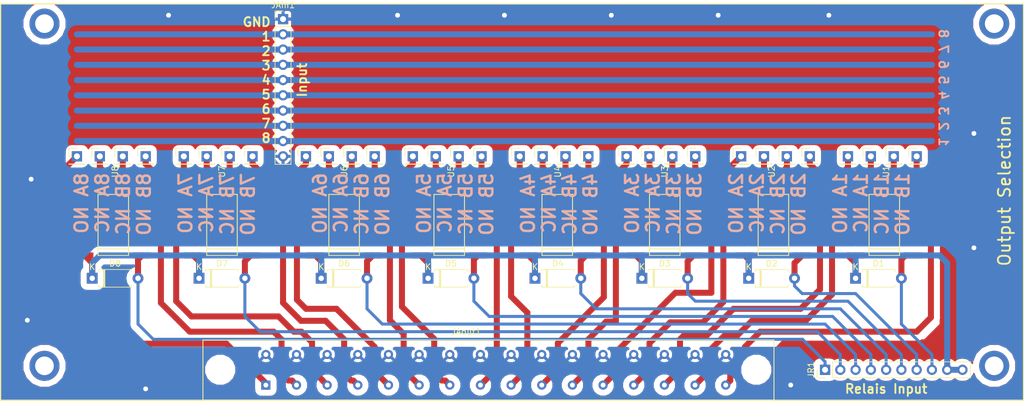
<source format=kicad_pcb>
(kicad_pcb (version 20171130) (host pcbnew 5.0.2-bee76a0~70~ubuntu16.04.1)

  (general
    (thickness 1.6)
    (drawings 11)
    (tracks 401)
    (zones 0)
    (modules 51)
    (nets 59)
  )

  (page A4)
  (layers
    (0 F.Cu signal)
    (31 B.Cu signal)
    (32 B.Adhes user)
    (33 F.Adhes user)
    (34 B.Paste user)
    (35 F.Paste user)
    (36 B.SilkS user)
    (37 F.SilkS user)
    (38 B.Mask user)
    (39 F.Mask user)
    (40 Dwgs.User user)
    (41 Cmts.User user)
    (42 Eco1.User user)
    (43 Eco2.User user)
    (44 Edge.Cuts user)
    (45 Margin user)
    (46 B.CrtYd user)
    (47 F.CrtYd user)
    (48 B.Fab user)
    (49 F.Fab user)
  )

  (setup
    (last_trace_width 1)
    (trace_clearance 1)
    (zone_clearance 0.508)
    (zone_45_only no)
    (trace_min 0.2)
    (segment_width 0.2)
    (edge_width 0.15)
    (via_size 1)
    (via_drill 0.8)
    (via_min_size 0.4)
    (via_min_drill 0.3)
    (uvia_size 0.3)
    (uvia_drill 0.1)
    (uvias_allowed no)
    (uvia_min_size 0.2)
    (uvia_min_drill 0.1)
    (pcb_text_width 0.3)
    (pcb_text_size 1.5 1.5)
    (mod_edge_width 0.15)
    (mod_text_size 1 1)
    (mod_text_width 0.15)
    (pad_size 1.524 1.524)
    (pad_drill 0.762)
    (pad_to_mask_clearance 0.051)
    (solder_mask_min_width 0.25)
    (aux_axis_origin 0 0)
    (visible_elements FFFFFF7F)
    (pcbplotparams
      (layerselection 0x010fc_ffffffff)
      (usegerberextensions false)
      (usegerberattributes false)
      (usegerberadvancedattributes false)
      (creategerberjobfile false)
      (excludeedgelayer true)
      (linewidth 0.100000)
      (plotframeref false)
      (viasonmask false)
      (mode 1)
      (useauxorigin false)
      (hpglpennumber 1)
      (hpglpenspeed 20)
      (hpglpendiameter 15.000000)
      (psnegative false)
      (psa4output false)
      (plotreference true)
      (plotvalue true)
      (plotinvisibletext false)
      (padsonsilk false)
      (subtractmaskfromsilk false)
      (outputformat 1)
      (mirror false)
      (drillshape 1)
      (scaleselection 1)
      (outputdirectory ""))
  )

  (net 0 "")
  (net 1 /relaysheet/Relais1)
  (net 2 +9V)
  (net 3 /relaysheet/Relais5)
  (net 4 /relaysheet/Relais2)
  (net 5 /relaysheet/Relais6)
  (net 6 /relaysheet/Relais3)
  (net 7 /relaysheet/Relais7)
  (net 8 /relaysheet/Relais4)
  (net 9 /relaysheet/Relais8)
  (net 10 GNDA)
  (net 11 /relaysheet/R1B_out)
  (net 12 /relaysheet/R1A_out)
  (net 13 /relaysheet/R1A_NC)
  (net 14 /relaysheet/R5B_out)
  (net 15 /relaysheet/R5A_out)
  (net 16 /relaysheet/R2B_out)
  (net 17 /relaysheet/R2A_out)
  (net 18 /relaysheet/R6A_out)
  (net 19 /relaysheet/R6B_out)
  (net 20 /relaysheet/R3A_out)
  (net 21 /relaysheet/R3B_out)
  (net 22 /relaysheet/R7B_out)
  (net 23 /relaysheet/R7A_out)
  (net 24 /relaysheet/R4A_out)
  (net 25 /relaysheet/R4B_out)
  (net 26 /relaysheet/R8A_out)
  (net 27 /relaysheet/R8B_out)
  (net 28 /relaysheet/R1B_NC)
  (net 29 /relaysheet/R1A_NO)
  (net 30 /relaysheet/R1B_NO)
  (net 31 /relaysheet/R2A_NC)
  (net 32 /relaysheet/R2B_NC)
  (net 33 /relaysheet/R2A_NO)
  (net 34 /relaysheet/R2B_NO)
  (net 35 /relaysheet/R3A_NC)
  (net 36 /relaysheet/R3B_NC)
  (net 37 /relaysheet/R3A_NO)
  (net 38 /relaysheet/R3B_NO)
  (net 39 /relaysheet/R4A_NC)
  (net 40 /relaysheet/R4B_NC)
  (net 41 /relaysheet/R4A_NO)
  (net 42 /relaysheet/R4B_NO)
  (net 43 /relaysheet/R5A_NC)
  (net 44 /relaysheet/R5B_NC)
  (net 45 /relaysheet/R5A_NO)
  (net 46 /relaysheet/R5B_NO)
  (net 47 /relaysheet/R6A_NC)
  (net 48 /relaysheet/R6B_NC)
  (net 49 /relaysheet/R6A_NO)
  (net 50 /relaysheet/R6B_NO)
  (net 51 /relaysheet/R7A_NC)
  (net 52 /relaysheet/R7B_NC)
  (net 53 /relaysheet/R7A_NO)
  (net 54 /relaysheet/R7B_NO)
  (net 55 /relaysheet/R8A_NC)
  (net 56 /relaysheet/R8B_NC)
  (net 57 /relaysheet/R8A_NO)
  (net 58 /relaysheet/R8B_NO)

  (net_class Default "This is the default net class."
    (clearance 1)
    (trace_width 1)
    (via_dia 1)
    (via_drill 0.8)
    (uvia_dia 0.3)
    (uvia_drill 0.1)
    (add_net +9V)
    (add_net /relaysheet/R1A_NC)
    (add_net /relaysheet/R1A_NO)
    (add_net /relaysheet/R1A_out)
    (add_net /relaysheet/R1B_NC)
    (add_net /relaysheet/R1B_NO)
    (add_net /relaysheet/R1B_out)
    (add_net /relaysheet/R2A_NC)
    (add_net /relaysheet/R2A_NO)
    (add_net /relaysheet/R2A_out)
    (add_net /relaysheet/R2B_NC)
    (add_net /relaysheet/R2B_NO)
    (add_net /relaysheet/R2B_out)
    (add_net /relaysheet/R3A_NC)
    (add_net /relaysheet/R3A_NO)
    (add_net /relaysheet/R3A_out)
    (add_net /relaysheet/R3B_NC)
    (add_net /relaysheet/R3B_NO)
    (add_net /relaysheet/R3B_out)
    (add_net /relaysheet/R4A_NC)
    (add_net /relaysheet/R4A_NO)
    (add_net /relaysheet/R4A_out)
    (add_net /relaysheet/R4B_NC)
    (add_net /relaysheet/R4B_NO)
    (add_net /relaysheet/R4B_out)
    (add_net /relaysheet/R5A_NC)
    (add_net /relaysheet/R5A_NO)
    (add_net /relaysheet/R5A_out)
    (add_net /relaysheet/R5B_NC)
    (add_net /relaysheet/R5B_NO)
    (add_net /relaysheet/R5B_out)
    (add_net /relaysheet/R6A_NC)
    (add_net /relaysheet/R6A_NO)
    (add_net /relaysheet/R6A_out)
    (add_net /relaysheet/R6B_NC)
    (add_net /relaysheet/R6B_NO)
    (add_net /relaysheet/R6B_out)
    (add_net /relaysheet/R7A_NC)
    (add_net /relaysheet/R7A_NO)
    (add_net /relaysheet/R7A_out)
    (add_net /relaysheet/R7B_NC)
    (add_net /relaysheet/R7B_NO)
    (add_net /relaysheet/R7B_out)
    (add_net /relaysheet/R8A_NC)
    (add_net /relaysheet/R8A_NO)
    (add_net /relaysheet/R8A_out)
    (add_net /relaysheet/R8B_NC)
    (add_net /relaysheet/R8B_NO)
    (add_net /relaysheet/R8B_out)
    (add_net /relaysheet/Relais1)
    (add_net /relaysheet/Relais2)
    (add_net /relaysheet/Relais3)
    (add_net /relaysheet/Relais4)
    (add_net /relaysheet/Relais5)
    (add_net /relaysheet/Relais6)
    (add_net /relaysheet/Relais7)
    (add_net /relaysheet/Relais8)
    (add_net GNDA)
  )

  (module footprints:NEC-EB2-12NU (layer F.Cu) (tedit 5CD1A950) (tstamp 5CD2D6D0)
    (at 159.72 49.53 90)
    (path /5CD2BD35/5CD2D6AA)
    (fp_text reference U1 (at 8.89 0.3 90) (layer F.SilkS)
      (effects (font (size 1 1) (thickness 0.15)))
    )
    (fp_text value NEC-EB2-12NU (at 0 0 90) (layer F.Fab)
      (effects (font (size 1 1) (thickness 0.15)))
    )
    (fp_line (start -7.15 -4.65) (end 7.15 -4.65) (layer F.Fab) (width 0.15))
    (fp_line (start 7.15 -4.65) (end 7.15 4.65) (layer F.Fab) (width 0.15))
    (fp_line (start 7.15 4.65) (end -7.15 4.65) (layer F.Fab) (width 0.15))
    (fp_line (start -7.15 4.65) (end -7.15 -4.65) (layer F.Fab) (width 0.15))
    (fp_line (start -6 -4.65) (end -6 4.65) (layer F.Fab) (width 0.15))
    (fp_line (start -5.08 -2.54) (end 5.08 -2.54) (layer F.SilkS) (width 0.15))
    (fp_line (start 5.08 -2.54) (end 5.08 2.54) (layer F.SilkS) (width 0.15))
    (fp_line (start 5.08 2.54) (end -5.08 2.54) (layer F.SilkS) (width 0.15))
    (fp_line (start -5.08 2.54) (end -5.08 -2.54) (layer F.SilkS) (width 0.15))
    (fp_line (start -4 -2.54) (end -4 2.54) (layer F.SilkS) (width 0.15))
    (pad 1 smd rect (at -5.08 -4.78 90) (size 1 2.94) (layers F.Cu F.Paste F.Mask)
      (net 2 +9V))
    (pad 2 smd rect (at -2.54 -4.78 90) (size 1 2.94) (layers F.Cu F.Paste F.Mask)
      (net 13 /relaysheet/R1A_NC))
    (pad 3 smd rect (at 0 -4.78 90) (size 1 2.94) (layers F.Cu F.Paste F.Mask)
      (net 12 /relaysheet/R1A_out))
    (pad 4 smd rect (at 2.54 -4.78 90) (size 1 2.94) (layers F.Cu F.Paste F.Mask)
      (net 29 /relaysheet/R1A_NO))
    (pad 5 smd rect (at 5.08 -4.78 90) (size 1 2.94) (layers F.Cu F.Paste F.Mask))
    (pad 6 smd rect (at 5.08 4.78 90) (size 1 2.94) (layers F.Cu F.Paste F.Mask))
    (pad 7 smd rect (at 2.54 4.78 90) (size 1 2.94) (layers F.Cu F.Paste F.Mask)
      (net 30 /relaysheet/R1B_NO))
    (pad 8 smd rect (at 0 4.78 90) (size 1 2.94) (layers F.Cu F.Paste F.Mask)
      (net 11 /relaysheet/R1B_out))
    (pad 9 smd rect (at -2.54 4.78 90) (size 1 2.94) (layers F.Cu F.Paste F.Mask)
      (net 28 /relaysheet/R1B_NC))
    (pad 10 smd rect (at -5.08 4.78 90) (size 1 2.94) (layers F.Cu F.Paste F.Mask)
      (net 1 /relaysheet/Relais1))
  )

  (module footprints:NEC-EB2-12NU (layer F.Cu) (tedit 5CD1A950) (tstamp 5CD2F79B)
    (at 141.27 49.53 90)
    (path /5CD2BD35/5CD30362)
    (fp_text reference U2 (at 8.89 -0.3 90) (layer F.SilkS)
      (effects (font (size 1 1) (thickness 0.15)))
    )
    (fp_text value NEC-EB2-12NU (at 0 0 90) (layer F.Fab)
      (effects (font (size 1 1) (thickness 0.15)))
    )
    (fp_line (start -7.15 -4.65) (end 7.15 -4.65) (layer F.Fab) (width 0.15))
    (fp_line (start 7.15 -4.65) (end 7.15 4.65) (layer F.Fab) (width 0.15))
    (fp_line (start 7.15 4.65) (end -7.15 4.65) (layer F.Fab) (width 0.15))
    (fp_line (start -7.15 4.65) (end -7.15 -4.65) (layer F.Fab) (width 0.15))
    (fp_line (start -6 -4.65) (end -6 4.65) (layer F.Fab) (width 0.15))
    (fp_line (start -5.08 -2.54) (end 5.08 -2.54) (layer F.SilkS) (width 0.15))
    (fp_line (start 5.08 -2.54) (end 5.08 2.54) (layer F.SilkS) (width 0.15))
    (fp_line (start 5.08 2.54) (end -5.08 2.54) (layer F.SilkS) (width 0.15))
    (fp_line (start -5.08 2.54) (end -5.08 -2.54) (layer F.SilkS) (width 0.15))
    (fp_line (start -4 -2.54) (end -4 2.54) (layer F.SilkS) (width 0.15))
    (pad 1 smd rect (at -5.08 -4.78 90) (size 1 2.94) (layers F.Cu F.Paste F.Mask)
      (net 2 +9V))
    (pad 2 smd rect (at -2.54 -4.78 90) (size 1 2.94) (layers F.Cu F.Paste F.Mask)
      (net 31 /relaysheet/R2A_NC))
    (pad 3 smd rect (at 0 -4.78 90) (size 1 2.94) (layers F.Cu F.Paste F.Mask)
      (net 17 /relaysheet/R2A_out))
    (pad 4 smd rect (at 2.54 -4.78 90) (size 1 2.94) (layers F.Cu F.Paste F.Mask)
      (net 33 /relaysheet/R2A_NO))
    (pad 5 smd rect (at 5.08 -4.78 90) (size 1 2.94) (layers F.Cu F.Paste F.Mask))
    (pad 6 smd rect (at 5.08 4.78 90) (size 1 2.94) (layers F.Cu F.Paste F.Mask))
    (pad 7 smd rect (at 2.54 4.78 90) (size 1 2.94) (layers F.Cu F.Paste F.Mask)
      (net 34 /relaysheet/R2B_NO))
    (pad 8 smd rect (at 0 4.78 90) (size 1 2.94) (layers F.Cu F.Paste F.Mask)
      (net 16 /relaysheet/R2B_out))
    (pad 9 smd rect (at -2.54 4.78 90) (size 1 2.94) (layers F.Cu F.Paste F.Mask)
      (net 32 /relaysheet/R2B_NC))
    (pad 10 smd rect (at -5.08 4.78 90) (size 1 2.94) (layers F.Cu F.Paste F.Mask)
      (net 4 /relaysheet/Relais2))
  )

  (module footprints:NEC-EB2-12NU (layer F.Cu) (tedit 5CD1A950) (tstamp 5CD2D700)
    (at 123.19 49.53 90)
    (path /5CD2BD35/5CD316D2)
    (fp_text reference U3 (at 8.89 0 90) (layer F.SilkS)
      (effects (font (size 1 1) (thickness 0.15)))
    )
    (fp_text value NEC-EB2-12NU (at 0 0 90) (layer F.Fab)
      (effects (font (size 1 1) (thickness 0.15)))
    )
    (fp_line (start -7.15 -4.65) (end 7.15 -4.65) (layer F.Fab) (width 0.15))
    (fp_line (start 7.15 -4.65) (end 7.15 4.65) (layer F.Fab) (width 0.15))
    (fp_line (start 7.15 4.65) (end -7.15 4.65) (layer F.Fab) (width 0.15))
    (fp_line (start -7.15 4.65) (end -7.15 -4.65) (layer F.Fab) (width 0.15))
    (fp_line (start -6 -4.65) (end -6 4.65) (layer F.Fab) (width 0.15))
    (fp_line (start -5.08 -2.54) (end 5.08 -2.54) (layer F.SilkS) (width 0.15))
    (fp_line (start 5.08 -2.54) (end 5.08 2.54) (layer F.SilkS) (width 0.15))
    (fp_line (start 5.08 2.54) (end -5.08 2.54) (layer F.SilkS) (width 0.15))
    (fp_line (start -5.08 2.54) (end -5.08 -2.54) (layer F.SilkS) (width 0.15))
    (fp_line (start -4 -2.54) (end -4 2.54) (layer F.SilkS) (width 0.15))
    (pad 1 smd rect (at -5.08 -4.78 90) (size 1 2.94) (layers F.Cu F.Paste F.Mask)
      (net 2 +9V))
    (pad 2 smd rect (at -2.54 -4.78 90) (size 1 2.94) (layers F.Cu F.Paste F.Mask)
      (net 35 /relaysheet/R3A_NC))
    (pad 3 smd rect (at 0 -4.78 90) (size 1 2.94) (layers F.Cu F.Paste F.Mask)
      (net 20 /relaysheet/R3A_out))
    (pad 4 smd rect (at 2.54 -4.78 90) (size 1 2.94) (layers F.Cu F.Paste F.Mask)
      (net 37 /relaysheet/R3A_NO))
    (pad 5 smd rect (at 5.08 -4.78 90) (size 1 2.94) (layers F.Cu F.Paste F.Mask))
    (pad 6 smd rect (at 5.08 4.78 90) (size 1 2.94) (layers F.Cu F.Paste F.Mask))
    (pad 7 smd rect (at 2.54 4.78 90) (size 1 2.94) (layers F.Cu F.Paste F.Mask)
      (net 38 /relaysheet/R3B_NO))
    (pad 8 smd rect (at 0 4.78 90) (size 1 2.94) (layers F.Cu F.Paste F.Mask)
      (net 21 /relaysheet/R3B_out))
    (pad 9 smd rect (at -2.54 4.78 90) (size 1 2.94) (layers F.Cu F.Paste F.Mask)
      (net 36 /relaysheet/R3B_NC))
    (pad 10 smd rect (at -5.08 4.78 90) (size 1 2.94) (layers F.Cu F.Paste F.Mask)
      (net 6 /relaysheet/Relais3))
  )

  (module footprints:NEC-EB2-12NU (layer F.Cu) (tedit 5CD1A950) (tstamp 5CD30B02)
    (at 105.31 49.53 90)
    (path /5CD2BD35/5CD31724)
    (fp_text reference U4 (at 8.89 0.1 90) (layer F.SilkS)
      (effects (font (size 1 1) (thickness 0.15)))
    )
    (fp_text value NEC-EB2-12NU (at 0 0 90) (layer F.Fab)
      (effects (font (size 1 1) (thickness 0.15)))
    )
    (fp_line (start -4 -2.54) (end -4 2.54) (layer F.SilkS) (width 0.15))
    (fp_line (start -5.08 2.54) (end -5.08 -2.54) (layer F.SilkS) (width 0.15))
    (fp_line (start 5.08 2.54) (end -5.08 2.54) (layer F.SilkS) (width 0.15))
    (fp_line (start 5.08 -2.54) (end 5.08 2.54) (layer F.SilkS) (width 0.15))
    (fp_line (start -5.08 -2.54) (end 5.08 -2.54) (layer F.SilkS) (width 0.15))
    (fp_line (start -6 -4.65) (end -6 4.65) (layer F.Fab) (width 0.15))
    (fp_line (start -7.15 4.65) (end -7.15 -4.65) (layer F.Fab) (width 0.15))
    (fp_line (start 7.15 4.65) (end -7.15 4.65) (layer F.Fab) (width 0.15))
    (fp_line (start 7.15 -4.65) (end 7.15 4.65) (layer F.Fab) (width 0.15))
    (fp_line (start -7.15 -4.65) (end 7.15 -4.65) (layer F.Fab) (width 0.15))
    (pad 10 smd rect (at -5.08 4.78 90) (size 1 2.94) (layers F.Cu F.Paste F.Mask)
      (net 8 /relaysheet/Relais4))
    (pad 9 smd rect (at -2.54 4.78 90) (size 1 2.94) (layers F.Cu F.Paste F.Mask)
      (net 40 /relaysheet/R4B_NC))
    (pad 8 smd rect (at 0 4.78 90) (size 1 2.94) (layers F.Cu F.Paste F.Mask)
      (net 25 /relaysheet/R4B_out))
    (pad 7 smd rect (at 2.54 4.78 90) (size 1 2.94) (layers F.Cu F.Paste F.Mask)
      (net 42 /relaysheet/R4B_NO))
    (pad 6 smd rect (at 5.08 4.78 90) (size 1 2.94) (layers F.Cu F.Paste F.Mask))
    (pad 5 smd rect (at 5.08 -4.78 90) (size 1 2.94) (layers F.Cu F.Paste F.Mask))
    (pad 4 smd rect (at 2.54 -4.78 90) (size 1 2.94) (layers F.Cu F.Paste F.Mask)
      (net 41 /relaysheet/R4A_NO))
    (pad 3 smd rect (at 0 -4.78 90) (size 1 2.94) (layers F.Cu F.Paste F.Mask)
      (net 24 /relaysheet/R4A_out))
    (pad 2 smd rect (at -2.54 -4.78 90) (size 1 2.94) (layers F.Cu F.Paste F.Mask)
      (net 39 /relaysheet/R4A_NC))
    (pad 1 smd rect (at -5.08 -4.78 90) (size 1 2.94) (layers F.Cu F.Paste F.Mask)
      (net 2 +9V))
  )

  (module footprints:NEC-EB2-12NU (layer F.Cu) (tedit 5CD1A950) (tstamp 5CD2D730)
    (at 87.33 49.53 90)
    (path /5CD2BD35/5CD2FCCA)
    (fp_text reference U5 (at 8.89 0.3 90) (layer F.SilkS)
      (effects (font (size 1 1) (thickness 0.15)))
    )
    (fp_text value NEC-EB2-12NU (at 0 0 90) (layer F.Fab)
      (effects (font (size 1 1) (thickness 0.15)))
    )
    (fp_line (start -4 -2.54) (end -4 2.54) (layer F.SilkS) (width 0.15))
    (fp_line (start -5.08 2.54) (end -5.08 -2.54) (layer F.SilkS) (width 0.15))
    (fp_line (start 5.08 2.54) (end -5.08 2.54) (layer F.SilkS) (width 0.15))
    (fp_line (start 5.08 -2.54) (end 5.08 2.54) (layer F.SilkS) (width 0.15))
    (fp_line (start -5.08 -2.54) (end 5.08 -2.54) (layer F.SilkS) (width 0.15))
    (fp_line (start -6 -4.65) (end -6 4.65) (layer F.Fab) (width 0.15))
    (fp_line (start -7.15 4.65) (end -7.15 -4.65) (layer F.Fab) (width 0.15))
    (fp_line (start 7.15 4.65) (end -7.15 4.65) (layer F.Fab) (width 0.15))
    (fp_line (start 7.15 -4.65) (end 7.15 4.65) (layer F.Fab) (width 0.15))
    (fp_line (start -7.15 -4.65) (end 7.15 -4.65) (layer F.Fab) (width 0.15))
    (pad 10 smd rect (at -5.08 4.78 90) (size 1 2.94) (layers F.Cu F.Paste F.Mask)
      (net 3 /relaysheet/Relais5))
    (pad 9 smd rect (at -2.54 4.78 90) (size 1 2.94) (layers F.Cu F.Paste F.Mask)
      (net 44 /relaysheet/R5B_NC))
    (pad 8 smd rect (at 0 4.78 90) (size 1 2.94) (layers F.Cu F.Paste F.Mask)
      (net 14 /relaysheet/R5B_out))
    (pad 7 smd rect (at 2.54 4.78 90) (size 1 2.94) (layers F.Cu F.Paste F.Mask)
      (net 46 /relaysheet/R5B_NO))
    (pad 6 smd rect (at 5.08 4.78 90) (size 1 2.94) (layers F.Cu F.Paste F.Mask))
    (pad 5 smd rect (at 5.08 -4.78 90) (size 1 2.94) (layers F.Cu F.Paste F.Mask))
    (pad 4 smd rect (at 2.54 -4.78 90) (size 1 2.94) (layers F.Cu F.Paste F.Mask)
      (net 45 /relaysheet/R5A_NO))
    (pad 3 smd rect (at 0 -4.78 90) (size 1 2.94) (layers F.Cu F.Paste F.Mask)
      (net 15 /relaysheet/R5A_out))
    (pad 2 smd rect (at -2.54 -4.78 90) (size 1 2.94) (layers F.Cu F.Paste F.Mask)
      (net 43 /relaysheet/R5A_NC))
    (pad 1 smd rect (at -5.08 -4.78 90) (size 1 2.94) (layers F.Cu F.Paste F.Mask)
      (net 2 +9V))
  )

  (module footprints:NEC-EB2-12NU (layer F.Cu) (tedit 5CD1A950) (tstamp 5CD2D748)
    (at 69.85 49.53 90)
    (path /5CD2BD35/5CD3038B)
    (fp_text reference U6 (at 8.89 0 90) (layer F.SilkS)
      (effects (font (size 1 1) (thickness 0.15)))
    )
    (fp_text value NEC-EB2-12NU (at 0 0 90) (layer F.Fab)
      (effects (font (size 1 1) (thickness 0.15)))
    )
    (fp_line (start -4 -2.54) (end -4 2.54) (layer F.SilkS) (width 0.15))
    (fp_line (start -5.08 2.54) (end -5.08 -2.54) (layer F.SilkS) (width 0.15))
    (fp_line (start 5.08 2.54) (end -5.08 2.54) (layer F.SilkS) (width 0.15))
    (fp_line (start 5.08 -2.54) (end 5.08 2.54) (layer F.SilkS) (width 0.15))
    (fp_line (start -5.08 -2.54) (end 5.08 -2.54) (layer F.SilkS) (width 0.15))
    (fp_line (start -6 -4.65) (end -6 4.65) (layer F.Fab) (width 0.15))
    (fp_line (start -7.15 4.65) (end -7.15 -4.65) (layer F.Fab) (width 0.15))
    (fp_line (start 7.15 4.65) (end -7.15 4.65) (layer F.Fab) (width 0.15))
    (fp_line (start 7.15 -4.65) (end 7.15 4.65) (layer F.Fab) (width 0.15))
    (fp_line (start -7.15 -4.65) (end 7.15 -4.65) (layer F.Fab) (width 0.15))
    (pad 10 smd rect (at -5.08 4.78 90) (size 1 2.94) (layers F.Cu F.Paste F.Mask)
      (net 5 /relaysheet/Relais6))
    (pad 9 smd rect (at -2.54 4.78 90) (size 1 2.94) (layers F.Cu F.Paste F.Mask)
      (net 48 /relaysheet/R6B_NC))
    (pad 8 smd rect (at 0 4.78 90) (size 1 2.94) (layers F.Cu F.Paste F.Mask)
      (net 19 /relaysheet/R6B_out))
    (pad 7 smd rect (at 2.54 4.78 90) (size 1 2.94) (layers F.Cu F.Paste F.Mask)
      (net 50 /relaysheet/R6B_NO))
    (pad 6 smd rect (at 5.08 4.78 90) (size 1 2.94) (layers F.Cu F.Paste F.Mask))
    (pad 5 smd rect (at 5.08 -4.78 90) (size 1 2.94) (layers F.Cu F.Paste F.Mask))
    (pad 4 smd rect (at 2.54 -4.78 90) (size 1 2.94) (layers F.Cu F.Paste F.Mask)
      (net 49 /relaysheet/R6A_NO))
    (pad 3 smd rect (at 0 -4.78 90) (size 1 2.94) (layers F.Cu F.Paste F.Mask)
      (net 18 /relaysheet/R6A_out))
    (pad 2 smd rect (at -2.54 -4.78 90) (size 1 2.94) (layers F.Cu F.Paste F.Mask)
      (net 47 /relaysheet/R6A_NC))
    (pad 1 smd rect (at -5.08 -4.78 90) (size 1 2.94) (layers F.Cu F.Paste F.Mask)
      (net 2 +9V))
  )

  (module footprints:NEC-EB2-12NU (layer F.Cu) (tedit 5CD1A950) (tstamp 5CD2DE4A)
    (at 49.53 49.53 90)
    (path /5CD2BD35/5CD316FB)
    (fp_text reference U7 (at 8.89 0 90) (layer F.SilkS)
      (effects (font (size 1 1) (thickness 0.15)))
    )
    (fp_text value NEC-EB2-12NU (at 0 0 90) (layer F.Fab)
      (effects (font (size 1 1) (thickness 0.15)))
    )
    (fp_line (start -4 -2.54) (end -4 2.54) (layer F.SilkS) (width 0.15))
    (fp_line (start -5.08 2.54) (end -5.08 -2.54) (layer F.SilkS) (width 0.15))
    (fp_line (start 5.08 2.54) (end -5.08 2.54) (layer F.SilkS) (width 0.15))
    (fp_line (start 5.08 -2.54) (end 5.08 2.54) (layer F.SilkS) (width 0.15))
    (fp_line (start -5.08 -2.54) (end 5.08 -2.54) (layer F.SilkS) (width 0.15))
    (fp_line (start -6 -4.65) (end -6 4.65) (layer F.Fab) (width 0.15))
    (fp_line (start -7.15 4.65) (end -7.15 -4.65) (layer F.Fab) (width 0.15))
    (fp_line (start 7.15 4.65) (end -7.15 4.65) (layer F.Fab) (width 0.15))
    (fp_line (start 7.15 -4.65) (end 7.15 4.65) (layer F.Fab) (width 0.15))
    (fp_line (start -7.15 -4.65) (end 7.15 -4.65) (layer F.Fab) (width 0.15))
    (pad 10 smd rect (at -5.08 4.78 90) (size 1 2.94) (layers F.Cu F.Paste F.Mask)
      (net 7 /relaysheet/Relais7))
    (pad 9 smd rect (at -2.54 4.78 90) (size 1 2.94) (layers F.Cu F.Paste F.Mask)
      (net 52 /relaysheet/R7B_NC))
    (pad 8 smd rect (at 0 4.78 90) (size 1 2.94) (layers F.Cu F.Paste F.Mask)
      (net 22 /relaysheet/R7B_out))
    (pad 7 smd rect (at 2.54 4.78 90) (size 1 2.94) (layers F.Cu F.Paste F.Mask)
      (net 54 /relaysheet/R7B_NO))
    (pad 6 smd rect (at 5.08 4.78 90) (size 1 2.94) (layers F.Cu F.Paste F.Mask))
    (pad 5 smd rect (at 5.08 -4.78 90) (size 1 2.94) (layers F.Cu F.Paste F.Mask))
    (pad 4 smd rect (at 2.54 -4.78 90) (size 1 2.94) (layers F.Cu F.Paste F.Mask)
      (net 53 /relaysheet/R7A_NO))
    (pad 3 smd rect (at 0 -4.78 90) (size 1 2.94) (layers F.Cu F.Paste F.Mask)
      (net 23 /relaysheet/R7A_out))
    (pad 2 smd rect (at -2.54 -4.78 90) (size 1 2.94) (layers F.Cu F.Paste F.Mask)
      (net 51 /relaysheet/R7A_NC))
    (pad 1 smd rect (at -5.08 -4.78 90) (size 1 2.94) (layers F.Cu F.Paste F.Mask)
      (net 2 +9V))
  )

  (module footprints:NEC-EB2-12NU (layer F.Cu) (tedit 5CD1A950) (tstamp 5CD30EC6)
    (at 31.45 49.53 90)
    (path /5CD2BD35/5CD3174D)
    (fp_text reference U8 (at 8.89 0.3 90) (layer F.SilkS)
      (effects (font (size 1 1) (thickness 0.15)))
    )
    (fp_text value NEC-EB2-12NU (at 0 0 90) (layer F.Fab)
      (effects (font (size 1 1) (thickness 0.15)))
    )
    (fp_line (start -4 -2.54) (end -4 2.54) (layer F.SilkS) (width 0.15))
    (fp_line (start -5.08 2.54) (end -5.08 -2.54) (layer F.SilkS) (width 0.15))
    (fp_line (start 5.08 2.54) (end -5.08 2.54) (layer F.SilkS) (width 0.15))
    (fp_line (start 5.08 -2.54) (end 5.08 2.54) (layer F.SilkS) (width 0.15))
    (fp_line (start -5.08 -2.54) (end 5.08 -2.54) (layer F.SilkS) (width 0.15))
    (fp_line (start -6 -4.65) (end -6 4.65) (layer F.Fab) (width 0.15))
    (fp_line (start -7.15 4.65) (end -7.15 -4.65) (layer F.Fab) (width 0.15))
    (fp_line (start 7.15 4.65) (end -7.15 4.65) (layer F.Fab) (width 0.15))
    (fp_line (start 7.15 -4.65) (end 7.15 4.65) (layer F.Fab) (width 0.15))
    (fp_line (start -7.15 -4.65) (end 7.15 -4.65) (layer F.Fab) (width 0.15))
    (pad 10 smd rect (at -5.08 4.78 90) (size 1 2.94) (layers F.Cu F.Paste F.Mask)
      (net 9 /relaysheet/Relais8))
    (pad 9 smd rect (at -2.54 4.78 90) (size 1 2.94) (layers F.Cu F.Paste F.Mask)
      (net 56 /relaysheet/R8B_NC))
    (pad 8 smd rect (at 0 4.78 90) (size 1 2.94) (layers F.Cu F.Paste F.Mask)
      (net 27 /relaysheet/R8B_out))
    (pad 7 smd rect (at 2.54 4.78 90) (size 1 2.94) (layers F.Cu F.Paste F.Mask)
      (net 58 /relaysheet/R8B_NO))
    (pad 6 smd rect (at 5.08 4.78 90) (size 1 2.94) (layers F.Cu F.Paste F.Mask))
    (pad 5 smd rect (at 5.08 -4.78 90) (size 1 2.94) (layers F.Cu F.Paste F.Mask))
    (pad 4 smd rect (at 2.54 -4.78 90) (size 1 2.94) (layers F.Cu F.Paste F.Mask)
      (net 57 /relaysheet/R8A_NO))
    (pad 3 smd rect (at 0 -4.78 90) (size 1 2.94) (layers F.Cu F.Paste F.Mask)
      (net 26 /relaysheet/R8A_out))
    (pad 2 smd rect (at -2.54 -4.78 90) (size 1 2.94) (layers F.Cu F.Paste F.Mask)
      (net 55 /relaysheet/R8A_NC))
    (pad 1 smd rect (at -5.08 -4.78 90) (size 1 2.94) (layers F.Cu F.Paste F.Mask)
      (net 2 +9V))
  )

  (module Diode_THT:D_A-405_P7.62mm_Horizontal (layer F.Cu) (tedit 5AE50CD5) (tstamp 5CD2F417)
    (at 154.94 58.42)
    (descr "Diode, A-405 series, Axial, Horizontal, pin pitch=7.62mm, , length*diameter=5.2*2.7mm^2, , http://www.diodes.com/_files/packages/A-405.pdf")
    (tags "Diode A-405 series Axial Horizontal pin pitch 7.62mm  length 5.2mm diameter 2.7mm")
    (path /5CD2BD35/5CD2E7CE)
    (fp_text reference D1 (at 3.81 -2.47) (layer F.SilkS)
      (effects (font (size 1 1) (thickness 0.15)))
    )
    (fp_text value D (at 3.81 2.47) (layer F.Fab)
      (effects (font (size 1 1) (thickness 0.15)))
    )
    (fp_line (start 1.21 -1.35) (end 1.21 1.35) (layer F.Fab) (width 0.1))
    (fp_line (start 1.21 1.35) (end 6.41 1.35) (layer F.Fab) (width 0.1))
    (fp_line (start 6.41 1.35) (end 6.41 -1.35) (layer F.Fab) (width 0.1))
    (fp_line (start 6.41 -1.35) (end 1.21 -1.35) (layer F.Fab) (width 0.1))
    (fp_line (start 0 0) (end 1.21 0) (layer F.Fab) (width 0.1))
    (fp_line (start 7.62 0) (end 6.41 0) (layer F.Fab) (width 0.1))
    (fp_line (start 1.99 -1.35) (end 1.99 1.35) (layer F.Fab) (width 0.1))
    (fp_line (start 2.09 -1.35) (end 2.09 1.35) (layer F.Fab) (width 0.1))
    (fp_line (start 1.89 -1.35) (end 1.89 1.35) (layer F.Fab) (width 0.1))
    (fp_line (start 1.09 -1.14) (end 1.09 -1.47) (layer F.SilkS) (width 0.12))
    (fp_line (start 1.09 -1.47) (end 6.53 -1.47) (layer F.SilkS) (width 0.12))
    (fp_line (start 6.53 -1.47) (end 6.53 -1.14) (layer F.SilkS) (width 0.12))
    (fp_line (start 1.09 1.14) (end 1.09 1.47) (layer F.SilkS) (width 0.12))
    (fp_line (start 1.09 1.47) (end 6.53 1.47) (layer F.SilkS) (width 0.12))
    (fp_line (start 6.53 1.47) (end 6.53 1.14) (layer F.SilkS) (width 0.12))
    (fp_line (start 1.99 -1.47) (end 1.99 1.47) (layer F.SilkS) (width 0.12))
    (fp_line (start 2.11 -1.47) (end 2.11 1.47) (layer F.SilkS) (width 0.12))
    (fp_line (start 1.87 -1.47) (end 1.87 1.47) (layer F.SilkS) (width 0.12))
    (fp_line (start -1.15 -1.6) (end -1.15 1.6) (layer F.CrtYd) (width 0.05))
    (fp_line (start -1.15 1.6) (end 8.77 1.6) (layer F.CrtYd) (width 0.05))
    (fp_line (start 8.77 1.6) (end 8.77 -1.6) (layer F.CrtYd) (width 0.05))
    (fp_line (start 8.77 -1.6) (end -1.15 -1.6) (layer F.CrtYd) (width 0.05))
    (fp_text user %R (at 4.2 0) (layer F.Fab)
      (effects (font (size 1 1) (thickness 0.15)))
    )
    (fp_text user K (at 0 -1.9) (layer F.Fab)
      (effects (font (size 1 1) (thickness 0.15)))
    )
    (fp_text user K (at 0 -1.9) (layer F.SilkS)
      (effects (font (size 1 1) (thickness 0.15)))
    )
    (pad 1 thru_hole rect (at 0 0) (size 1.8 1.8) (drill 0.9) (layers *.Cu *.Mask)
      (net 2 +9V))
    (pad 2 thru_hole oval (at 7.62 0) (size 1.8 1.8) (drill 0.9) (layers *.Cu *.Mask)
      (net 1 /relaysheet/Relais1))
    (model ${KISYS3DMOD}/Diode_THT.3dshapes/D_A-405_P7.62mm_Horizontal.wrl
      (at (xyz 0 0 0))
      (scale (xyz 1 1 1))
      (rotate (xyz 0 0 0))
    )
  )

  (module Diode_THT:D_A-405_P7.62mm_Horizontal (layer F.Cu) (tedit 5AE50CD5) (tstamp 5CD2F435)
    (at 137.16 58.42)
    (descr "Diode, A-405 series, Axial, Horizontal, pin pitch=7.62mm, , length*diameter=5.2*2.7mm^2, , http://www.diodes.com/_files/packages/A-405.pdf")
    (tags "Diode A-405 series Axial Horizontal pin pitch 7.62mm  length 5.2mm diameter 2.7mm")
    (path /5CD2BD35/5CD3037D)
    (fp_text reference D2 (at 3.81 -2.47) (layer F.SilkS)
      (effects (font (size 1 1) (thickness 0.15)))
    )
    (fp_text value D (at 3.81 2.47) (layer F.Fab)
      (effects (font (size 1 1) (thickness 0.15)))
    )
    (fp_text user K (at 0 -1.9) (layer F.SilkS)
      (effects (font (size 1 1) (thickness 0.15)))
    )
    (fp_text user K (at 0 -1.9) (layer F.Fab)
      (effects (font (size 1 1) (thickness 0.15)))
    )
    (fp_text user %R (at 4.2 0) (layer F.Fab)
      (effects (font (size 1 1) (thickness 0.15)))
    )
    (fp_line (start 8.77 -1.6) (end -1.15 -1.6) (layer F.CrtYd) (width 0.05))
    (fp_line (start 8.77 1.6) (end 8.77 -1.6) (layer F.CrtYd) (width 0.05))
    (fp_line (start -1.15 1.6) (end 8.77 1.6) (layer F.CrtYd) (width 0.05))
    (fp_line (start -1.15 -1.6) (end -1.15 1.6) (layer F.CrtYd) (width 0.05))
    (fp_line (start 1.87 -1.47) (end 1.87 1.47) (layer F.SilkS) (width 0.12))
    (fp_line (start 2.11 -1.47) (end 2.11 1.47) (layer F.SilkS) (width 0.12))
    (fp_line (start 1.99 -1.47) (end 1.99 1.47) (layer F.SilkS) (width 0.12))
    (fp_line (start 6.53 1.47) (end 6.53 1.14) (layer F.SilkS) (width 0.12))
    (fp_line (start 1.09 1.47) (end 6.53 1.47) (layer F.SilkS) (width 0.12))
    (fp_line (start 1.09 1.14) (end 1.09 1.47) (layer F.SilkS) (width 0.12))
    (fp_line (start 6.53 -1.47) (end 6.53 -1.14) (layer F.SilkS) (width 0.12))
    (fp_line (start 1.09 -1.47) (end 6.53 -1.47) (layer F.SilkS) (width 0.12))
    (fp_line (start 1.09 -1.14) (end 1.09 -1.47) (layer F.SilkS) (width 0.12))
    (fp_line (start 1.89 -1.35) (end 1.89 1.35) (layer F.Fab) (width 0.1))
    (fp_line (start 2.09 -1.35) (end 2.09 1.35) (layer F.Fab) (width 0.1))
    (fp_line (start 1.99 -1.35) (end 1.99 1.35) (layer F.Fab) (width 0.1))
    (fp_line (start 7.62 0) (end 6.41 0) (layer F.Fab) (width 0.1))
    (fp_line (start 0 0) (end 1.21 0) (layer F.Fab) (width 0.1))
    (fp_line (start 6.41 -1.35) (end 1.21 -1.35) (layer F.Fab) (width 0.1))
    (fp_line (start 6.41 1.35) (end 6.41 -1.35) (layer F.Fab) (width 0.1))
    (fp_line (start 1.21 1.35) (end 6.41 1.35) (layer F.Fab) (width 0.1))
    (fp_line (start 1.21 -1.35) (end 1.21 1.35) (layer F.Fab) (width 0.1))
    (pad 2 thru_hole oval (at 7.62 0) (size 1.8 1.8) (drill 0.9) (layers *.Cu *.Mask)
      (net 4 /relaysheet/Relais2))
    (pad 1 thru_hole rect (at 0 0) (size 1.8 1.8) (drill 0.9) (layers *.Cu *.Mask)
      (net 2 +9V))
    (model ${KISYS3DMOD}/Diode_THT.3dshapes/D_A-405_P7.62mm_Horizontal.wrl
      (at (xyz 0 0 0))
      (scale (xyz 1 1 1))
      (rotate (xyz 0 0 0))
    )
  )

  (module Diode_THT:D_A-405_P7.62mm_Horizontal (layer F.Cu) (tedit 5AE50CD5) (tstamp 5CD2F453)
    (at 119.38 58.42)
    (descr "Diode, A-405 series, Axial, Horizontal, pin pitch=7.62mm, , length*diameter=5.2*2.7mm^2, , http://www.diodes.com/_files/packages/A-405.pdf")
    (tags "Diode A-405 series Axial Horizontal pin pitch 7.62mm  length 5.2mm diameter 2.7mm")
    (path /5CD2BD35/5CD316ED)
    (fp_text reference D3 (at 3.81 -2.47) (layer F.SilkS)
      (effects (font (size 1 1) (thickness 0.15)))
    )
    (fp_text value D (at 3.81 2.47) (layer F.Fab)
      (effects (font (size 1 1) (thickness 0.15)))
    )
    (fp_text user K (at 0 -1.9) (layer F.SilkS)
      (effects (font (size 1 1) (thickness 0.15)))
    )
    (fp_text user K (at 0 -1.9) (layer F.Fab)
      (effects (font (size 1 1) (thickness 0.15)))
    )
    (fp_text user %R (at 4.2 0) (layer F.Fab)
      (effects (font (size 1 1) (thickness 0.15)))
    )
    (fp_line (start 8.77 -1.6) (end -1.15 -1.6) (layer F.CrtYd) (width 0.05))
    (fp_line (start 8.77 1.6) (end 8.77 -1.6) (layer F.CrtYd) (width 0.05))
    (fp_line (start -1.15 1.6) (end 8.77 1.6) (layer F.CrtYd) (width 0.05))
    (fp_line (start -1.15 -1.6) (end -1.15 1.6) (layer F.CrtYd) (width 0.05))
    (fp_line (start 1.87 -1.47) (end 1.87 1.47) (layer F.SilkS) (width 0.12))
    (fp_line (start 2.11 -1.47) (end 2.11 1.47) (layer F.SilkS) (width 0.12))
    (fp_line (start 1.99 -1.47) (end 1.99 1.47) (layer F.SilkS) (width 0.12))
    (fp_line (start 6.53 1.47) (end 6.53 1.14) (layer F.SilkS) (width 0.12))
    (fp_line (start 1.09 1.47) (end 6.53 1.47) (layer F.SilkS) (width 0.12))
    (fp_line (start 1.09 1.14) (end 1.09 1.47) (layer F.SilkS) (width 0.12))
    (fp_line (start 6.53 -1.47) (end 6.53 -1.14) (layer F.SilkS) (width 0.12))
    (fp_line (start 1.09 -1.47) (end 6.53 -1.47) (layer F.SilkS) (width 0.12))
    (fp_line (start 1.09 -1.14) (end 1.09 -1.47) (layer F.SilkS) (width 0.12))
    (fp_line (start 1.89 -1.35) (end 1.89 1.35) (layer F.Fab) (width 0.1))
    (fp_line (start 2.09 -1.35) (end 2.09 1.35) (layer F.Fab) (width 0.1))
    (fp_line (start 1.99 -1.35) (end 1.99 1.35) (layer F.Fab) (width 0.1))
    (fp_line (start 7.62 0) (end 6.41 0) (layer F.Fab) (width 0.1))
    (fp_line (start 0 0) (end 1.21 0) (layer F.Fab) (width 0.1))
    (fp_line (start 6.41 -1.35) (end 1.21 -1.35) (layer F.Fab) (width 0.1))
    (fp_line (start 6.41 1.35) (end 6.41 -1.35) (layer F.Fab) (width 0.1))
    (fp_line (start 1.21 1.35) (end 6.41 1.35) (layer F.Fab) (width 0.1))
    (fp_line (start 1.21 -1.35) (end 1.21 1.35) (layer F.Fab) (width 0.1))
    (pad 2 thru_hole oval (at 7.62 0) (size 1.8 1.8) (drill 0.9) (layers *.Cu *.Mask)
      (net 6 /relaysheet/Relais3))
    (pad 1 thru_hole rect (at 0 0) (size 1.8 1.8) (drill 0.9) (layers *.Cu *.Mask)
      (net 2 +9V))
    (model ${KISYS3DMOD}/Diode_THT.3dshapes/D_A-405_P7.62mm_Horizontal.wrl
      (at (xyz 0 0 0))
      (scale (xyz 1 1 1))
      (rotate (xyz 0 0 0))
    )
  )

  (module Diode_THT:D_A-405_P7.62mm_Horizontal (layer F.Cu) (tedit 5AE50CD5) (tstamp 5CD30AAF)
    (at 101.6 58.42)
    (descr "Diode, A-405 series, Axial, Horizontal, pin pitch=7.62mm, , length*diameter=5.2*2.7mm^2, , http://www.diodes.com/_files/packages/A-405.pdf")
    (tags "Diode A-405 series Axial Horizontal pin pitch 7.62mm  length 5.2mm diameter 2.7mm")
    (path /5CD2BD35/5CD3173F)
    (fp_text reference D4 (at 3.81 -2.47) (layer F.SilkS)
      (effects (font (size 1 1) (thickness 0.15)))
    )
    (fp_text value D (at 3.81 2.47) (layer F.Fab)
      (effects (font (size 1 1) (thickness 0.15)))
    )
    (fp_line (start 1.21 -1.35) (end 1.21 1.35) (layer F.Fab) (width 0.1))
    (fp_line (start 1.21 1.35) (end 6.41 1.35) (layer F.Fab) (width 0.1))
    (fp_line (start 6.41 1.35) (end 6.41 -1.35) (layer F.Fab) (width 0.1))
    (fp_line (start 6.41 -1.35) (end 1.21 -1.35) (layer F.Fab) (width 0.1))
    (fp_line (start 0 0) (end 1.21 0) (layer F.Fab) (width 0.1))
    (fp_line (start 7.62 0) (end 6.41 0) (layer F.Fab) (width 0.1))
    (fp_line (start 1.99 -1.35) (end 1.99 1.35) (layer F.Fab) (width 0.1))
    (fp_line (start 2.09 -1.35) (end 2.09 1.35) (layer F.Fab) (width 0.1))
    (fp_line (start 1.89 -1.35) (end 1.89 1.35) (layer F.Fab) (width 0.1))
    (fp_line (start 1.09 -1.14) (end 1.09 -1.47) (layer F.SilkS) (width 0.12))
    (fp_line (start 1.09 -1.47) (end 6.53 -1.47) (layer F.SilkS) (width 0.12))
    (fp_line (start 6.53 -1.47) (end 6.53 -1.14) (layer F.SilkS) (width 0.12))
    (fp_line (start 1.09 1.14) (end 1.09 1.47) (layer F.SilkS) (width 0.12))
    (fp_line (start 1.09 1.47) (end 6.53 1.47) (layer F.SilkS) (width 0.12))
    (fp_line (start 6.53 1.47) (end 6.53 1.14) (layer F.SilkS) (width 0.12))
    (fp_line (start 1.99 -1.47) (end 1.99 1.47) (layer F.SilkS) (width 0.12))
    (fp_line (start 2.11 -1.47) (end 2.11 1.47) (layer F.SilkS) (width 0.12))
    (fp_line (start 1.87 -1.47) (end 1.87 1.47) (layer F.SilkS) (width 0.12))
    (fp_line (start -1.15 -1.6) (end -1.15 1.6) (layer F.CrtYd) (width 0.05))
    (fp_line (start -1.15 1.6) (end 8.77 1.6) (layer F.CrtYd) (width 0.05))
    (fp_line (start 8.77 1.6) (end 8.77 -1.6) (layer F.CrtYd) (width 0.05))
    (fp_line (start 8.77 -1.6) (end -1.15 -1.6) (layer F.CrtYd) (width 0.05))
    (fp_text user %R (at 4.2 0) (layer F.Fab)
      (effects (font (size 1 1) (thickness 0.15)))
    )
    (fp_text user K (at 0 -1.9) (layer F.Fab)
      (effects (font (size 1 1) (thickness 0.15)))
    )
    (fp_text user K (at 0 -1.9) (layer F.SilkS)
      (effects (font (size 1 1) (thickness 0.15)))
    )
    (pad 1 thru_hole rect (at 0 0) (size 1.8 1.8) (drill 0.9) (layers *.Cu *.Mask)
      (net 2 +9V))
    (pad 2 thru_hole oval (at 7.62 0) (size 1.8 1.8) (drill 0.9) (layers *.Cu *.Mask)
      (net 8 /relaysheet/Relais4))
    (model ${KISYS3DMOD}/Diode_THT.3dshapes/D_A-405_P7.62mm_Horizontal.wrl
      (at (xyz 0 0 0))
      (scale (xyz 1 1 1))
      (rotate (xyz 0 0 0))
    )
  )

  (module Diode_THT:D_A-405_P7.62mm_Horizontal (layer F.Cu) (tedit 5AE50CD5) (tstamp 5CD2F48F)
    (at 83.82 58.42)
    (descr "Diode, A-405 series, Axial, Horizontal, pin pitch=7.62mm, , length*diameter=5.2*2.7mm^2, , http://www.diodes.com/_files/packages/A-405.pdf")
    (tags "Diode A-405 series Axial Horizontal pin pitch 7.62mm  length 5.2mm diameter 2.7mm")
    (path /5CD2BD35/5CD2FCE5)
    (fp_text reference D5 (at 3.81 -2.47) (layer F.SilkS)
      (effects (font (size 1 1) (thickness 0.15)))
    )
    (fp_text value D (at 3.81 2.47) (layer F.Fab)
      (effects (font (size 1 1) (thickness 0.15)))
    )
    (fp_text user K (at 0 -1.9) (layer F.SilkS)
      (effects (font (size 1 1) (thickness 0.15)))
    )
    (fp_text user K (at 0 -1.9) (layer F.Fab)
      (effects (font (size 1 1) (thickness 0.15)))
    )
    (fp_text user %R (at 4.2 0) (layer F.Fab)
      (effects (font (size 1 1) (thickness 0.15)))
    )
    (fp_line (start 8.77 -1.6) (end -1.15 -1.6) (layer F.CrtYd) (width 0.05))
    (fp_line (start 8.77 1.6) (end 8.77 -1.6) (layer F.CrtYd) (width 0.05))
    (fp_line (start -1.15 1.6) (end 8.77 1.6) (layer F.CrtYd) (width 0.05))
    (fp_line (start -1.15 -1.6) (end -1.15 1.6) (layer F.CrtYd) (width 0.05))
    (fp_line (start 1.87 -1.47) (end 1.87 1.47) (layer F.SilkS) (width 0.12))
    (fp_line (start 2.11 -1.47) (end 2.11 1.47) (layer F.SilkS) (width 0.12))
    (fp_line (start 1.99 -1.47) (end 1.99 1.47) (layer F.SilkS) (width 0.12))
    (fp_line (start 6.53 1.47) (end 6.53 1.14) (layer F.SilkS) (width 0.12))
    (fp_line (start 1.09 1.47) (end 6.53 1.47) (layer F.SilkS) (width 0.12))
    (fp_line (start 1.09 1.14) (end 1.09 1.47) (layer F.SilkS) (width 0.12))
    (fp_line (start 6.53 -1.47) (end 6.53 -1.14) (layer F.SilkS) (width 0.12))
    (fp_line (start 1.09 -1.47) (end 6.53 -1.47) (layer F.SilkS) (width 0.12))
    (fp_line (start 1.09 -1.14) (end 1.09 -1.47) (layer F.SilkS) (width 0.12))
    (fp_line (start 1.89 -1.35) (end 1.89 1.35) (layer F.Fab) (width 0.1))
    (fp_line (start 2.09 -1.35) (end 2.09 1.35) (layer F.Fab) (width 0.1))
    (fp_line (start 1.99 -1.35) (end 1.99 1.35) (layer F.Fab) (width 0.1))
    (fp_line (start 7.62 0) (end 6.41 0) (layer F.Fab) (width 0.1))
    (fp_line (start 0 0) (end 1.21 0) (layer F.Fab) (width 0.1))
    (fp_line (start 6.41 -1.35) (end 1.21 -1.35) (layer F.Fab) (width 0.1))
    (fp_line (start 6.41 1.35) (end 6.41 -1.35) (layer F.Fab) (width 0.1))
    (fp_line (start 1.21 1.35) (end 6.41 1.35) (layer F.Fab) (width 0.1))
    (fp_line (start 1.21 -1.35) (end 1.21 1.35) (layer F.Fab) (width 0.1))
    (pad 2 thru_hole oval (at 7.62 0) (size 1.8 1.8) (drill 0.9) (layers *.Cu *.Mask)
      (net 3 /relaysheet/Relais5))
    (pad 1 thru_hole rect (at 0 0) (size 1.8 1.8) (drill 0.9) (layers *.Cu *.Mask)
      (net 2 +9V))
    (model ${KISYS3DMOD}/Diode_THT.3dshapes/D_A-405_P7.62mm_Horizontal.wrl
      (at (xyz 0 0 0))
      (scale (xyz 1 1 1))
      (rotate (xyz 0 0 0))
    )
  )

  (module Diode_THT:D_A-405_P7.62mm_Horizontal (layer F.Cu) (tedit 5AE50CD5) (tstamp 5CD2F4AD)
    (at 66.04 58.42)
    (descr "Diode, A-405 series, Axial, Horizontal, pin pitch=7.62mm, , length*diameter=5.2*2.7mm^2, , http://www.diodes.com/_files/packages/A-405.pdf")
    (tags "Diode A-405 series Axial Horizontal pin pitch 7.62mm  length 5.2mm diameter 2.7mm")
    (path /5CD2BD35/5CD303A6)
    (fp_text reference D6 (at 3.81 -2.47) (layer F.SilkS)
      (effects (font (size 1 1) (thickness 0.15)))
    )
    (fp_text value D (at 3.81 2.47) (layer F.Fab)
      (effects (font (size 1 1) (thickness 0.15)))
    )
    (fp_text user K (at 0 -1.9) (layer F.SilkS)
      (effects (font (size 1 1) (thickness 0.15)))
    )
    (fp_text user K (at 0 -1.9) (layer F.Fab)
      (effects (font (size 1 1) (thickness 0.15)))
    )
    (fp_text user %R (at 4.2 0) (layer F.Fab)
      (effects (font (size 1 1) (thickness 0.15)))
    )
    (fp_line (start 8.77 -1.6) (end -1.15 -1.6) (layer F.CrtYd) (width 0.05))
    (fp_line (start 8.77 1.6) (end 8.77 -1.6) (layer F.CrtYd) (width 0.05))
    (fp_line (start -1.15 1.6) (end 8.77 1.6) (layer F.CrtYd) (width 0.05))
    (fp_line (start -1.15 -1.6) (end -1.15 1.6) (layer F.CrtYd) (width 0.05))
    (fp_line (start 1.87 -1.47) (end 1.87 1.47) (layer F.SilkS) (width 0.12))
    (fp_line (start 2.11 -1.47) (end 2.11 1.47) (layer F.SilkS) (width 0.12))
    (fp_line (start 1.99 -1.47) (end 1.99 1.47) (layer F.SilkS) (width 0.12))
    (fp_line (start 6.53 1.47) (end 6.53 1.14) (layer F.SilkS) (width 0.12))
    (fp_line (start 1.09 1.47) (end 6.53 1.47) (layer F.SilkS) (width 0.12))
    (fp_line (start 1.09 1.14) (end 1.09 1.47) (layer F.SilkS) (width 0.12))
    (fp_line (start 6.53 -1.47) (end 6.53 -1.14) (layer F.SilkS) (width 0.12))
    (fp_line (start 1.09 -1.47) (end 6.53 -1.47) (layer F.SilkS) (width 0.12))
    (fp_line (start 1.09 -1.14) (end 1.09 -1.47) (layer F.SilkS) (width 0.12))
    (fp_line (start 1.89 -1.35) (end 1.89 1.35) (layer F.Fab) (width 0.1))
    (fp_line (start 2.09 -1.35) (end 2.09 1.35) (layer F.Fab) (width 0.1))
    (fp_line (start 1.99 -1.35) (end 1.99 1.35) (layer F.Fab) (width 0.1))
    (fp_line (start 7.62 0) (end 6.41 0) (layer F.Fab) (width 0.1))
    (fp_line (start 0 0) (end 1.21 0) (layer F.Fab) (width 0.1))
    (fp_line (start 6.41 -1.35) (end 1.21 -1.35) (layer F.Fab) (width 0.1))
    (fp_line (start 6.41 1.35) (end 6.41 -1.35) (layer F.Fab) (width 0.1))
    (fp_line (start 1.21 1.35) (end 6.41 1.35) (layer F.Fab) (width 0.1))
    (fp_line (start 1.21 -1.35) (end 1.21 1.35) (layer F.Fab) (width 0.1))
    (pad 2 thru_hole oval (at 7.62 0) (size 1.8 1.8) (drill 0.9) (layers *.Cu *.Mask)
      (net 5 /relaysheet/Relais6))
    (pad 1 thru_hole rect (at 0 0) (size 1.8 1.8) (drill 0.9) (layers *.Cu *.Mask)
      (net 2 +9V))
    (model ${KISYS3DMOD}/Diode_THT.3dshapes/D_A-405_P7.62mm_Horizontal.wrl
      (at (xyz 0 0 0))
      (scale (xyz 1 1 1))
      (rotate (xyz 0 0 0))
    )
  )

  (module Diode_THT:D_A-405_P7.62mm_Horizontal (layer F.Cu) (tedit 5AE50CD5) (tstamp 5CD2F4CB)
    (at 45.72 58.42)
    (descr "Diode, A-405 series, Axial, Horizontal, pin pitch=7.62mm, , length*diameter=5.2*2.7mm^2, , http://www.diodes.com/_files/packages/A-405.pdf")
    (tags "Diode A-405 series Axial Horizontal pin pitch 7.62mm  length 5.2mm diameter 2.7mm")
    (path /5CD2BD35/5CD31716)
    (fp_text reference D7 (at 3.81 -2.47) (layer F.SilkS)
      (effects (font (size 1 1) (thickness 0.15)))
    )
    (fp_text value D (at 3.81 2.47) (layer F.Fab)
      (effects (font (size 1 1) (thickness 0.15)))
    )
    (fp_text user K (at 0 -1.9) (layer F.SilkS)
      (effects (font (size 1 1) (thickness 0.15)))
    )
    (fp_text user K (at 0 -1.9) (layer F.Fab)
      (effects (font (size 1 1) (thickness 0.15)))
    )
    (fp_text user %R (at 4.2 0) (layer F.Fab)
      (effects (font (size 1 1) (thickness 0.15)))
    )
    (fp_line (start 8.77 -1.6) (end -1.15 -1.6) (layer F.CrtYd) (width 0.05))
    (fp_line (start 8.77 1.6) (end 8.77 -1.6) (layer F.CrtYd) (width 0.05))
    (fp_line (start -1.15 1.6) (end 8.77 1.6) (layer F.CrtYd) (width 0.05))
    (fp_line (start -1.15 -1.6) (end -1.15 1.6) (layer F.CrtYd) (width 0.05))
    (fp_line (start 1.87 -1.47) (end 1.87 1.47) (layer F.SilkS) (width 0.12))
    (fp_line (start 2.11 -1.47) (end 2.11 1.47) (layer F.SilkS) (width 0.12))
    (fp_line (start 1.99 -1.47) (end 1.99 1.47) (layer F.SilkS) (width 0.12))
    (fp_line (start 6.53 1.47) (end 6.53 1.14) (layer F.SilkS) (width 0.12))
    (fp_line (start 1.09 1.47) (end 6.53 1.47) (layer F.SilkS) (width 0.12))
    (fp_line (start 1.09 1.14) (end 1.09 1.47) (layer F.SilkS) (width 0.12))
    (fp_line (start 6.53 -1.47) (end 6.53 -1.14) (layer F.SilkS) (width 0.12))
    (fp_line (start 1.09 -1.47) (end 6.53 -1.47) (layer F.SilkS) (width 0.12))
    (fp_line (start 1.09 -1.14) (end 1.09 -1.47) (layer F.SilkS) (width 0.12))
    (fp_line (start 1.89 -1.35) (end 1.89 1.35) (layer F.Fab) (width 0.1))
    (fp_line (start 2.09 -1.35) (end 2.09 1.35) (layer F.Fab) (width 0.1))
    (fp_line (start 1.99 -1.35) (end 1.99 1.35) (layer F.Fab) (width 0.1))
    (fp_line (start 7.62 0) (end 6.41 0) (layer F.Fab) (width 0.1))
    (fp_line (start 0 0) (end 1.21 0) (layer F.Fab) (width 0.1))
    (fp_line (start 6.41 -1.35) (end 1.21 -1.35) (layer F.Fab) (width 0.1))
    (fp_line (start 6.41 1.35) (end 6.41 -1.35) (layer F.Fab) (width 0.1))
    (fp_line (start 1.21 1.35) (end 6.41 1.35) (layer F.Fab) (width 0.1))
    (fp_line (start 1.21 -1.35) (end 1.21 1.35) (layer F.Fab) (width 0.1))
    (pad 2 thru_hole oval (at 7.62 0) (size 1.8 1.8) (drill 0.9) (layers *.Cu *.Mask)
      (net 7 /relaysheet/Relais7))
    (pad 1 thru_hole rect (at 0 0) (size 1.8 1.8) (drill 0.9) (layers *.Cu *.Mask)
      (net 2 +9V))
    (model ${KISYS3DMOD}/Diode_THT.3dshapes/D_A-405_P7.62mm_Horizontal.wrl
      (at (xyz 0 0 0))
      (scale (xyz 1 1 1))
      (rotate (xyz 0 0 0))
    )
  )

  (module Diode_THT:D_A-405_P7.62mm_Horizontal (layer F.Cu) (tedit 5AE50CD5) (tstamp 5CD30E70)
    (at 27.94 58.42)
    (descr "Diode, A-405 series, Axial, Horizontal, pin pitch=7.62mm, , length*diameter=5.2*2.7mm^2, , http://www.diodes.com/_files/packages/A-405.pdf")
    (tags "Diode A-405 series Axial Horizontal pin pitch 7.62mm  length 5.2mm diameter 2.7mm")
    (path /5CD2BD35/5CD31768)
    (fp_text reference D8 (at 3.81 -2.47) (layer F.SilkS)
      (effects (font (size 1 1) (thickness 0.15)))
    )
    (fp_text value D (at 3.81 2.47) (layer F.Fab)
      (effects (font (size 1 1) (thickness 0.15)))
    )
    (fp_line (start 1.21 -1.35) (end 1.21 1.35) (layer F.Fab) (width 0.1))
    (fp_line (start 1.21 1.35) (end 6.41 1.35) (layer F.Fab) (width 0.1))
    (fp_line (start 6.41 1.35) (end 6.41 -1.35) (layer F.Fab) (width 0.1))
    (fp_line (start 6.41 -1.35) (end 1.21 -1.35) (layer F.Fab) (width 0.1))
    (fp_line (start 0 0) (end 1.21 0) (layer F.Fab) (width 0.1))
    (fp_line (start 7.62 0) (end 6.41 0) (layer F.Fab) (width 0.1))
    (fp_line (start 1.99 -1.35) (end 1.99 1.35) (layer F.Fab) (width 0.1))
    (fp_line (start 2.09 -1.35) (end 2.09 1.35) (layer F.Fab) (width 0.1))
    (fp_line (start 1.89 -1.35) (end 1.89 1.35) (layer F.Fab) (width 0.1))
    (fp_line (start 1.09 -1.14) (end 1.09 -1.47) (layer F.SilkS) (width 0.12))
    (fp_line (start 1.09 -1.47) (end 6.53 -1.47) (layer F.SilkS) (width 0.12))
    (fp_line (start 6.53 -1.47) (end 6.53 -1.14) (layer F.SilkS) (width 0.12))
    (fp_line (start 1.09 1.14) (end 1.09 1.47) (layer F.SilkS) (width 0.12))
    (fp_line (start 1.09 1.47) (end 6.53 1.47) (layer F.SilkS) (width 0.12))
    (fp_line (start 6.53 1.47) (end 6.53 1.14) (layer F.SilkS) (width 0.12))
    (fp_line (start 1.99 -1.47) (end 1.99 1.47) (layer F.SilkS) (width 0.12))
    (fp_line (start 2.11 -1.47) (end 2.11 1.47) (layer F.SilkS) (width 0.12))
    (fp_line (start 1.87 -1.47) (end 1.87 1.47) (layer F.SilkS) (width 0.12))
    (fp_line (start -1.15 -1.6) (end -1.15 1.6) (layer F.CrtYd) (width 0.05))
    (fp_line (start -1.15 1.6) (end 8.77 1.6) (layer F.CrtYd) (width 0.05))
    (fp_line (start 8.77 1.6) (end 8.77 -1.6) (layer F.CrtYd) (width 0.05))
    (fp_line (start 8.77 -1.6) (end -1.15 -1.6) (layer F.CrtYd) (width 0.05))
    (fp_text user %R (at 4.2 0) (layer F.Fab)
      (effects (font (size 1 1) (thickness 0.15)))
    )
    (fp_text user K (at 0 -1.9) (layer F.Fab)
      (effects (font (size 1 1) (thickness 0.15)))
    )
    (fp_text user K (at 0 -1.9) (layer F.SilkS)
      (effects (font (size 1 1) (thickness 0.15)))
    )
    (pad 1 thru_hole rect (at 0 0) (size 1.8 1.8) (drill 0.9) (layers *.Cu *.Mask)
      (net 2 +9V))
    (pad 2 thru_hole oval (at 7.62 0) (size 1.8 1.8) (drill 0.9) (layers *.Cu *.Mask)
      (net 9 /relaysheet/Relais8))
    (model ${KISYS3DMOD}/Diode_THT.3dshapes/D_A-405_P7.62mm_Horizontal.wrl
      (at (xyz 0 0 0))
      (scale (xyz 1 1 1))
      (rotate (xyz 0 0 0))
    )
  )

  (module Connector_PinHeader_2.54mm:PinHeader_1x01_P2.54mm_Vertical (layer F.Cu) (tedit 5D51CFD1) (tstamp 5D4F4343)
    (at 157.48 38.1)
    (descr "Through hole straight pin header, 1x01, 2.54mm pitch, single row")
    (tags "Through hole pin header THT 1x01 2.54mm single row")
    (path /5D4FCDD8)
    (fp_text reference J1 (at 0 -2.33) (layer F.SilkS) hide
      (effects (font (size 1 1) (thickness 0.15)))
    )
    (fp_text value C1 (at 0 2.33) (layer F.Fab)
      (effects (font (size 1 1) (thickness 0.15)))
    )
    (fp_line (start -0.635 -1.27) (end 1.27 -1.27) (layer F.Fab) (width 0.1))
    (fp_line (start 1.27 -1.27) (end 1.27 1.27) (layer F.Fab) (width 0.1))
    (fp_line (start 1.27 1.27) (end -1.27 1.27) (layer F.Fab) (width 0.1))
    (fp_line (start -1.27 1.27) (end -1.27 -0.635) (layer F.Fab) (width 0.1))
    (fp_line (start -1.27 -0.635) (end -0.635 -1.27) (layer F.Fab) (width 0.1))
    (fp_line (start -1.33 1.33) (end 1.33 1.33) (layer F.SilkS) (width 0.12))
    (fp_line (start -1.33 1.27) (end -1.33 1.33) (layer F.SilkS) (width 0.12))
    (fp_line (start 1.33 1.27) (end 1.33 1.33) (layer F.SilkS) (width 0.12))
    (fp_line (start -1.33 1.27) (end 1.33 1.27) (layer F.SilkS) (width 0.12))
    (fp_line (start -1.33 0) (end -1.33 -1.33) (layer F.SilkS) (width 0.12))
    (fp_line (start -1.33 -1.33) (end 0 -1.33) (layer F.SilkS) (width 0.12))
    (fp_line (start -1.8 -1.8) (end -1.8 1.8) (layer F.CrtYd) (width 0.05))
    (fp_line (start -1.8 1.8) (end 1.8 1.8) (layer F.CrtYd) (width 0.05))
    (fp_line (start 1.8 1.8) (end 1.8 -1.8) (layer F.CrtYd) (width 0.05))
    (fp_line (start 1.8 -1.8) (end -1.8 -1.8) (layer F.CrtYd) (width 0.05))
    (fp_text user %R (at 0 0 90) (layer F.Fab)
      (effects (font (size 1 1) (thickness 0.15)))
    )
    (pad 1 thru_hole rect (at 0 0) (size 1.7 1.7) (drill 1) (layers *.Cu *.Mask)
      (net 13 /relaysheet/R1A_NC))
    (model ${KISYS3DMOD}/Connector_PinHeader_2.54mm.3dshapes/PinHeader_1x01_P2.54mm_Vertical.wrl
      (at (xyz 0 0 0))
      (scale (xyz 1 1 1))
      (rotate (xyz 0 0 0))
    )
  )

  (module Connector_PinHeader_2.54mm:PinHeader_1x01_P2.54mm_Vertical (layer F.Cu) (tedit 5D51CFCE) (tstamp 5D4F436B)
    (at 161.29 38.1)
    (descr "Through hole straight pin header, 1x01, 2.54mm pitch, single row")
    (tags "Through hole pin header THT 1x01 2.54mm single row")
    (path /5D50E0D8)
    (fp_text reference J2 (at 0 -2.33) (layer F.SilkS) hide
      (effects (font (size 1 1) (thickness 0.15)))
    )
    (fp_text value C1 (at 0 2.33) (layer F.Fab)
      (effects (font (size 1 1) (thickness 0.15)))
    )
    (fp_text user %R (at 0 0 90) (layer F.Fab)
      (effects (font (size 1 1) (thickness 0.15)))
    )
    (fp_line (start 1.8 -1.8) (end -1.8 -1.8) (layer F.CrtYd) (width 0.05))
    (fp_line (start 1.8 1.8) (end 1.8 -1.8) (layer F.CrtYd) (width 0.05))
    (fp_line (start -1.8 1.8) (end 1.8 1.8) (layer F.CrtYd) (width 0.05))
    (fp_line (start -1.8 -1.8) (end -1.8 1.8) (layer F.CrtYd) (width 0.05))
    (fp_line (start -1.33 -1.33) (end 0 -1.33) (layer F.SilkS) (width 0.12))
    (fp_line (start -1.33 0) (end -1.33 -1.33) (layer F.SilkS) (width 0.12))
    (fp_line (start -1.33 1.27) (end 1.33 1.27) (layer F.SilkS) (width 0.12))
    (fp_line (start 1.33 1.27) (end 1.33 1.33) (layer F.SilkS) (width 0.12))
    (fp_line (start -1.33 1.27) (end -1.33 1.33) (layer F.SilkS) (width 0.12))
    (fp_line (start -1.33 1.33) (end 1.33 1.33) (layer F.SilkS) (width 0.12))
    (fp_line (start -1.27 -0.635) (end -0.635 -1.27) (layer F.Fab) (width 0.1))
    (fp_line (start -1.27 1.27) (end -1.27 -0.635) (layer F.Fab) (width 0.1))
    (fp_line (start 1.27 1.27) (end -1.27 1.27) (layer F.Fab) (width 0.1))
    (fp_line (start 1.27 -1.27) (end 1.27 1.27) (layer F.Fab) (width 0.1))
    (fp_line (start -0.635 -1.27) (end 1.27 -1.27) (layer F.Fab) (width 0.1))
    (pad 1 thru_hole rect (at 0 0) (size 1.7 1.7) (drill 1) (layers *.Cu *.Mask)
      (net 28 /relaysheet/R1B_NC))
    (model ${KISYS3DMOD}/Connector_PinHeader_2.54mm.3dshapes/PinHeader_1x01_P2.54mm_Vertical.wrl
      (at (xyz 0 0 0))
      (scale (xyz 1 1 1))
      (rotate (xyz 0 0 0))
    )
  )

  (module Connector_PinHeader_2.54mm:PinHeader_1x01_P2.54mm_Vertical (layer F.Cu) (tedit 5D51CFCB) (tstamp 5D4F436C)
    (at 153.67 38.1)
    (descr "Through hole straight pin header, 1x01, 2.54mm pitch, single row")
    (tags "Through hole pin header THT 1x01 2.54mm single row")
    (path /5D50E16F)
    (fp_text reference J3 (at 0 -2.33) (layer F.SilkS) hide
      (effects (font (size 1 1) (thickness 0.15)))
    )
    (fp_text value C1 (at 0 2.33) (layer F.Fab)
      (effects (font (size 1 1) (thickness 0.15)))
    )
    (fp_line (start -0.635 -1.27) (end 1.27 -1.27) (layer F.Fab) (width 0.1))
    (fp_line (start 1.27 -1.27) (end 1.27 1.27) (layer F.Fab) (width 0.1))
    (fp_line (start 1.27 1.27) (end -1.27 1.27) (layer F.Fab) (width 0.1))
    (fp_line (start -1.27 1.27) (end -1.27 -0.635) (layer F.Fab) (width 0.1))
    (fp_line (start -1.27 -0.635) (end -0.635 -1.27) (layer F.Fab) (width 0.1))
    (fp_line (start -1.33 1.33) (end 1.33 1.33) (layer F.SilkS) (width 0.12))
    (fp_line (start -1.33 1.27) (end -1.33 1.33) (layer F.SilkS) (width 0.12))
    (fp_line (start 1.33 1.27) (end 1.33 1.33) (layer F.SilkS) (width 0.12))
    (fp_line (start -1.33 1.27) (end 1.33 1.27) (layer F.SilkS) (width 0.12))
    (fp_line (start -1.33 0) (end -1.33 -1.33) (layer F.SilkS) (width 0.12))
    (fp_line (start -1.33 -1.33) (end 0 -1.33) (layer F.SilkS) (width 0.12))
    (fp_line (start -1.8 -1.8) (end -1.8 1.8) (layer F.CrtYd) (width 0.05))
    (fp_line (start -1.8 1.8) (end 1.8 1.8) (layer F.CrtYd) (width 0.05))
    (fp_line (start 1.8 1.8) (end 1.8 -1.8) (layer F.CrtYd) (width 0.05))
    (fp_line (start 1.8 -1.8) (end -1.8 -1.8) (layer F.CrtYd) (width 0.05))
    (fp_text user %R (at 0 0 90) (layer F.Fab)
      (effects (font (size 1 1) (thickness 0.15)))
    )
    (pad 1 thru_hole rect (at 0 0) (size 1.7 1.7) (drill 1) (layers *.Cu *.Mask)
      (net 29 /relaysheet/R1A_NO))
    (model ${KISYS3DMOD}/Connector_PinHeader_2.54mm.3dshapes/PinHeader_1x01_P2.54mm_Vertical.wrl
      (at (xyz 0 0 0))
      (scale (xyz 1 1 1))
      (rotate (xyz 0 0 0))
    )
  )

  (module Connector_PinHeader_2.54mm:PinHeader_1x01_P2.54mm_Vertical (layer F.Cu) (tedit 5D51CFE0) (tstamp 5D4F5087)
    (at 165.1 38.1)
    (descr "Through hole straight pin header, 1x01, 2.54mm pitch, single row")
    (tags "Through hole pin header THT 1x01 2.54mm single row")
    (path /5D50E175)
    (fp_text reference J4 (at 0 -2.33) (layer F.SilkS) hide
      (effects (font (size 1 1) (thickness 0.15)))
    )
    (fp_text value C1 (at 0 2.33) (layer F.Fab)
      (effects (font (size 1 1) (thickness 0.15)))
    )
    (fp_text user %R (at 0 0 90) (layer F.Fab)
      (effects (font (size 1 1) (thickness 0.15)))
    )
    (fp_line (start 1.8 -1.8) (end -1.8 -1.8) (layer F.CrtYd) (width 0.05))
    (fp_line (start 1.8 1.8) (end 1.8 -1.8) (layer F.CrtYd) (width 0.05))
    (fp_line (start -1.8 1.8) (end 1.8 1.8) (layer F.CrtYd) (width 0.05))
    (fp_line (start -1.8 -1.8) (end -1.8 1.8) (layer F.CrtYd) (width 0.05))
    (fp_line (start -1.33 -1.33) (end 0 -1.33) (layer F.SilkS) (width 0.12))
    (fp_line (start -1.33 0) (end -1.33 -1.33) (layer F.SilkS) (width 0.12))
    (fp_line (start -1.33 1.27) (end 1.33 1.27) (layer F.SilkS) (width 0.12))
    (fp_line (start 1.33 1.27) (end 1.33 1.33) (layer F.SilkS) (width 0.12))
    (fp_line (start -1.33 1.27) (end -1.33 1.33) (layer F.SilkS) (width 0.12))
    (fp_line (start -1.33 1.33) (end 1.33 1.33) (layer F.SilkS) (width 0.12))
    (fp_line (start -1.27 -0.635) (end -0.635 -1.27) (layer F.Fab) (width 0.1))
    (fp_line (start -1.27 1.27) (end -1.27 -0.635) (layer F.Fab) (width 0.1))
    (fp_line (start 1.27 1.27) (end -1.27 1.27) (layer F.Fab) (width 0.1))
    (fp_line (start 1.27 -1.27) (end 1.27 1.27) (layer F.Fab) (width 0.1))
    (fp_line (start -0.635 -1.27) (end 1.27 -1.27) (layer F.Fab) (width 0.1))
    (pad 1 thru_hole rect (at 0 0) (size 1.7 1.7) (drill 1) (layers *.Cu *.Mask)
      (net 30 /relaysheet/R1B_NO))
    (model ${KISYS3DMOD}/Connector_PinHeader_2.54mm.3dshapes/PinHeader_1x01_P2.54mm_Vertical.wrl
      (at (xyz 0 0 0))
      (scale (xyz 1 1 1))
      (rotate (xyz 0 0 0))
    )
  )

  (module Connector_PinHeader_2.54mm:PinHeader_1x01_P2.54mm_Vertical (layer F.Cu) (tedit 5D51CFC3) (tstamp 5D4F5A93)
    (at 139.7 38.1)
    (descr "Through hole straight pin header, 1x01, 2.54mm pitch, single row")
    (tags "Through hole pin header THT 1x01 2.54mm single row")
    (path /5D50F704)
    (fp_text reference J5 (at 0 -2.33) (layer F.SilkS) hide
      (effects (font (size 1 1) (thickness 0.15)))
    )
    (fp_text value C1 (at 0 2.33) (layer F.Fab)
      (effects (font (size 1 1) (thickness 0.15)))
    )
    (fp_line (start -0.635 -1.27) (end 1.27 -1.27) (layer F.Fab) (width 0.1))
    (fp_line (start 1.27 -1.27) (end 1.27 1.27) (layer F.Fab) (width 0.1))
    (fp_line (start 1.27 1.27) (end -1.27 1.27) (layer F.Fab) (width 0.1))
    (fp_line (start -1.27 1.27) (end -1.27 -0.635) (layer F.Fab) (width 0.1))
    (fp_line (start -1.27 -0.635) (end -0.635 -1.27) (layer F.Fab) (width 0.1))
    (fp_line (start -1.33 1.33) (end 1.33 1.33) (layer F.SilkS) (width 0.12))
    (fp_line (start -1.33 1.27) (end -1.33 1.33) (layer F.SilkS) (width 0.12))
    (fp_line (start 1.33 1.27) (end 1.33 1.33) (layer F.SilkS) (width 0.12))
    (fp_line (start -1.33 1.27) (end 1.33 1.27) (layer F.SilkS) (width 0.12))
    (fp_line (start -1.33 0) (end -1.33 -1.33) (layer F.SilkS) (width 0.12))
    (fp_line (start -1.33 -1.33) (end 0 -1.33) (layer F.SilkS) (width 0.12))
    (fp_line (start -1.8 -1.8) (end -1.8 1.8) (layer F.CrtYd) (width 0.05))
    (fp_line (start -1.8 1.8) (end 1.8 1.8) (layer F.CrtYd) (width 0.05))
    (fp_line (start 1.8 1.8) (end 1.8 -1.8) (layer F.CrtYd) (width 0.05))
    (fp_line (start 1.8 -1.8) (end -1.8 -1.8) (layer F.CrtYd) (width 0.05))
    (fp_text user %R (at 0 0 90) (layer F.Fab)
      (effects (font (size 1 1) (thickness 0.15)))
    )
    (pad 1 thru_hole rect (at 0 0) (size 1.7 1.7) (drill 1) (layers *.Cu *.Mask)
      (net 31 /relaysheet/R2A_NC))
    (model ${KISYS3DMOD}/Connector_PinHeader_2.54mm.3dshapes/PinHeader_1x01_P2.54mm_Vertical.wrl
      (at (xyz 0 0 0))
      (scale (xyz 1 1 1))
      (rotate (xyz 0 0 0))
    )
  )

  (module Connector_PinHeader_2.54mm:PinHeader_1x01_P2.54mm_Vertical (layer F.Cu) (tedit 5D51CFC6) (tstamp 5D4F43BD)
    (at 143.51 38.1)
    (descr "Through hole straight pin header, 1x01, 2.54mm pitch, single row")
    (tags "Through hole pin header THT 1x01 2.54mm single row")
    (path /5D50F70A)
    (fp_text reference J6 (at 0 -2.33) (layer F.SilkS) hide
      (effects (font (size 1 1) (thickness 0.15)))
    )
    (fp_text value C1 (at 0 2.33) (layer F.Fab)
      (effects (font (size 1 1) (thickness 0.15)))
    )
    (fp_text user %R (at 0 0 90) (layer F.Fab)
      (effects (font (size 1 1) (thickness 0.15)))
    )
    (fp_line (start 1.8 -1.8) (end -1.8 -1.8) (layer F.CrtYd) (width 0.05))
    (fp_line (start 1.8 1.8) (end 1.8 -1.8) (layer F.CrtYd) (width 0.05))
    (fp_line (start -1.8 1.8) (end 1.8 1.8) (layer F.CrtYd) (width 0.05))
    (fp_line (start -1.8 -1.8) (end -1.8 1.8) (layer F.CrtYd) (width 0.05))
    (fp_line (start -1.33 -1.33) (end 0 -1.33) (layer F.SilkS) (width 0.12))
    (fp_line (start -1.33 0) (end -1.33 -1.33) (layer F.SilkS) (width 0.12))
    (fp_line (start -1.33 1.27) (end 1.33 1.27) (layer F.SilkS) (width 0.12))
    (fp_line (start 1.33 1.27) (end 1.33 1.33) (layer F.SilkS) (width 0.12))
    (fp_line (start -1.33 1.27) (end -1.33 1.33) (layer F.SilkS) (width 0.12))
    (fp_line (start -1.33 1.33) (end 1.33 1.33) (layer F.SilkS) (width 0.12))
    (fp_line (start -1.27 -0.635) (end -0.635 -1.27) (layer F.Fab) (width 0.1))
    (fp_line (start -1.27 1.27) (end -1.27 -0.635) (layer F.Fab) (width 0.1))
    (fp_line (start 1.27 1.27) (end -1.27 1.27) (layer F.Fab) (width 0.1))
    (fp_line (start 1.27 -1.27) (end 1.27 1.27) (layer F.Fab) (width 0.1))
    (fp_line (start -0.635 -1.27) (end 1.27 -1.27) (layer F.Fab) (width 0.1))
    (pad 1 thru_hole rect (at 0 0) (size 1.7 1.7) (drill 1) (layers *.Cu *.Mask)
      (net 32 /relaysheet/R2B_NC))
    (model ${KISYS3DMOD}/Connector_PinHeader_2.54mm.3dshapes/PinHeader_1x01_P2.54mm_Vertical.wrl
      (at (xyz 0 0 0))
      (scale (xyz 1 1 1))
      (rotate (xyz 0 0 0))
    )
  )

  (module Connector_PinHeader_2.54mm:PinHeader_1x01_P2.54mm_Vertical (layer F.Cu) (tedit 5D51CFC0) (tstamp 5D4F43D2)
    (at 135.89 38.1)
    (descr "Through hole straight pin header, 1x01, 2.54mm pitch, single row")
    (tags "Through hole pin header THT 1x01 2.54mm single row")
    (path /5D50F710)
    (fp_text reference J7 (at 0 -2.33) (layer F.SilkS) hide
      (effects (font (size 1 1) (thickness 0.15)))
    )
    (fp_text value C1 (at 0 2.33) (layer F.Fab)
      (effects (font (size 1 1) (thickness 0.15)))
    )
    (fp_line (start -0.635 -1.27) (end 1.27 -1.27) (layer F.Fab) (width 0.1))
    (fp_line (start 1.27 -1.27) (end 1.27 1.27) (layer F.Fab) (width 0.1))
    (fp_line (start 1.27 1.27) (end -1.27 1.27) (layer F.Fab) (width 0.1))
    (fp_line (start -1.27 1.27) (end -1.27 -0.635) (layer F.Fab) (width 0.1))
    (fp_line (start -1.27 -0.635) (end -0.635 -1.27) (layer F.Fab) (width 0.1))
    (fp_line (start -1.33 1.33) (end 1.33 1.33) (layer F.SilkS) (width 0.12))
    (fp_line (start -1.33 1.27) (end -1.33 1.33) (layer F.SilkS) (width 0.12))
    (fp_line (start 1.33 1.27) (end 1.33 1.33) (layer F.SilkS) (width 0.12))
    (fp_line (start -1.33 1.27) (end 1.33 1.27) (layer F.SilkS) (width 0.12))
    (fp_line (start -1.33 0) (end -1.33 -1.33) (layer F.SilkS) (width 0.12))
    (fp_line (start -1.33 -1.33) (end 0 -1.33) (layer F.SilkS) (width 0.12))
    (fp_line (start -1.8 -1.8) (end -1.8 1.8) (layer F.CrtYd) (width 0.05))
    (fp_line (start -1.8 1.8) (end 1.8 1.8) (layer F.CrtYd) (width 0.05))
    (fp_line (start 1.8 1.8) (end 1.8 -1.8) (layer F.CrtYd) (width 0.05))
    (fp_line (start 1.8 -1.8) (end -1.8 -1.8) (layer F.CrtYd) (width 0.05))
    (fp_text user %R (at 0 0 90) (layer F.Fab)
      (effects (font (size 1 1) (thickness 0.15)))
    )
    (pad 1 thru_hole rect (at 0 0) (size 1.7 1.7) (drill 1) (layers *.Cu *.Mask)
      (net 33 /relaysheet/R2A_NO))
    (model ${KISYS3DMOD}/Connector_PinHeader_2.54mm.3dshapes/PinHeader_1x01_P2.54mm_Vertical.wrl
      (at (xyz 0 0 0))
      (scale (xyz 1 1 1))
      (rotate (xyz 0 0 0))
    )
  )

  (module Connector_PinHeader_2.54mm:PinHeader_1x01_P2.54mm_Vertical (layer F.Cu) (tedit 5D51CFC9) (tstamp 5D4F43E7)
    (at 147.32 38.1)
    (descr "Through hole straight pin header, 1x01, 2.54mm pitch, single row")
    (tags "Through hole pin header THT 1x01 2.54mm single row")
    (path /5D50F716)
    (fp_text reference J8 (at 0 -2.33) (layer F.SilkS) hide
      (effects (font (size 1 1) (thickness 0.15)))
    )
    (fp_text value C1 (at 0 2.33) (layer F.Fab)
      (effects (font (size 1 1) (thickness 0.15)))
    )
    (fp_text user %R (at 0 0 90) (layer F.Fab)
      (effects (font (size 1 1) (thickness 0.15)))
    )
    (fp_line (start 1.8 -1.8) (end -1.8 -1.8) (layer F.CrtYd) (width 0.05))
    (fp_line (start 1.8 1.8) (end 1.8 -1.8) (layer F.CrtYd) (width 0.05))
    (fp_line (start -1.8 1.8) (end 1.8 1.8) (layer F.CrtYd) (width 0.05))
    (fp_line (start -1.8 -1.8) (end -1.8 1.8) (layer F.CrtYd) (width 0.05))
    (fp_line (start -1.33 -1.33) (end 0 -1.33) (layer F.SilkS) (width 0.12))
    (fp_line (start -1.33 0) (end -1.33 -1.33) (layer F.SilkS) (width 0.12))
    (fp_line (start -1.33 1.27) (end 1.33 1.27) (layer F.SilkS) (width 0.12))
    (fp_line (start 1.33 1.27) (end 1.33 1.33) (layer F.SilkS) (width 0.12))
    (fp_line (start -1.33 1.27) (end -1.33 1.33) (layer F.SilkS) (width 0.12))
    (fp_line (start -1.33 1.33) (end 1.33 1.33) (layer F.SilkS) (width 0.12))
    (fp_line (start -1.27 -0.635) (end -0.635 -1.27) (layer F.Fab) (width 0.1))
    (fp_line (start -1.27 1.27) (end -1.27 -0.635) (layer F.Fab) (width 0.1))
    (fp_line (start 1.27 1.27) (end -1.27 1.27) (layer F.Fab) (width 0.1))
    (fp_line (start 1.27 -1.27) (end 1.27 1.27) (layer F.Fab) (width 0.1))
    (fp_line (start -0.635 -1.27) (end 1.27 -1.27) (layer F.Fab) (width 0.1))
    (pad 1 thru_hole rect (at 0 0) (size 1.7 1.7) (drill 1) (layers *.Cu *.Mask)
      (net 34 /relaysheet/R2B_NO))
    (model ${KISYS3DMOD}/Connector_PinHeader_2.54mm.3dshapes/PinHeader_1x01_P2.54mm_Vertical.wrl
      (at (xyz 0 0 0))
      (scale (xyz 1 1 1))
      (rotate (xyz 0 0 0))
    )
  )

  (module Connector_PinHeader_2.54mm:PinHeader_1x01_P2.54mm_Vertical (layer F.Cu) (tedit 5D51CFB8) (tstamp 5D4F43FC)
    (at 120.65 38.1)
    (descr "Through hole straight pin header, 1x01, 2.54mm pitch, single row")
    (tags "Through hole pin header THT 1x01 2.54mm single row")
    (path /5D510DCD)
    (fp_text reference J9 (at 0 -2.33) (layer F.SilkS) hide
      (effects (font (size 1 1) (thickness 0.15)))
    )
    (fp_text value C1 (at 0 2.33) (layer F.Fab)
      (effects (font (size 1 1) (thickness 0.15)))
    )
    (fp_line (start -0.635 -1.27) (end 1.27 -1.27) (layer F.Fab) (width 0.1))
    (fp_line (start 1.27 -1.27) (end 1.27 1.27) (layer F.Fab) (width 0.1))
    (fp_line (start 1.27 1.27) (end -1.27 1.27) (layer F.Fab) (width 0.1))
    (fp_line (start -1.27 1.27) (end -1.27 -0.635) (layer F.Fab) (width 0.1))
    (fp_line (start -1.27 -0.635) (end -0.635 -1.27) (layer F.Fab) (width 0.1))
    (fp_line (start -1.33 1.33) (end 1.33 1.33) (layer F.SilkS) (width 0.12))
    (fp_line (start -1.33 1.27) (end -1.33 1.33) (layer F.SilkS) (width 0.12))
    (fp_line (start 1.33 1.27) (end 1.33 1.33) (layer F.SilkS) (width 0.12))
    (fp_line (start -1.33 1.27) (end 1.33 1.27) (layer F.SilkS) (width 0.12))
    (fp_line (start -1.33 0) (end -1.33 -1.33) (layer F.SilkS) (width 0.12))
    (fp_line (start -1.33 -1.33) (end 0 -1.33) (layer F.SilkS) (width 0.12))
    (fp_line (start -1.8 -1.8) (end -1.8 1.8) (layer F.CrtYd) (width 0.05))
    (fp_line (start -1.8 1.8) (end 1.8 1.8) (layer F.CrtYd) (width 0.05))
    (fp_line (start 1.8 1.8) (end 1.8 -1.8) (layer F.CrtYd) (width 0.05))
    (fp_line (start 1.8 -1.8) (end -1.8 -1.8) (layer F.CrtYd) (width 0.05))
    (fp_text user %R (at 0 0 90) (layer F.Fab)
      (effects (font (size 1 1) (thickness 0.15)))
    )
    (pad 1 thru_hole rect (at 0 0) (size 1.7 1.7) (drill 1) (layers *.Cu *.Mask)
      (net 35 /relaysheet/R3A_NC))
    (model ${KISYS3DMOD}/Connector_PinHeader_2.54mm.3dshapes/PinHeader_1x01_P2.54mm_Vertical.wrl
      (at (xyz 0 0 0))
      (scale (xyz 1 1 1))
      (rotate (xyz 0 0 0))
    )
  )

  (module Connector_PinHeader_2.54mm:PinHeader_1x01_P2.54mm_Vertical (layer F.Cu) (tedit 5D51CFBB) (tstamp 5D4F53F5)
    (at 124.46 38.1)
    (descr "Through hole straight pin header, 1x01, 2.54mm pitch, single row")
    (tags "Through hole pin header THT 1x01 2.54mm single row")
    (path /5D510DD3)
    (fp_text reference J10 (at 0 -2.33) (layer F.SilkS) hide
      (effects (font (size 1 1) (thickness 0.15)))
    )
    (fp_text value C1 (at 0 2.33) (layer F.Fab)
      (effects (font (size 1 1) (thickness 0.15)))
    )
    (fp_text user %R (at 0 0 90) (layer F.Fab)
      (effects (font (size 1 1) (thickness 0.15)))
    )
    (fp_line (start 1.8 -1.8) (end -1.8 -1.8) (layer F.CrtYd) (width 0.05))
    (fp_line (start 1.8 1.8) (end 1.8 -1.8) (layer F.CrtYd) (width 0.05))
    (fp_line (start -1.8 1.8) (end 1.8 1.8) (layer F.CrtYd) (width 0.05))
    (fp_line (start -1.8 -1.8) (end -1.8 1.8) (layer F.CrtYd) (width 0.05))
    (fp_line (start -1.33 -1.33) (end 0 -1.33) (layer F.SilkS) (width 0.12))
    (fp_line (start -1.33 0) (end -1.33 -1.33) (layer F.SilkS) (width 0.12))
    (fp_line (start -1.33 1.27) (end 1.33 1.27) (layer F.SilkS) (width 0.12))
    (fp_line (start 1.33 1.27) (end 1.33 1.33) (layer F.SilkS) (width 0.12))
    (fp_line (start -1.33 1.27) (end -1.33 1.33) (layer F.SilkS) (width 0.12))
    (fp_line (start -1.33 1.33) (end 1.33 1.33) (layer F.SilkS) (width 0.12))
    (fp_line (start -1.27 -0.635) (end -0.635 -1.27) (layer F.Fab) (width 0.1))
    (fp_line (start -1.27 1.27) (end -1.27 -0.635) (layer F.Fab) (width 0.1))
    (fp_line (start 1.27 1.27) (end -1.27 1.27) (layer F.Fab) (width 0.1))
    (fp_line (start 1.27 -1.27) (end 1.27 1.27) (layer F.Fab) (width 0.1))
    (fp_line (start -0.635 -1.27) (end 1.27 -1.27) (layer F.Fab) (width 0.1))
    (pad 1 thru_hole rect (at 0 0) (size 1.7 1.7) (drill 1) (layers *.Cu *.Mask)
      (net 36 /relaysheet/R3B_NC))
    (model ${KISYS3DMOD}/Connector_PinHeader_2.54mm.3dshapes/PinHeader_1x01_P2.54mm_Vertical.wrl
      (at (xyz 0 0 0))
      (scale (xyz 1 1 1))
      (rotate (xyz 0 0 0))
    )
  )

  (module Connector_PinHeader_2.54mm:PinHeader_1x01_P2.54mm_Vertical (layer F.Cu) (tedit 5D51CFB4) (tstamp 5D4F4426)
    (at 116.84 38.1)
    (descr "Through hole straight pin header, 1x01, 2.54mm pitch, single row")
    (tags "Through hole pin header THT 1x01 2.54mm single row")
    (path /5D510DD9)
    (fp_text reference J11 (at 0 -2.33) (layer F.SilkS) hide
      (effects (font (size 1 1) (thickness 0.15)))
    )
    (fp_text value C1 (at 0 2.33) (layer F.Fab)
      (effects (font (size 1 1) (thickness 0.15)))
    )
    (fp_line (start -0.635 -1.27) (end 1.27 -1.27) (layer F.Fab) (width 0.1))
    (fp_line (start 1.27 -1.27) (end 1.27 1.27) (layer F.Fab) (width 0.1))
    (fp_line (start 1.27 1.27) (end -1.27 1.27) (layer F.Fab) (width 0.1))
    (fp_line (start -1.27 1.27) (end -1.27 -0.635) (layer F.Fab) (width 0.1))
    (fp_line (start -1.27 -0.635) (end -0.635 -1.27) (layer F.Fab) (width 0.1))
    (fp_line (start -1.33 1.33) (end 1.33 1.33) (layer F.SilkS) (width 0.12))
    (fp_line (start -1.33 1.27) (end -1.33 1.33) (layer F.SilkS) (width 0.12))
    (fp_line (start 1.33 1.27) (end 1.33 1.33) (layer F.SilkS) (width 0.12))
    (fp_line (start -1.33 1.27) (end 1.33 1.27) (layer F.SilkS) (width 0.12))
    (fp_line (start -1.33 0) (end -1.33 -1.33) (layer F.SilkS) (width 0.12))
    (fp_line (start -1.33 -1.33) (end 0 -1.33) (layer F.SilkS) (width 0.12))
    (fp_line (start -1.8 -1.8) (end -1.8 1.8) (layer F.CrtYd) (width 0.05))
    (fp_line (start -1.8 1.8) (end 1.8 1.8) (layer F.CrtYd) (width 0.05))
    (fp_line (start 1.8 1.8) (end 1.8 -1.8) (layer F.CrtYd) (width 0.05))
    (fp_line (start 1.8 -1.8) (end -1.8 -1.8) (layer F.CrtYd) (width 0.05))
    (fp_text user %R (at 0 0 90) (layer F.Fab)
      (effects (font (size 1 1) (thickness 0.15)))
    )
    (pad 1 thru_hole rect (at 0 0) (size 1.7 1.7) (drill 1) (layers *.Cu *.Mask)
      (net 37 /relaysheet/R3A_NO))
    (model ${KISYS3DMOD}/Connector_PinHeader_2.54mm.3dshapes/PinHeader_1x01_P2.54mm_Vertical.wrl
      (at (xyz 0 0 0))
      (scale (xyz 1 1 1))
      (rotate (xyz 0 0 0))
    )
  )

  (module Connector_PinHeader_2.54mm:PinHeader_1x01_P2.54mm_Vertical (layer F.Cu) (tedit 5D51CFBE) (tstamp 5D4F443B)
    (at 128.27 38.1)
    (descr "Through hole straight pin header, 1x01, 2.54mm pitch, single row")
    (tags "Through hole pin header THT 1x01 2.54mm single row")
    (path /5D510DDF)
    (fp_text reference J12 (at 0 -2.33) (layer F.SilkS) hide
      (effects (font (size 1 1) (thickness 0.15)))
    )
    (fp_text value C1 (at 0 2.33) (layer F.Fab)
      (effects (font (size 1 1) (thickness 0.15)))
    )
    (fp_text user %R (at 0 0 90) (layer F.Fab)
      (effects (font (size 1 1) (thickness 0.15)))
    )
    (fp_line (start 1.8 -1.8) (end -1.8 -1.8) (layer F.CrtYd) (width 0.05))
    (fp_line (start 1.8 1.8) (end 1.8 -1.8) (layer F.CrtYd) (width 0.05))
    (fp_line (start -1.8 1.8) (end 1.8 1.8) (layer F.CrtYd) (width 0.05))
    (fp_line (start -1.8 -1.8) (end -1.8 1.8) (layer F.CrtYd) (width 0.05))
    (fp_line (start -1.33 -1.33) (end 0 -1.33) (layer F.SilkS) (width 0.12))
    (fp_line (start -1.33 0) (end -1.33 -1.33) (layer F.SilkS) (width 0.12))
    (fp_line (start -1.33 1.27) (end 1.33 1.27) (layer F.SilkS) (width 0.12))
    (fp_line (start 1.33 1.27) (end 1.33 1.33) (layer F.SilkS) (width 0.12))
    (fp_line (start -1.33 1.27) (end -1.33 1.33) (layer F.SilkS) (width 0.12))
    (fp_line (start -1.33 1.33) (end 1.33 1.33) (layer F.SilkS) (width 0.12))
    (fp_line (start -1.27 -0.635) (end -0.635 -1.27) (layer F.Fab) (width 0.1))
    (fp_line (start -1.27 1.27) (end -1.27 -0.635) (layer F.Fab) (width 0.1))
    (fp_line (start 1.27 1.27) (end -1.27 1.27) (layer F.Fab) (width 0.1))
    (fp_line (start 1.27 -1.27) (end 1.27 1.27) (layer F.Fab) (width 0.1))
    (fp_line (start -0.635 -1.27) (end 1.27 -1.27) (layer F.Fab) (width 0.1))
    (pad 1 thru_hole rect (at 0 0) (size 1.7 1.7) (drill 1) (layers *.Cu *.Mask)
      (net 38 /relaysheet/R3B_NO))
    (model ${KISYS3DMOD}/Connector_PinHeader_2.54mm.3dshapes/PinHeader_1x01_P2.54mm_Vertical.wrl
      (at (xyz 0 0 0))
      (scale (xyz 1 1 1))
      (rotate (xyz 0 0 0))
    )
  )

  (module Connector_PinHeader_2.54mm:PinHeader_1x01_P2.54mm_Vertical (layer F.Cu) (tedit 5D51CFAA) (tstamp 5D4F4450)
    (at 102.87 38.1)
    (descr "Through hole straight pin header, 1x01, 2.54mm pitch, single row")
    (tags "Through hole pin header THT 1x01 2.54mm single row")
    (path /5D510DE5)
    (fp_text reference J13 (at 0 -2.33) (layer F.SilkS) hide
      (effects (font (size 1 1) (thickness 0.15)))
    )
    (fp_text value C1 (at 0 2.33) (layer F.Fab)
      (effects (font (size 1 1) (thickness 0.15)))
    )
    (fp_line (start -0.635 -1.27) (end 1.27 -1.27) (layer F.Fab) (width 0.1))
    (fp_line (start 1.27 -1.27) (end 1.27 1.27) (layer F.Fab) (width 0.1))
    (fp_line (start 1.27 1.27) (end -1.27 1.27) (layer F.Fab) (width 0.1))
    (fp_line (start -1.27 1.27) (end -1.27 -0.635) (layer F.Fab) (width 0.1))
    (fp_line (start -1.27 -0.635) (end -0.635 -1.27) (layer F.Fab) (width 0.1))
    (fp_line (start -1.33 1.33) (end 1.33 1.33) (layer F.SilkS) (width 0.12))
    (fp_line (start -1.33 1.27) (end -1.33 1.33) (layer F.SilkS) (width 0.12))
    (fp_line (start 1.33 1.27) (end 1.33 1.33) (layer F.SilkS) (width 0.12))
    (fp_line (start -1.33 1.27) (end 1.33 1.27) (layer F.SilkS) (width 0.12))
    (fp_line (start -1.33 0) (end -1.33 -1.33) (layer F.SilkS) (width 0.12))
    (fp_line (start -1.33 -1.33) (end 0 -1.33) (layer F.SilkS) (width 0.12))
    (fp_line (start -1.8 -1.8) (end -1.8 1.8) (layer F.CrtYd) (width 0.05))
    (fp_line (start -1.8 1.8) (end 1.8 1.8) (layer F.CrtYd) (width 0.05))
    (fp_line (start 1.8 1.8) (end 1.8 -1.8) (layer F.CrtYd) (width 0.05))
    (fp_line (start 1.8 -1.8) (end -1.8 -1.8) (layer F.CrtYd) (width 0.05))
    (fp_text user %R (at 0 0 90) (layer F.Fab)
      (effects (font (size 1 1) (thickness 0.15)))
    )
    (pad 1 thru_hole rect (at 0 0) (size 1.7 1.7) (drill 1) (layers *.Cu *.Mask)
      (net 39 /relaysheet/R4A_NC))
    (model ${KISYS3DMOD}/Connector_PinHeader_2.54mm.3dshapes/PinHeader_1x01_P2.54mm_Vertical.wrl
      (at (xyz 0 0 0))
      (scale (xyz 1 1 1))
      (rotate (xyz 0 0 0))
    )
  )

  (module Connector_PinHeader_2.54mm:PinHeader_1x01_P2.54mm_Vertical (layer F.Cu) (tedit 5D51CFAD) (tstamp 5D4F4465)
    (at 106.68 38.1)
    (descr "Through hole straight pin header, 1x01, 2.54mm pitch, single row")
    (tags "Through hole pin header THT 1x01 2.54mm single row")
    (path /5D510DEB)
    (fp_text reference J14 (at 0 -2.33) (layer F.SilkS) hide
      (effects (font (size 1 1) (thickness 0.15)))
    )
    (fp_text value C1 (at 0 2.33) (layer F.Fab)
      (effects (font (size 1 1) (thickness 0.15)))
    )
    (fp_line (start -0.635 -1.27) (end 1.27 -1.27) (layer F.Fab) (width 0.1))
    (fp_line (start 1.27 -1.27) (end 1.27 1.27) (layer F.Fab) (width 0.1))
    (fp_line (start 1.27 1.27) (end -1.27 1.27) (layer F.Fab) (width 0.1))
    (fp_line (start -1.27 1.27) (end -1.27 -0.635) (layer F.Fab) (width 0.1))
    (fp_line (start -1.27 -0.635) (end -0.635 -1.27) (layer F.Fab) (width 0.1))
    (fp_line (start -1.33 1.33) (end 1.33 1.33) (layer F.SilkS) (width 0.12))
    (fp_line (start -1.33 1.27) (end -1.33 1.33) (layer F.SilkS) (width 0.12))
    (fp_line (start 1.33 1.27) (end 1.33 1.33) (layer F.SilkS) (width 0.12))
    (fp_line (start -1.33 1.27) (end 1.33 1.27) (layer F.SilkS) (width 0.12))
    (fp_line (start -1.33 0) (end -1.33 -1.33) (layer F.SilkS) (width 0.12))
    (fp_line (start -1.33 -1.33) (end 0 -1.33) (layer F.SilkS) (width 0.12))
    (fp_line (start -1.8 -1.8) (end -1.8 1.8) (layer F.CrtYd) (width 0.05))
    (fp_line (start -1.8 1.8) (end 1.8 1.8) (layer F.CrtYd) (width 0.05))
    (fp_line (start 1.8 1.8) (end 1.8 -1.8) (layer F.CrtYd) (width 0.05))
    (fp_line (start 1.8 -1.8) (end -1.8 -1.8) (layer F.CrtYd) (width 0.05))
    (fp_text user %R (at 0 0 90) (layer F.Fab)
      (effects (font (size 1 1) (thickness 0.15)))
    )
    (pad 1 thru_hole rect (at 0 0) (size 1.7 1.7) (drill 1) (layers *.Cu *.Mask)
      (net 40 /relaysheet/R4B_NC))
    (model ${KISYS3DMOD}/Connector_PinHeader_2.54mm.3dshapes/PinHeader_1x01_P2.54mm_Vertical.wrl
      (at (xyz 0 0 0))
      (scale (xyz 1 1 1))
      (rotate (xyz 0 0 0))
    )
  )

  (module Connector_PinHeader_2.54mm:PinHeader_1x01_P2.54mm_Vertical (layer F.Cu) (tedit 5D51CFA7) (tstamp 5D4F447A)
    (at 99.06 38.1)
    (descr "Through hole straight pin header, 1x01, 2.54mm pitch, single row")
    (tags "Through hole pin header THT 1x01 2.54mm single row")
    (path /5D510DF1)
    (fp_text reference J15 (at 0 -2.33) (layer F.SilkS) hide
      (effects (font (size 1 1) (thickness 0.15)))
    )
    (fp_text value C1 (at 0 2.33) (layer F.Fab)
      (effects (font (size 1 1) (thickness 0.15)))
    )
    (fp_line (start -0.635 -1.27) (end 1.27 -1.27) (layer F.Fab) (width 0.1))
    (fp_line (start 1.27 -1.27) (end 1.27 1.27) (layer F.Fab) (width 0.1))
    (fp_line (start 1.27 1.27) (end -1.27 1.27) (layer F.Fab) (width 0.1))
    (fp_line (start -1.27 1.27) (end -1.27 -0.635) (layer F.Fab) (width 0.1))
    (fp_line (start -1.27 -0.635) (end -0.635 -1.27) (layer F.Fab) (width 0.1))
    (fp_line (start -1.33 1.33) (end 1.33 1.33) (layer F.SilkS) (width 0.12))
    (fp_line (start -1.33 1.27) (end -1.33 1.33) (layer F.SilkS) (width 0.12))
    (fp_line (start 1.33 1.27) (end 1.33 1.33) (layer F.SilkS) (width 0.12))
    (fp_line (start -1.33 1.27) (end 1.33 1.27) (layer F.SilkS) (width 0.12))
    (fp_line (start -1.33 0) (end -1.33 -1.33) (layer F.SilkS) (width 0.12))
    (fp_line (start -1.33 -1.33) (end 0 -1.33) (layer F.SilkS) (width 0.12))
    (fp_line (start -1.8 -1.8) (end -1.8 1.8) (layer F.CrtYd) (width 0.05))
    (fp_line (start -1.8 1.8) (end 1.8 1.8) (layer F.CrtYd) (width 0.05))
    (fp_line (start 1.8 1.8) (end 1.8 -1.8) (layer F.CrtYd) (width 0.05))
    (fp_line (start 1.8 -1.8) (end -1.8 -1.8) (layer F.CrtYd) (width 0.05))
    (fp_text user %R (at 0 0 90) (layer F.Fab)
      (effects (font (size 1 1) (thickness 0.15)))
    )
    (pad 1 thru_hole rect (at 0 0) (size 1.7 1.7) (drill 1) (layers *.Cu *.Mask)
      (net 41 /relaysheet/R4A_NO))
    (model ${KISYS3DMOD}/Connector_PinHeader_2.54mm.3dshapes/PinHeader_1x01_P2.54mm_Vertical.wrl
      (at (xyz 0 0 0))
      (scale (xyz 1 1 1))
      (rotate (xyz 0 0 0))
    )
  )

  (module Connector_PinHeader_2.54mm:PinHeader_1x01_P2.54mm_Vertical (layer F.Cu) (tedit 5D51CFB1) (tstamp 5D4F448F)
    (at 110.49 38.1)
    (descr "Through hole straight pin header, 1x01, 2.54mm pitch, single row")
    (tags "Through hole pin header THT 1x01 2.54mm single row")
    (path /5D510DF7)
    (fp_text reference J16 (at 0 -2.33) (layer F.SilkS) hide
      (effects (font (size 1 1) (thickness 0.15)))
    )
    (fp_text value C1 (at 0 2.33) (layer F.Fab)
      (effects (font (size 1 1) (thickness 0.15)))
    )
    (fp_line (start -0.635 -1.27) (end 1.27 -1.27) (layer F.Fab) (width 0.1))
    (fp_line (start 1.27 -1.27) (end 1.27 1.27) (layer F.Fab) (width 0.1))
    (fp_line (start 1.27 1.27) (end -1.27 1.27) (layer F.Fab) (width 0.1))
    (fp_line (start -1.27 1.27) (end -1.27 -0.635) (layer F.Fab) (width 0.1))
    (fp_line (start -1.27 -0.635) (end -0.635 -1.27) (layer F.Fab) (width 0.1))
    (fp_line (start -1.33 1.33) (end 1.33 1.33) (layer F.SilkS) (width 0.12))
    (fp_line (start -1.33 1.27) (end -1.33 1.33) (layer F.SilkS) (width 0.12))
    (fp_line (start 1.33 1.27) (end 1.33 1.33) (layer F.SilkS) (width 0.12))
    (fp_line (start -1.33 1.27) (end 1.33 1.27) (layer F.SilkS) (width 0.12))
    (fp_line (start -1.33 0) (end -1.33 -1.33) (layer F.SilkS) (width 0.12))
    (fp_line (start -1.33 -1.33) (end 0 -1.33) (layer F.SilkS) (width 0.12))
    (fp_line (start -1.8 -1.8) (end -1.8 1.8) (layer F.CrtYd) (width 0.05))
    (fp_line (start -1.8 1.8) (end 1.8 1.8) (layer F.CrtYd) (width 0.05))
    (fp_line (start 1.8 1.8) (end 1.8 -1.8) (layer F.CrtYd) (width 0.05))
    (fp_line (start 1.8 -1.8) (end -1.8 -1.8) (layer F.CrtYd) (width 0.05))
    (fp_text user %R (at 0 0 90) (layer F.Fab)
      (effects (font (size 1 1) (thickness 0.15)))
    )
    (pad 1 thru_hole rect (at 0 0) (size 1.7 1.7) (drill 1) (layers *.Cu *.Mask)
      (net 42 /relaysheet/R4B_NO))
    (model ${KISYS3DMOD}/Connector_PinHeader_2.54mm.3dshapes/PinHeader_1x01_P2.54mm_Vertical.wrl
      (at (xyz 0 0 0))
      (scale (xyz 1 1 1))
      (rotate (xyz 0 0 0))
    )
  )

  (module Connector_PinHeader_2.54mm:PinHeader_1x01_P2.54mm_Vertical (layer F.Cu) (tedit 5D51CF9F) (tstamp 5D4F44A4)
    (at 85.09 38.1)
    (descr "Through hole straight pin header, 1x01, 2.54mm pitch, single row")
    (tags "Through hole pin header THT 1x01 2.54mm single row")
    (path /5D51263E)
    (fp_text reference J17 (at 0 -2.33) (layer F.SilkS) hide
      (effects (font (size 1 1) (thickness 0.15)))
    )
    (fp_text value C1 (at 0 2.33) (layer F.Fab)
      (effects (font (size 1 1) (thickness 0.15)))
    )
    (fp_text user %R (at 0 0 90) (layer F.Fab)
      (effects (font (size 1 1) (thickness 0.15)))
    )
    (fp_line (start 1.8 -1.8) (end -1.8 -1.8) (layer F.CrtYd) (width 0.05))
    (fp_line (start 1.8 1.8) (end 1.8 -1.8) (layer F.CrtYd) (width 0.05))
    (fp_line (start -1.8 1.8) (end 1.8 1.8) (layer F.CrtYd) (width 0.05))
    (fp_line (start -1.8 -1.8) (end -1.8 1.8) (layer F.CrtYd) (width 0.05))
    (fp_line (start -1.33 -1.33) (end 0 -1.33) (layer F.SilkS) (width 0.12))
    (fp_line (start -1.33 0) (end -1.33 -1.33) (layer F.SilkS) (width 0.12))
    (fp_line (start -1.33 1.27) (end 1.33 1.27) (layer F.SilkS) (width 0.12))
    (fp_line (start 1.33 1.27) (end 1.33 1.33) (layer F.SilkS) (width 0.12))
    (fp_line (start -1.33 1.27) (end -1.33 1.33) (layer F.SilkS) (width 0.12))
    (fp_line (start -1.33 1.33) (end 1.33 1.33) (layer F.SilkS) (width 0.12))
    (fp_line (start -1.27 -0.635) (end -0.635 -1.27) (layer F.Fab) (width 0.1))
    (fp_line (start -1.27 1.27) (end -1.27 -0.635) (layer F.Fab) (width 0.1))
    (fp_line (start 1.27 1.27) (end -1.27 1.27) (layer F.Fab) (width 0.1))
    (fp_line (start 1.27 -1.27) (end 1.27 1.27) (layer F.Fab) (width 0.1))
    (fp_line (start -0.635 -1.27) (end 1.27 -1.27) (layer F.Fab) (width 0.1))
    (pad 1 thru_hole rect (at 0 0) (size 1.7 1.7) (drill 1) (layers *.Cu *.Mask)
      (net 43 /relaysheet/R5A_NC))
    (model ${KISYS3DMOD}/Connector_PinHeader_2.54mm.3dshapes/PinHeader_1x01_P2.54mm_Vertical.wrl
      (at (xyz 0 0 0))
      (scale (xyz 1 1 1))
      (rotate (xyz 0 0 0))
    )
  )

  (module Connector_PinHeader_2.54mm:PinHeader_1x01_P2.54mm_Vertical (layer F.Cu) (tedit 5D51CFA1) (tstamp 5D4F44B9)
    (at 88.9 38.1)
    (descr "Through hole straight pin header, 1x01, 2.54mm pitch, single row")
    (tags "Through hole pin header THT 1x01 2.54mm single row")
    (path /5D512644)
    (fp_text reference J18 (at 0 -2.33) (layer F.SilkS) hide
      (effects (font (size 1 1) (thickness 0.15)))
    )
    (fp_text value C1 (at 0 2.33) (layer F.Fab)
      (effects (font (size 1 1) (thickness 0.15)))
    )
    (fp_line (start -0.635 -1.27) (end 1.27 -1.27) (layer F.Fab) (width 0.1))
    (fp_line (start 1.27 -1.27) (end 1.27 1.27) (layer F.Fab) (width 0.1))
    (fp_line (start 1.27 1.27) (end -1.27 1.27) (layer F.Fab) (width 0.1))
    (fp_line (start -1.27 1.27) (end -1.27 -0.635) (layer F.Fab) (width 0.1))
    (fp_line (start -1.27 -0.635) (end -0.635 -1.27) (layer F.Fab) (width 0.1))
    (fp_line (start -1.33 1.33) (end 1.33 1.33) (layer F.SilkS) (width 0.12))
    (fp_line (start -1.33 1.27) (end -1.33 1.33) (layer F.SilkS) (width 0.12))
    (fp_line (start 1.33 1.27) (end 1.33 1.33) (layer F.SilkS) (width 0.12))
    (fp_line (start -1.33 1.27) (end 1.33 1.27) (layer F.SilkS) (width 0.12))
    (fp_line (start -1.33 0) (end -1.33 -1.33) (layer F.SilkS) (width 0.12))
    (fp_line (start -1.33 -1.33) (end 0 -1.33) (layer F.SilkS) (width 0.12))
    (fp_line (start -1.8 -1.8) (end -1.8 1.8) (layer F.CrtYd) (width 0.05))
    (fp_line (start -1.8 1.8) (end 1.8 1.8) (layer F.CrtYd) (width 0.05))
    (fp_line (start 1.8 1.8) (end 1.8 -1.8) (layer F.CrtYd) (width 0.05))
    (fp_line (start 1.8 -1.8) (end -1.8 -1.8) (layer F.CrtYd) (width 0.05))
    (fp_text user %R (at 0 0 90) (layer F.Fab)
      (effects (font (size 1 1) (thickness 0.15)))
    )
    (pad 1 thru_hole rect (at 0 0) (size 1.7 1.7) (drill 1) (layers *.Cu *.Mask)
      (net 44 /relaysheet/R5B_NC))
    (model ${KISYS3DMOD}/Connector_PinHeader_2.54mm.3dshapes/PinHeader_1x01_P2.54mm_Vertical.wrl
      (at (xyz 0 0 0))
      (scale (xyz 1 1 1))
      (rotate (xyz 0 0 0))
    )
  )

  (module Connector_PinHeader_2.54mm:PinHeader_1x01_P2.54mm_Vertical (layer F.Cu) (tedit 5D51CF9C) (tstamp 5D4F44CE)
    (at 81.28 38.1)
    (descr "Through hole straight pin header, 1x01, 2.54mm pitch, single row")
    (tags "Through hole pin header THT 1x01 2.54mm single row")
    (path /5D51264A)
    (fp_text reference J19 (at 0 -2.33) (layer F.SilkS) hide
      (effects (font (size 1 1) (thickness 0.15)))
    )
    (fp_text value C1 (at 0 2.33) (layer F.Fab)
      (effects (font (size 1 1) (thickness 0.15)))
    )
    (fp_text user %R (at 0 0 90) (layer F.Fab)
      (effects (font (size 1 1) (thickness 0.15)))
    )
    (fp_line (start 1.8 -1.8) (end -1.8 -1.8) (layer F.CrtYd) (width 0.05))
    (fp_line (start 1.8 1.8) (end 1.8 -1.8) (layer F.CrtYd) (width 0.05))
    (fp_line (start -1.8 1.8) (end 1.8 1.8) (layer F.CrtYd) (width 0.05))
    (fp_line (start -1.8 -1.8) (end -1.8 1.8) (layer F.CrtYd) (width 0.05))
    (fp_line (start -1.33 -1.33) (end 0 -1.33) (layer F.SilkS) (width 0.12))
    (fp_line (start -1.33 0) (end -1.33 -1.33) (layer F.SilkS) (width 0.12))
    (fp_line (start -1.33 1.27) (end 1.33 1.27) (layer F.SilkS) (width 0.12))
    (fp_line (start 1.33 1.27) (end 1.33 1.33) (layer F.SilkS) (width 0.12))
    (fp_line (start -1.33 1.27) (end -1.33 1.33) (layer F.SilkS) (width 0.12))
    (fp_line (start -1.33 1.33) (end 1.33 1.33) (layer F.SilkS) (width 0.12))
    (fp_line (start -1.27 -0.635) (end -0.635 -1.27) (layer F.Fab) (width 0.1))
    (fp_line (start -1.27 1.27) (end -1.27 -0.635) (layer F.Fab) (width 0.1))
    (fp_line (start 1.27 1.27) (end -1.27 1.27) (layer F.Fab) (width 0.1))
    (fp_line (start 1.27 -1.27) (end 1.27 1.27) (layer F.Fab) (width 0.1))
    (fp_line (start -0.635 -1.27) (end 1.27 -1.27) (layer F.Fab) (width 0.1))
    (pad 1 thru_hole rect (at 0 0) (size 1.7 1.7) (drill 1) (layers *.Cu *.Mask)
      (net 45 /relaysheet/R5A_NO))
    (model ${KISYS3DMOD}/Connector_PinHeader_2.54mm.3dshapes/PinHeader_1x01_P2.54mm_Vertical.wrl
      (at (xyz 0 0 0))
      (scale (xyz 1 1 1))
      (rotate (xyz 0 0 0))
    )
  )

  (module Connector_PinHeader_2.54mm:PinHeader_1x01_P2.54mm_Vertical (layer F.Cu) (tedit 5D51CFA4) (tstamp 5D4F44E3)
    (at 92.71 38.1)
    (descr "Through hole straight pin header, 1x01, 2.54mm pitch, single row")
    (tags "Through hole pin header THT 1x01 2.54mm single row")
    (path /5D512650)
    (fp_text reference J20 (at 0 -2.33) (layer F.SilkS) hide
      (effects (font (size 1 1) (thickness 0.15)))
    )
    (fp_text value C1 (at 0 2.33) (layer F.Fab)
      (effects (font (size 1 1) (thickness 0.15)))
    )
    (fp_line (start -0.635 -1.27) (end 1.27 -1.27) (layer F.Fab) (width 0.1))
    (fp_line (start 1.27 -1.27) (end 1.27 1.27) (layer F.Fab) (width 0.1))
    (fp_line (start 1.27 1.27) (end -1.27 1.27) (layer F.Fab) (width 0.1))
    (fp_line (start -1.27 1.27) (end -1.27 -0.635) (layer F.Fab) (width 0.1))
    (fp_line (start -1.27 -0.635) (end -0.635 -1.27) (layer F.Fab) (width 0.1))
    (fp_line (start -1.33 1.33) (end 1.33 1.33) (layer F.SilkS) (width 0.12))
    (fp_line (start -1.33 1.27) (end -1.33 1.33) (layer F.SilkS) (width 0.12))
    (fp_line (start 1.33 1.27) (end 1.33 1.33) (layer F.SilkS) (width 0.12))
    (fp_line (start -1.33 1.27) (end 1.33 1.27) (layer F.SilkS) (width 0.12))
    (fp_line (start -1.33 0) (end -1.33 -1.33) (layer F.SilkS) (width 0.12))
    (fp_line (start -1.33 -1.33) (end 0 -1.33) (layer F.SilkS) (width 0.12))
    (fp_line (start -1.8 -1.8) (end -1.8 1.8) (layer F.CrtYd) (width 0.05))
    (fp_line (start -1.8 1.8) (end 1.8 1.8) (layer F.CrtYd) (width 0.05))
    (fp_line (start 1.8 1.8) (end 1.8 -1.8) (layer F.CrtYd) (width 0.05))
    (fp_line (start 1.8 -1.8) (end -1.8 -1.8) (layer F.CrtYd) (width 0.05))
    (fp_text user %R (at 0 0 90) (layer F.Fab)
      (effects (font (size 1 1) (thickness 0.15)))
    )
    (pad 1 thru_hole rect (at 0 0) (size 1.7 1.7) (drill 1) (layers *.Cu *.Mask)
      (net 46 /relaysheet/R5B_NO))
    (model ${KISYS3DMOD}/Connector_PinHeader_2.54mm.3dshapes/PinHeader_1x01_P2.54mm_Vertical.wrl
      (at (xyz 0 0 0))
      (scale (xyz 1 1 1))
      (rotate (xyz 0 0 0))
    )
  )

  (module Connector_PinHeader_2.54mm:PinHeader_1x01_P2.54mm_Vertical (layer F.Cu) (tedit 5D51CF93) (tstamp 5D4F44F8)
    (at 67.31 38.1)
    (descr "Through hole straight pin header, 1x01, 2.54mm pitch, single row")
    (tags "Through hole pin header THT 1x01 2.54mm single row")
    (path /5D512656)
    (fp_text reference J21 (at 0 -2.33) (layer F.SilkS) hide
      (effects (font (size 1 1) (thickness 0.15)))
    )
    (fp_text value C1 (at 0 2.33) (layer F.Fab)
      (effects (font (size 1 1) (thickness 0.15)))
    )
    (fp_text user %R (at 0 0 90) (layer F.Fab)
      (effects (font (size 1 1) (thickness 0.15)))
    )
    (fp_line (start 1.8 -1.8) (end -1.8 -1.8) (layer F.CrtYd) (width 0.05))
    (fp_line (start 1.8 1.8) (end 1.8 -1.8) (layer F.CrtYd) (width 0.05))
    (fp_line (start -1.8 1.8) (end 1.8 1.8) (layer F.CrtYd) (width 0.05))
    (fp_line (start -1.8 -1.8) (end -1.8 1.8) (layer F.CrtYd) (width 0.05))
    (fp_line (start -1.33 -1.33) (end 0 -1.33) (layer F.SilkS) (width 0.12))
    (fp_line (start -1.33 0) (end -1.33 -1.33) (layer F.SilkS) (width 0.12))
    (fp_line (start -1.33 1.27) (end 1.33 1.27) (layer F.SilkS) (width 0.12))
    (fp_line (start 1.33 1.27) (end 1.33 1.33) (layer F.SilkS) (width 0.12))
    (fp_line (start -1.33 1.27) (end -1.33 1.33) (layer F.SilkS) (width 0.12))
    (fp_line (start -1.33 1.33) (end 1.33 1.33) (layer F.SilkS) (width 0.12))
    (fp_line (start -1.27 -0.635) (end -0.635 -1.27) (layer F.Fab) (width 0.1))
    (fp_line (start -1.27 1.27) (end -1.27 -0.635) (layer F.Fab) (width 0.1))
    (fp_line (start 1.27 1.27) (end -1.27 1.27) (layer F.Fab) (width 0.1))
    (fp_line (start 1.27 -1.27) (end 1.27 1.27) (layer F.Fab) (width 0.1))
    (fp_line (start -0.635 -1.27) (end 1.27 -1.27) (layer F.Fab) (width 0.1))
    (pad 1 thru_hole rect (at 0 0) (size 1.7 1.7) (drill 1) (layers *.Cu *.Mask)
      (net 47 /relaysheet/R6A_NC))
    (model ${KISYS3DMOD}/Connector_PinHeader_2.54mm.3dshapes/PinHeader_1x01_P2.54mm_Vertical.wrl
      (at (xyz 0 0 0))
      (scale (xyz 1 1 1))
      (rotate (xyz 0 0 0))
    )
  )

  (module Connector_PinHeader_2.54mm:PinHeader_1x01_P2.54mm_Vertical (layer F.Cu) (tedit 5D51CF96) (tstamp 5D4F450D)
    (at 71.12 38.1)
    (descr "Through hole straight pin header, 1x01, 2.54mm pitch, single row")
    (tags "Through hole pin header THT 1x01 2.54mm single row")
    (path /5D51265C)
    (fp_text reference J22 (at 0 -2.33) (layer F.SilkS) hide
      (effects (font (size 1 1) (thickness 0.15)))
    )
    (fp_text value C1 (at 0 2.33) (layer F.Fab)
      (effects (font (size 1 1) (thickness 0.15)))
    )
    (fp_line (start -0.635 -1.27) (end 1.27 -1.27) (layer F.Fab) (width 0.1))
    (fp_line (start 1.27 -1.27) (end 1.27 1.27) (layer F.Fab) (width 0.1))
    (fp_line (start 1.27 1.27) (end -1.27 1.27) (layer F.Fab) (width 0.1))
    (fp_line (start -1.27 1.27) (end -1.27 -0.635) (layer F.Fab) (width 0.1))
    (fp_line (start -1.27 -0.635) (end -0.635 -1.27) (layer F.Fab) (width 0.1))
    (fp_line (start -1.33 1.33) (end 1.33 1.33) (layer F.SilkS) (width 0.12))
    (fp_line (start -1.33 1.27) (end -1.33 1.33) (layer F.SilkS) (width 0.12))
    (fp_line (start 1.33 1.27) (end 1.33 1.33) (layer F.SilkS) (width 0.12))
    (fp_line (start -1.33 1.27) (end 1.33 1.27) (layer F.SilkS) (width 0.12))
    (fp_line (start -1.33 0) (end -1.33 -1.33) (layer F.SilkS) (width 0.12))
    (fp_line (start -1.33 -1.33) (end 0 -1.33) (layer F.SilkS) (width 0.12))
    (fp_line (start -1.8 -1.8) (end -1.8 1.8) (layer F.CrtYd) (width 0.05))
    (fp_line (start -1.8 1.8) (end 1.8 1.8) (layer F.CrtYd) (width 0.05))
    (fp_line (start 1.8 1.8) (end 1.8 -1.8) (layer F.CrtYd) (width 0.05))
    (fp_line (start 1.8 -1.8) (end -1.8 -1.8) (layer F.CrtYd) (width 0.05))
    (fp_text user %R (at 0 0 90) (layer F.Fab)
      (effects (font (size 1 1) (thickness 0.15)))
    )
    (pad 1 thru_hole rect (at 0 0) (size 1.7 1.7) (drill 1) (layers *.Cu *.Mask)
      (net 48 /relaysheet/R6B_NC))
    (model ${KISYS3DMOD}/Connector_PinHeader_2.54mm.3dshapes/PinHeader_1x01_P2.54mm_Vertical.wrl
      (at (xyz 0 0 0))
      (scale (xyz 1 1 1))
      (rotate (xyz 0 0 0))
    )
  )

  (module Connector_PinHeader_2.54mm:PinHeader_1x01_P2.54mm_Vertical (layer F.Cu) (tedit 5D51CF90) (tstamp 5D4F4522)
    (at 63.5 38.1)
    (descr "Through hole straight pin header, 1x01, 2.54mm pitch, single row")
    (tags "Through hole pin header THT 1x01 2.54mm single row")
    (path /5D512662)
    (fp_text reference J23 (at 0 -2.33) (layer F.SilkS) hide
      (effects (font (size 1 1) (thickness 0.15)))
    )
    (fp_text value C1 (at 0 2.33) (layer F.Fab)
      (effects (font (size 1 1) (thickness 0.15)))
    )
    (fp_text user %R (at 0 0 90) (layer F.Fab)
      (effects (font (size 1 1) (thickness 0.15)))
    )
    (fp_line (start 1.8 -1.8) (end -1.8 -1.8) (layer F.CrtYd) (width 0.05))
    (fp_line (start 1.8 1.8) (end 1.8 -1.8) (layer F.CrtYd) (width 0.05))
    (fp_line (start -1.8 1.8) (end 1.8 1.8) (layer F.CrtYd) (width 0.05))
    (fp_line (start -1.8 -1.8) (end -1.8 1.8) (layer F.CrtYd) (width 0.05))
    (fp_line (start -1.33 -1.33) (end 0 -1.33) (layer F.SilkS) (width 0.12))
    (fp_line (start -1.33 0) (end -1.33 -1.33) (layer F.SilkS) (width 0.12))
    (fp_line (start -1.33 1.27) (end 1.33 1.27) (layer F.SilkS) (width 0.12))
    (fp_line (start 1.33 1.27) (end 1.33 1.33) (layer F.SilkS) (width 0.12))
    (fp_line (start -1.33 1.27) (end -1.33 1.33) (layer F.SilkS) (width 0.12))
    (fp_line (start -1.33 1.33) (end 1.33 1.33) (layer F.SilkS) (width 0.12))
    (fp_line (start -1.27 -0.635) (end -0.635 -1.27) (layer F.Fab) (width 0.1))
    (fp_line (start -1.27 1.27) (end -1.27 -0.635) (layer F.Fab) (width 0.1))
    (fp_line (start 1.27 1.27) (end -1.27 1.27) (layer F.Fab) (width 0.1))
    (fp_line (start 1.27 -1.27) (end 1.27 1.27) (layer F.Fab) (width 0.1))
    (fp_line (start -0.635 -1.27) (end 1.27 -1.27) (layer F.Fab) (width 0.1))
    (pad 1 thru_hole rect (at 0 0) (size 1.7 1.7) (drill 1) (layers *.Cu *.Mask)
      (net 49 /relaysheet/R6A_NO))
    (model ${KISYS3DMOD}/Connector_PinHeader_2.54mm.3dshapes/PinHeader_1x01_P2.54mm_Vertical.wrl
      (at (xyz 0 0 0))
      (scale (xyz 1 1 1))
      (rotate (xyz 0 0 0))
    )
  )

  (module Connector_PinHeader_2.54mm:PinHeader_1x01_P2.54mm_Vertical (layer F.Cu) (tedit 5D51CF98) (tstamp 5D4F4537)
    (at 74.93 38.1)
    (descr "Through hole straight pin header, 1x01, 2.54mm pitch, single row")
    (tags "Through hole pin header THT 1x01 2.54mm single row")
    (path /5D512668)
    (fp_text reference J24 (at 0 -2.33) (layer F.SilkS) hide
      (effects (font (size 1 1) (thickness 0.15)))
    )
    (fp_text value C1 (at 0 2.33) (layer F.Fab)
      (effects (font (size 1 1) (thickness 0.15)))
    )
    (fp_text user %R (at 0 0 90) (layer F.Fab)
      (effects (font (size 1 1) (thickness 0.15)))
    )
    (fp_line (start 1.8 -1.8) (end -1.8 -1.8) (layer F.CrtYd) (width 0.05))
    (fp_line (start 1.8 1.8) (end 1.8 -1.8) (layer F.CrtYd) (width 0.05))
    (fp_line (start -1.8 1.8) (end 1.8 1.8) (layer F.CrtYd) (width 0.05))
    (fp_line (start -1.8 -1.8) (end -1.8 1.8) (layer F.CrtYd) (width 0.05))
    (fp_line (start -1.33 -1.33) (end 0 -1.33) (layer F.SilkS) (width 0.12))
    (fp_line (start -1.33 0) (end -1.33 -1.33) (layer F.SilkS) (width 0.12))
    (fp_line (start -1.33 1.27) (end 1.33 1.27) (layer F.SilkS) (width 0.12))
    (fp_line (start 1.33 1.27) (end 1.33 1.33) (layer F.SilkS) (width 0.12))
    (fp_line (start -1.33 1.27) (end -1.33 1.33) (layer F.SilkS) (width 0.12))
    (fp_line (start -1.33 1.33) (end 1.33 1.33) (layer F.SilkS) (width 0.12))
    (fp_line (start -1.27 -0.635) (end -0.635 -1.27) (layer F.Fab) (width 0.1))
    (fp_line (start -1.27 1.27) (end -1.27 -0.635) (layer F.Fab) (width 0.1))
    (fp_line (start 1.27 1.27) (end -1.27 1.27) (layer F.Fab) (width 0.1))
    (fp_line (start 1.27 -1.27) (end 1.27 1.27) (layer F.Fab) (width 0.1))
    (fp_line (start -0.635 -1.27) (end 1.27 -1.27) (layer F.Fab) (width 0.1))
    (pad 1 thru_hole rect (at 0 0) (size 1.7 1.7) (drill 1) (layers *.Cu *.Mask)
      (net 50 /relaysheet/R6B_NO))
    (model ${KISYS3DMOD}/Connector_PinHeader_2.54mm.3dshapes/PinHeader_1x01_P2.54mm_Vertical.wrl
      (at (xyz 0 0 0))
      (scale (xyz 1 1 1))
      (rotate (xyz 0 0 0))
    )
  )

  (module Connector_PinHeader_2.54mm:PinHeader_1x01_P2.54mm_Vertical (layer F.Cu) (tedit 5D51CF88) (tstamp 5D4F454C)
    (at 46.99 38.1)
    (descr "Through hole straight pin header, 1x01, 2.54mm pitch, single row")
    (tags "Through hole pin header THT 1x01 2.54mm single row")
    (path /5D51266E)
    (fp_text reference J25 (at 0 -2.33) (layer F.SilkS) hide
      (effects (font (size 1 1) (thickness 0.15)))
    )
    (fp_text value C1 (at 0 2.33) (layer F.Fab)
      (effects (font (size 1 1) (thickness 0.15)))
    )
    (fp_text user %R (at 0 0 90) (layer F.Fab)
      (effects (font (size 1 1) (thickness 0.15)))
    )
    (fp_line (start 1.8 -1.8) (end -1.8 -1.8) (layer F.CrtYd) (width 0.05))
    (fp_line (start 1.8 1.8) (end 1.8 -1.8) (layer F.CrtYd) (width 0.05))
    (fp_line (start -1.8 1.8) (end 1.8 1.8) (layer F.CrtYd) (width 0.05))
    (fp_line (start -1.8 -1.8) (end -1.8 1.8) (layer F.CrtYd) (width 0.05))
    (fp_line (start -1.33 -1.33) (end 0 -1.33) (layer F.SilkS) (width 0.12))
    (fp_line (start -1.33 0) (end -1.33 -1.33) (layer F.SilkS) (width 0.12))
    (fp_line (start -1.33 1.27) (end 1.33 1.27) (layer F.SilkS) (width 0.12))
    (fp_line (start 1.33 1.27) (end 1.33 1.33) (layer F.SilkS) (width 0.12))
    (fp_line (start -1.33 1.27) (end -1.33 1.33) (layer F.SilkS) (width 0.12))
    (fp_line (start -1.33 1.33) (end 1.33 1.33) (layer F.SilkS) (width 0.12))
    (fp_line (start -1.27 -0.635) (end -0.635 -1.27) (layer F.Fab) (width 0.1))
    (fp_line (start -1.27 1.27) (end -1.27 -0.635) (layer F.Fab) (width 0.1))
    (fp_line (start 1.27 1.27) (end -1.27 1.27) (layer F.Fab) (width 0.1))
    (fp_line (start 1.27 -1.27) (end 1.27 1.27) (layer F.Fab) (width 0.1))
    (fp_line (start -0.635 -1.27) (end 1.27 -1.27) (layer F.Fab) (width 0.1))
    (pad 1 thru_hole rect (at 0 0) (size 1.7 1.7) (drill 1) (layers *.Cu *.Mask)
      (net 51 /relaysheet/R7A_NC))
    (model ${KISYS3DMOD}/Connector_PinHeader_2.54mm.3dshapes/PinHeader_1x01_P2.54mm_Vertical.wrl
      (at (xyz 0 0 0))
      (scale (xyz 1 1 1))
      (rotate (xyz 0 0 0))
    )
  )

  (module Connector_PinHeader_2.54mm:PinHeader_1x01_P2.54mm_Vertical (layer F.Cu) (tedit 5D51CF8B) (tstamp 5D4F4561)
    (at 50.8 38.1)
    (descr "Through hole straight pin header, 1x01, 2.54mm pitch, single row")
    (tags "Through hole pin header THT 1x01 2.54mm single row")
    (path /5D512674)
    (fp_text reference J26 (at 0 -2.33) (layer F.SilkS) hide
      (effects (font (size 1 1) (thickness 0.15)))
    )
    (fp_text value C1 (at 0 2.33) (layer F.Fab)
      (effects (font (size 1 1) (thickness 0.15)))
    )
    (fp_line (start -0.635 -1.27) (end 1.27 -1.27) (layer F.Fab) (width 0.1))
    (fp_line (start 1.27 -1.27) (end 1.27 1.27) (layer F.Fab) (width 0.1))
    (fp_line (start 1.27 1.27) (end -1.27 1.27) (layer F.Fab) (width 0.1))
    (fp_line (start -1.27 1.27) (end -1.27 -0.635) (layer F.Fab) (width 0.1))
    (fp_line (start -1.27 -0.635) (end -0.635 -1.27) (layer F.Fab) (width 0.1))
    (fp_line (start -1.33 1.33) (end 1.33 1.33) (layer F.SilkS) (width 0.12))
    (fp_line (start -1.33 1.27) (end -1.33 1.33) (layer F.SilkS) (width 0.12))
    (fp_line (start 1.33 1.27) (end 1.33 1.33) (layer F.SilkS) (width 0.12))
    (fp_line (start -1.33 1.27) (end 1.33 1.27) (layer F.SilkS) (width 0.12))
    (fp_line (start -1.33 0) (end -1.33 -1.33) (layer F.SilkS) (width 0.12))
    (fp_line (start -1.33 -1.33) (end 0 -1.33) (layer F.SilkS) (width 0.12))
    (fp_line (start -1.8 -1.8) (end -1.8 1.8) (layer F.CrtYd) (width 0.05))
    (fp_line (start -1.8 1.8) (end 1.8 1.8) (layer F.CrtYd) (width 0.05))
    (fp_line (start 1.8 1.8) (end 1.8 -1.8) (layer F.CrtYd) (width 0.05))
    (fp_line (start 1.8 -1.8) (end -1.8 -1.8) (layer F.CrtYd) (width 0.05))
    (fp_text user %R (at 0 0 90) (layer F.Fab)
      (effects (font (size 1 1) (thickness 0.15)))
    )
    (pad 1 thru_hole rect (at 0 0) (size 1.7 1.7) (drill 1) (layers *.Cu *.Mask)
      (net 52 /relaysheet/R7B_NC))
    (model ${KISYS3DMOD}/Connector_PinHeader_2.54mm.3dshapes/PinHeader_1x01_P2.54mm_Vertical.wrl
      (at (xyz 0 0 0))
      (scale (xyz 1 1 1))
      (rotate (xyz 0 0 0))
    )
  )

  (module Connector_PinHeader_2.54mm:PinHeader_1x01_P2.54mm_Vertical (layer F.Cu) (tedit 5D51CF85) (tstamp 5D4F4576)
    (at 43.18 38.1)
    (descr "Through hole straight pin header, 1x01, 2.54mm pitch, single row")
    (tags "Through hole pin header THT 1x01 2.54mm single row")
    (path /5D51267A)
    (fp_text reference J27 (at 0 -2.33) (layer F.SilkS) hide
      (effects (font (size 1 1) (thickness 0.15)))
    )
    (fp_text value C1 (at 0 2.33) (layer F.Fab)
      (effects (font (size 1 1) (thickness 0.15)))
    )
    (fp_text user %R (at 0 0 90) (layer F.Fab)
      (effects (font (size 1 1) (thickness 0.15)))
    )
    (fp_line (start 1.8 -1.8) (end -1.8 -1.8) (layer F.CrtYd) (width 0.05))
    (fp_line (start 1.8 1.8) (end 1.8 -1.8) (layer F.CrtYd) (width 0.05))
    (fp_line (start -1.8 1.8) (end 1.8 1.8) (layer F.CrtYd) (width 0.05))
    (fp_line (start -1.8 -1.8) (end -1.8 1.8) (layer F.CrtYd) (width 0.05))
    (fp_line (start -1.33 -1.33) (end 0 -1.33) (layer F.SilkS) (width 0.12))
    (fp_line (start -1.33 0) (end -1.33 -1.33) (layer F.SilkS) (width 0.12))
    (fp_line (start -1.33 1.27) (end 1.33 1.27) (layer F.SilkS) (width 0.12))
    (fp_line (start 1.33 1.27) (end 1.33 1.33) (layer F.SilkS) (width 0.12))
    (fp_line (start -1.33 1.27) (end -1.33 1.33) (layer F.SilkS) (width 0.12))
    (fp_line (start -1.33 1.33) (end 1.33 1.33) (layer F.SilkS) (width 0.12))
    (fp_line (start -1.27 -0.635) (end -0.635 -1.27) (layer F.Fab) (width 0.1))
    (fp_line (start -1.27 1.27) (end -1.27 -0.635) (layer F.Fab) (width 0.1))
    (fp_line (start 1.27 1.27) (end -1.27 1.27) (layer F.Fab) (width 0.1))
    (fp_line (start 1.27 -1.27) (end 1.27 1.27) (layer F.Fab) (width 0.1))
    (fp_line (start -0.635 -1.27) (end 1.27 -1.27) (layer F.Fab) (width 0.1))
    (pad 1 thru_hole rect (at 0 0) (size 1.7 1.7) (drill 1) (layers *.Cu *.Mask)
      (net 53 /relaysheet/R7A_NO))
    (model ${KISYS3DMOD}/Connector_PinHeader_2.54mm.3dshapes/PinHeader_1x01_P2.54mm_Vertical.wrl
      (at (xyz 0 0 0))
      (scale (xyz 1 1 1))
      (rotate (xyz 0 0 0))
    )
  )

  (module Connector_PinHeader_2.54mm:PinHeader_1x01_P2.54mm_Vertical (layer F.Cu) (tedit 5D51CF8E) (tstamp 5D4F458B)
    (at 54.61 38.1)
    (descr "Through hole straight pin header, 1x01, 2.54mm pitch, single row")
    (tags "Through hole pin header THT 1x01 2.54mm single row")
    (path /5D512680)
    (fp_text reference J28 (at 0 -2.33) (layer F.SilkS) hide
      (effects (font (size 1 1) (thickness 0.15)))
    )
    (fp_text value C1 (at 0 2.33) (layer F.Fab)
      (effects (font (size 1 1) (thickness 0.15)))
    )
    (fp_line (start -0.635 -1.27) (end 1.27 -1.27) (layer F.Fab) (width 0.1))
    (fp_line (start 1.27 -1.27) (end 1.27 1.27) (layer F.Fab) (width 0.1))
    (fp_line (start 1.27 1.27) (end -1.27 1.27) (layer F.Fab) (width 0.1))
    (fp_line (start -1.27 1.27) (end -1.27 -0.635) (layer F.Fab) (width 0.1))
    (fp_line (start -1.27 -0.635) (end -0.635 -1.27) (layer F.Fab) (width 0.1))
    (fp_line (start -1.33 1.33) (end 1.33 1.33) (layer F.SilkS) (width 0.12))
    (fp_line (start -1.33 1.27) (end -1.33 1.33) (layer F.SilkS) (width 0.12))
    (fp_line (start 1.33 1.27) (end 1.33 1.33) (layer F.SilkS) (width 0.12))
    (fp_line (start -1.33 1.27) (end 1.33 1.27) (layer F.SilkS) (width 0.12))
    (fp_line (start -1.33 0) (end -1.33 -1.33) (layer F.SilkS) (width 0.12))
    (fp_line (start -1.33 -1.33) (end 0 -1.33) (layer F.SilkS) (width 0.12))
    (fp_line (start -1.8 -1.8) (end -1.8 1.8) (layer F.CrtYd) (width 0.05))
    (fp_line (start -1.8 1.8) (end 1.8 1.8) (layer F.CrtYd) (width 0.05))
    (fp_line (start 1.8 1.8) (end 1.8 -1.8) (layer F.CrtYd) (width 0.05))
    (fp_line (start 1.8 -1.8) (end -1.8 -1.8) (layer F.CrtYd) (width 0.05))
    (fp_text user %R (at 0 0 90) (layer F.Fab)
      (effects (font (size 1 1) (thickness 0.15)))
    )
    (pad 1 thru_hole rect (at 0 0) (size 1.7 1.7) (drill 1) (layers *.Cu *.Mask)
      (net 54 /relaysheet/R7B_NO))
    (model ${KISYS3DMOD}/Connector_PinHeader_2.54mm.3dshapes/PinHeader_1x01_P2.54mm_Vertical.wrl
      (at (xyz 0 0 0))
      (scale (xyz 1 1 1))
      (rotate (xyz 0 0 0))
    )
  )

  (module Connector_PinHeader_2.54mm:PinHeader_1x01_P2.54mm_Vertical (layer F.Cu) (tedit 5D51CF7B) (tstamp 5D4F45A0)
    (at 29.21 38.1)
    (descr "Through hole straight pin header, 1x01, 2.54mm pitch, single row")
    (tags "Through hole pin header THT 1x01 2.54mm single row")
    (path /5D512686)
    (fp_text reference J29 (at 0 -2.33) (layer F.SilkS) hide
      (effects (font (size 1 1) (thickness 0.15)))
    )
    (fp_text value C1 (at 0 2.33) (layer F.Fab)
      (effects (font (size 1 1) (thickness 0.15)))
    )
    (fp_text user %R (at 0 0 90) (layer F.Fab)
      (effects (font (size 1 1) (thickness 0.15)))
    )
    (fp_line (start 1.8 -1.8) (end -1.8 -1.8) (layer F.CrtYd) (width 0.05))
    (fp_line (start 1.8 1.8) (end 1.8 -1.8) (layer F.CrtYd) (width 0.05))
    (fp_line (start -1.8 1.8) (end 1.8 1.8) (layer F.CrtYd) (width 0.05))
    (fp_line (start -1.8 -1.8) (end -1.8 1.8) (layer F.CrtYd) (width 0.05))
    (fp_line (start -1.33 -1.33) (end 0 -1.33) (layer F.SilkS) (width 0.12))
    (fp_line (start -1.33 0) (end -1.33 -1.33) (layer F.SilkS) (width 0.12))
    (fp_line (start -1.33 1.27) (end 1.33 1.27) (layer F.SilkS) (width 0.12))
    (fp_line (start 1.33 1.27) (end 1.33 1.33) (layer F.SilkS) (width 0.12))
    (fp_line (start -1.33 1.27) (end -1.33 1.33) (layer F.SilkS) (width 0.12))
    (fp_line (start -1.33 1.33) (end 1.33 1.33) (layer F.SilkS) (width 0.12))
    (fp_line (start -1.27 -0.635) (end -0.635 -1.27) (layer F.Fab) (width 0.1))
    (fp_line (start -1.27 1.27) (end -1.27 -0.635) (layer F.Fab) (width 0.1))
    (fp_line (start 1.27 1.27) (end -1.27 1.27) (layer F.Fab) (width 0.1))
    (fp_line (start 1.27 -1.27) (end 1.27 1.27) (layer F.Fab) (width 0.1))
    (fp_line (start -0.635 -1.27) (end 1.27 -1.27) (layer F.Fab) (width 0.1))
    (pad 1 thru_hole rect (at 0 0) (size 1.7 1.7) (drill 1) (layers *.Cu *.Mask)
      (net 55 /relaysheet/R8A_NC))
    (model ${KISYS3DMOD}/Connector_PinHeader_2.54mm.3dshapes/PinHeader_1x01_P2.54mm_Vertical.wrl
      (at (xyz 0 0 0))
      (scale (xyz 1 1 1))
      (rotate (xyz 0 0 0))
    )
  )

  (module Connector_PinHeader_2.54mm:PinHeader_1x01_P2.54mm_Vertical (layer F.Cu) (tedit 5D51CF7E) (tstamp 5D4F45B5)
    (at 33.02 38.1)
    (descr "Through hole straight pin header, 1x01, 2.54mm pitch, single row")
    (tags "Through hole pin header THT 1x01 2.54mm single row")
    (path /5D51268C)
    (fp_text reference J30 (at 0 -2.33) (layer F.SilkS) hide
      (effects (font (size 1 1) (thickness 0.15)))
    )
    (fp_text value C1 (at 0 2.33) (layer F.Fab)
      (effects (font (size 1 1) (thickness 0.15)))
    )
    (fp_line (start -0.635 -1.27) (end 1.27 -1.27) (layer F.Fab) (width 0.1))
    (fp_line (start 1.27 -1.27) (end 1.27 1.27) (layer F.Fab) (width 0.1))
    (fp_line (start 1.27 1.27) (end -1.27 1.27) (layer F.Fab) (width 0.1))
    (fp_line (start -1.27 1.27) (end -1.27 -0.635) (layer F.Fab) (width 0.1))
    (fp_line (start -1.27 -0.635) (end -0.635 -1.27) (layer F.Fab) (width 0.1))
    (fp_line (start -1.33 1.33) (end 1.33 1.33) (layer F.SilkS) (width 0.12))
    (fp_line (start -1.33 1.27) (end -1.33 1.33) (layer F.SilkS) (width 0.12))
    (fp_line (start 1.33 1.27) (end 1.33 1.33) (layer F.SilkS) (width 0.12))
    (fp_line (start -1.33 1.27) (end 1.33 1.27) (layer F.SilkS) (width 0.12))
    (fp_line (start -1.33 0) (end -1.33 -1.33) (layer F.SilkS) (width 0.12))
    (fp_line (start -1.33 -1.33) (end 0 -1.33) (layer F.SilkS) (width 0.12))
    (fp_line (start -1.8 -1.8) (end -1.8 1.8) (layer F.CrtYd) (width 0.05))
    (fp_line (start -1.8 1.8) (end 1.8 1.8) (layer F.CrtYd) (width 0.05))
    (fp_line (start 1.8 1.8) (end 1.8 -1.8) (layer F.CrtYd) (width 0.05))
    (fp_line (start 1.8 -1.8) (end -1.8 -1.8) (layer F.CrtYd) (width 0.05))
    (fp_text user %R (at 0 0 90) (layer F.Fab)
      (effects (font (size 1 1) (thickness 0.15)))
    )
    (pad 1 thru_hole rect (at 0 0) (size 1.7 1.7) (drill 1) (layers *.Cu *.Mask)
      (net 56 /relaysheet/R8B_NC))
    (model ${KISYS3DMOD}/Connector_PinHeader_2.54mm.3dshapes/PinHeader_1x01_P2.54mm_Vertical.wrl
      (at (xyz 0 0 0))
      (scale (xyz 1 1 1))
      (rotate (xyz 0 0 0))
    )
  )

  (module Connector_PinHeader_2.54mm:PinHeader_1x01_P2.54mm_Vertical (layer F.Cu) (tedit 5D51CF76) (tstamp 5D4F52EC)
    (at 25.4 38.1)
    (descr "Through hole straight pin header, 1x01, 2.54mm pitch, single row")
    (tags "Through hole pin header THT 1x01 2.54mm single row")
    (path /5D512692)
    (fp_text reference J31 (at 0 -2.33) (layer F.SilkS) hide
      (effects (font (size 1 1) (thickness 0.15)))
    )
    (fp_text value C1 (at 0 2.33) (layer F.Fab)
      (effects (font (size 1 1) (thickness 0.15)))
    )
    (fp_text user %R (at 0 0 90) (layer F.Fab)
      (effects (font (size 1 1) (thickness 0.15)))
    )
    (fp_line (start 1.8 -1.8) (end -1.8 -1.8) (layer F.CrtYd) (width 0.05))
    (fp_line (start 1.8 1.8) (end 1.8 -1.8) (layer F.CrtYd) (width 0.05))
    (fp_line (start -1.8 1.8) (end 1.8 1.8) (layer F.CrtYd) (width 0.05))
    (fp_line (start -1.8 -1.8) (end -1.8 1.8) (layer F.CrtYd) (width 0.05))
    (fp_line (start -1.33 -1.33) (end 0 -1.33) (layer F.SilkS) (width 0.12))
    (fp_line (start -1.33 0) (end -1.33 -1.33) (layer F.SilkS) (width 0.12))
    (fp_line (start -1.33 1.27) (end 1.33 1.27) (layer F.SilkS) (width 0.12))
    (fp_line (start 1.33 1.27) (end 1.33 1.33) (layer F.SilkS) (width 0.12))
    (fp_line (start -1.33 1.27) (end -1.33 1.33) (layer F.SilkS) (width 0.12))
    (fp_line (start -1.33 1.33) (end 1.33 1.33) (layer F.SilkS) (width 0.12))
    (fp_line (start -1.27 -0.635) (end -0.635 -1.27) (layer F.Fab) (width 0.1))
    (fp_line (start -1.27 1.27) (end -1.27 -0.635) (layer F.Fab) (width 0.1))
    (fp_line (start 1.27 1.27) (end -1.27 1.27) (layer F.Fab) (width 0.1))
    (fp_line (start 1.27 -1.27) (end 1.27 1.27) (layer F.Fab) (width 0.1))
    (fp_line (start -0.635 -1.27) (end 1.27 -1.27) (layer F.Fab) (width 0.1))
    (pad 1 thru_hole rect (at 0 0) (size 1.7 1.7) (drill 1) (layers *.Cu *.Mask)
      (net 57 /relaysheet/R8A_NO))
    (model ${KISYS3DMOD}/Connector_PinHeader_2.54mm.3dshapes/PinHeader_1x01_P2.54mm_Vertical.wrl
      (at (xyz 0 0 0))
      (scale (xyz 1 1 1))
      (rotate (xyz 0 0 0))
    )
  )

  (module Connector_PinHeader_2.54mm:PinHeader_1x01_P2.54mm_Vertical (layer F.Cu) (tedit 5D51CF82) (tstamp 5D4F45DF)
    (at 36.83 38.1)
    (descr "Through hole straight pin header, 1x01, 2.54mm pitch, single row")
    (tags "Through hole pin header THT 1x01 2.54mm single row")
    (path /5D512698)
    (fp_text reference J32 (at 0 -2.33) (layer F.SilkS) hide
      (effects (font (size 1 1) (thickness 0.15)))
    )
    (fp_text value C1 (at 0 2.33) (layer F.Fab)
      (effects (font (size 1 1) (thickness 0.15)))
    )
    (fp_text user %R (at 0 0 90) (layer F.Fab)
      (effects (font (size 1 1) (thickness 0.15)))
    )
    (fp_line (start 1.8 -1.8) (end -1.8 -1.8) (layer F.CrtYd) (width 0.05))
    (fp_line (start 1.8 1.8) (end 1.8 -1.8) (layer F.CrtYd) (width 0.05))
    (fp_line (start -1.8 1.8) (end 1.8 1.8) (layer F.CrtYd) (width 0.05))
    (fp_line (start -1.8 -1.8) (end -1.8 1.8) (layer F.CrtYd) (width 0.05))
    (fp_line (start -1.33 -1.33) (end 0 -1.33) (layer F.SilkS) (width 0.12))
    (fp_line (start -1.33 0) (end -1.33 -1.33) (layer F.SilkS) (width 0.12))
    (fp_line (start -1.33 1.27) (end 1.33 1.27) (layer F.SilkS) (width 0.12))
    (fp_line (start 1.33 1.27) (end 1.33 1.33) (layer F.SilkS) (width 0.12))
    (fp_line (start -1.33 1.27) (end -1.33 1.33) (layer F.SilkS) (width 0.12))
    (fp_line (start -1.33 1.33) (end 1.33 1.33) (layer F.SilkS) (width 0.12))
    (fp_line (start -1.27 -0.635) (end -0.635 -1.27) (layer F.Fab) (width 0.1))
    (fp_line (start -1.27 1.27) (end -1.27 -0.635) (layer F.Fab) (width 0.1))
    (fp_line (start 1.27 1.27) (end -1.27 1.27) (layer F.Fab) (width 0.1))
    (fp_line (start 1.27 -1.27) (end 1.27 1.27) (layer F.Fab) (width 0.1))
    (fp_line (start -0.635 -1.27) (end 1.27 -1.27) (layer F.Fab) (width 0.1))
    (pad 1 thru_hole rect (at 0 0) (size 1.7 1.7) (drill 1) (layers *.Cu *.Mask)
      (net 58 /relaysheet/R8B_NO))
    (model ${KISYS3DMOD}/Connector_PinHeader_2.54mm.3dshapes/PinHeader_1x01_P2.54mm_Vertical.wrl
      (at (xyz 0 0 0))
      (scale (xyz 1 1 1))
      (rotate (xyz 0 0 0))
    )
  )

  (module Connector_PinHeader_2.54mm:PinHeader_1x10_P2.54mm_Vertical (layer F.Cu) (tedit 59FED5CC) (tstamp 5D4F45FD)
    (at 59.69 15.24)
    (descr "Through hole straight pin header, 1x10, 2.54mm pitch, single row")
    (tags "Through hole pin header THT 1x10 2.54mm single row")
    (path /5CE859BA)
    (fp_text reference JAin1 (at 0 -2.33) (layer F.SilkS)
      (effects (font (size 1 1) (thickness 0.15)))
    )
    (fp_text value Conn_01x10 (at 0 25.19) (layer F.Fab)
      (effects (font (size 1 1) (thickness 0.15)))
    )
    (fp_line (start -0.635 -1.27) (end 1.27 -1.27) (layer F.Fab) (width 0.1))
    (fp_line (start 1.27 -1.27) (end 1.27 24.13) (layer F.Fab) (width 0.1))
    (fp_line (start 1.27 24.13) (end -1.27 24.13) (layer F.Fab) (width 0.1))
    (fp_line (start -1.27 24.13) (end -1.27 -0.635) (layer F.Fab) (width 0.1))
    (fp_line (start -1.27 -0.635) (end -0.635 -1.27) (layer F.Fab) (width 0.1))
    (fp_line (start -1.33 24.19) (end 1.33 24.19) (layer F.SilkS) (width 0.12))
    (fp_line (start -1.33 1.27) (end -1.33 24.19) (layer F.SilkS) (width 0.12))
    (fp_line (start 1.33 1.27) (end 1.33 24.19) (layer F.SilkS) (width 0.12))
    (fp_line (start -1.33 1.27) (end 1.33 1.27) (layer F.SilkS) (width 0.12))
    (fp_line (start -1.33 0) (end -1.33 -1.33) (layer F.SilkS) (width 0.12))
    (fp_line (start -1.33 -1.33) (end 0 -1.33) (layer F.SilkS) (width 0.12))
    (fp_line (start -1.8 -1.8) (end -1.8 24.65) (layer F.CrtYd) (width 0.05))
    (fp_line (start -1.8 24.65) (end 1.8 24.65) (layer F.CrtYd) (width 0.05))
    (fp_line (start 1.8 24.65) (end 1.8 -1.8) (layer F.CrtYd) (width 0.05))
    (fp_line (start 1.8 -1.8) (end -1.8 -1.8) (layer F.CrtYd) (width 0.05))
    (fp_text user %R (at 0 11.43 90) (layer F.Fab)
      (effects (font (size 1 1) (thickness 0.15)))
    )
    (pad 1 thru_hole rect (at 0 0) (size 1.7 1.7) (drill 1) (layers *.Cu *.Mask)
      (net 10 GNDA))
    (pad 2 thru_hole oval (at 0 2.54) (size 1.7 1.7) (drill 1) (layers *.Cu *.Mask))
    (pad 3 thru_hole oval (at 0 5.08) (size 1.7 1.7) (drill 1) (layers *.Cu *.Mask))
    (pad 4 thru_hole oval (at 0 7.62) (size 1.7 1.7) (drill 1) (layers *.Cu *.Mask))
    (pad 5 thru_hole oval (at 0 10.16) (size 1.7 1.7) (drill 1) (layers *.Cu *.Mask))
    (pad 6 thru_hole oval (at 0 12.7) (size 1.7 1.7) (drill 1) (layers *.Cu *.Mask))
    (pad 7 thru_hole oval (at 0 15.24) (size 1.7 1.7) (drill 1) (layers *.Cu *.Mask))
    (pad 8 thru_hole oval (at 0 17.78) (size 1.7 1.7) (drill 1) (layers *.Cu *.Mask))
    (pad 9 thru_hole oval (at 0 20.32) (size 1.7 1.7) (drill 1) (layers *.Cu *.Mask))
    (pad 10 thru_hole oval (at 0 22.86) (size 1.7 1.7) (drill 1) (layers *.Cu *.Mask)
      (net 10 GNDA))
    (model ${KISYS3DMOD}/Connector_PinHeader_2.54mm.3dshapes/PinHeader_1x10_P2.54mm_Vertical.wrl
      (at (xyz 0 0 0))
      (scale (xyz 1 1 1))
      (rotate (xyz 0 0 0))
    )
  )

  (module footprints:Schroff_69001-908_Female (layer F.Cu) (tedit 5CE51DC1) (tstamp 5D4F4627)
    (at 93.86 76.21)
    (path /5CD4C71E)
    (fp_text reference JAout1 (at -3.69 -8.9) (layer F.SilkS)
      (effects (font (size 1 1) (thickness 0.15)))
    )
    (fp_text value "Schroff 69001-908 Female" (at -1.33 -10.2) (layer F.Fab)
      (effects (font (size 1 1) (thickness 0.15)))
    )
    (fp_line (start -47.5 -7.5) (end 47.5 -7.5) (layer F.SilkS) (width 0.15))
    (fp_line (start 47.5 -7.5) (end 47.5 2.5) (layer F.SilkS) (width 0.15))
    (fp_line (start 47.5 2.5) (end -47.5 2.5) (layer F.SilkS) (width 0.15))
    (fp_line (start -47.5 2.5) (end -47.5 -7.5) (layer F.SilkS) (width 0.15))
    (pad 1 thru_hole rect (at -37.03 0) (size 1.524 1.524) (drill 0.8) (layers *.Cu *.Mask)
      (net 26 /relaysheet/R8A_out))
    (pad 2 thru_hole circle (at -37.03 -5.1) (size 1.524 1.524) (drill 0.8) (layers *.Cu *.Mask)
      (net 10 GNDA))
    (pad 3 thru_hole circle (at -31.93 0) (size 1.524 1.524) (drill 0.8) (layers *.Cu *.Mask)
      (net 27 /relaysheet/R8B_out))
    (pad 4 thru_hole circle (at -31.93 -5.1) (size 1.524 1.524) (drill 0.8) (layers *.Cu *.Mask)
      (net 10 GNDA))
    (pad 5 thru_hole circle (at -26.83 0) (size 1.524 1.524) (drill 0.8) (layers *.Cu *.Mask)
      (net 23 /relaysheet/R7A_out))
    (pad 6 thru_hole circle (at -26.83 -5.1) (size 1.524 1.524) (drill 0.8) (layers *.Cu *.Mask)
      (net 10 GNDA))
    (pad 7 thru_hole circle (at -21.73 0) (size 1.524 1.524) (drill 0.8) (layers *.Cu *.Mask)
      (net 22 /relaysheet/R7B_out))
    (pad 8 thru_hole circle (at -21.73 -5.1) (size 1.524 1.524) (drill 0.8) (layers *.Cu *.Mask)
      (net 10 GNDA))
    (pad 9 thru_hole circle (at -16.63 0) (size 1.524 1.524) (drill 0.8) (layers *.Cu *.Mask)
      (net 18 /relaysheet/R6A_out))
    (pad 10 thru_hole circle (at -16.63 -5.1) (size 1.524 1.524) (drill 0.8) (layers *.Cu *.Mask)
      (net 10 GNDA))
    (pad 11 thru_hole circle (at -11.53 0) (size 1.524 1.524) (drill 0.8) (layers *.Cu *.Mask)
      (net 19 /relaysheet/R6B_out))
    (pad 12 thru_hole circle (at -11.53 -5.1) (size 1.524 1.524) (drill 0.8) (layers *.Cu *.Mask)
      (net 10 GNDA))
    (pad 13 thru_hole circle (at -6.43 0) (size 1.524 1.524) (drill 0.8) (layers *.Cu *.Mask)
      (net 15 /relaysheet/R5A_out))
    (pad 14 thru_hole circle (at -6.43 -5.1) (size 1.524 1.524) (drill 0.8) (layers *.Cu *.Mask)
      (net 10 GNDA))
    (pad 15 thru_hole circle (at -1.33 0) (size 1.524 1.524) (drill 0.8) (layers *.Cu *.Mask)
      (net 14 /relaysheet/R5B_out))
    (pad 16 thru_hole circle (at -1.33 -5.1) (size 1.524 1.524) (drill 0.8) (layers *.Cu *.Mask)
      (net 10 GNDA))
    (pad 17 thru_hole circle (at 3.77 0) (size 1.524 1.524) (drill 0.8) (layers *.Cu *.Mask)
      (net 24 /relaysheet/R4A_out))
    (pad 18 thru_hole circle (at 3.77 -5.1) (size 1.524 1.524) (drill 0.8) (layers *.Cu *.Mask)
      (net 10 GNDA))
    (pad 19 thru_hole circle (at 8.87 0) (size 1.524 1.524) (drill 0.8) (layers *.Cu *.Mask)
      (net 25 /relaysheet/R4B_out))
    (pad 20 thru_hole circle (at 8.87 -5.1) (size 1.524 1.524) (drill 0.8) (layers *.Cu *.Mask)
      (net 10 GNDA))
    (pad 21 thru_hole circle (at 13.97 0) (size 1.524 1.524) (drill 0.8) (layers *.Cu *.Mask)
      (net 20 /relaysheet/R3A_out))
    (pad 22 thru_hole circle (at 13.97 -5.1) (size 1.524 1.524) (drill 0.8) (layers *.Cu *.Mask)
      (net 10 GNDA))
    (pad 23 thru_hole circle (at 19.07 0) (size 1.524 1.524) (drill 0.8) (layers *.Cu *.Mask)
      (net 21 /relaysheet/R3B_out))
    (pad 24 thru_hole circle (at 19.07 -5.1) (size 1.524 1.524) (drill 0.8) (layers *.Cu *.Mask)
      (net 10 GNDA))
    (pad 25 thru_hole circle (at 24.17 0) (size 1.524 1.524) (drill 0.8) (layers *.Cu *.Mask)
      (net 17 /relaysheet/R2A_out))
    (pad 26 thru_hole circle (at 24.17 -5.1) (size 1.524 1.524) (drill 0.8) (layers *.Cu *.Mask)
      (net 10 GNDA))
    (pad 27 thru_hole circle (at 29.27 0) (size 1.524 1.524) (drill 0.8) (layers *.Cu *.Mask)
      (net 16 /relaysheet/R2B_out))
    (pad 28 thru_hole circle (at 29.27 -5.1) (size 1.524 1.524) (drill 0.8) (layers *.Cu *.Mask)
      (net 10 GNDA))
    (pad 29 thru_hole circle (at 34.37 0) (size 1.524 1.524) (drill 0.8) (layers *.Cu *.Mask)
      (net 12 /relaysheet/R1A_out))
    (pad 30 thru_hole circle (at 34.37 -5.1) (size 1.524 1.524) (drill 0.8) (layers *.Cu *.Mask)
      (net 10 GNDA))
    (pad 31 thru_hole circle (at 39.47 0) (size 1.524 1.524) (drill 0.8) (layers *.Cu *.Mask)
      (net 11 /relaysheet/R1B_out))
    (pad 32 thru_hole circle (at 39.47 -5.1) (size 1.524 1.524) (drill 0.8) (layers *.Cu *.Mask)
      (net 10 GNDA))
    (pad "" np_thru_hole circle (at 44.57 -2.55) (size 3 3) (drill 3) (layers *.Cu *.Mask))
    (pad "" np_thru_hole circle (at -44.63 -2.55) (size 3 3) (drill 3) (layers *.Cu *.Mask))
  )

  (module Connector_PinHeader_2.54mm:PinHeader_1x10_P2.54mm_Vertical (layer F.Cu) (tedit 59FED5CC) (tstamp 5D4F4645)
    (at 149.86 73.66 90)
    (descr "Through hole straight pin header, 1x10, 2.54mm pitch, single row")
    (tags "Through hole pin header THT 1x10 2.54mm single row")
    (path /5CE9FC06)
    (fp_text reference JR1 (at 0 -2.33 90) (layer F.SilkS)
      (effects (font (size 1 1) (thickness 0.15)))
    )
    (fp_text value Conn_01x10 (at 0 25.19 90) (layer F.Fab)
      (effects (font (size 1 1) (thickness 0.15)))
    )
    (fp_text user %R (at 0 11.43 180) (layer F.Fab)
      (effects (font (size 1 1) (thickness 0.15)))
    )
    (fp_line (start 1.8 -1.8) (end -1.8 -1.8) (layer F.CrtYd) (width 0.05))
    (fp_line (start 1.8 24.65) (end 1.8 -1.8) (layer F.CrtYd) (width 0.05))
    (fp_line (start -1.8 24.65) (end 1.8 24.65) (layer F.CrtYd) (width 0.05))
    (fp_line (start -1.8 -1.8) (end -1.8 24.65) (layer F.CrtYd) (width 0.05))
    (fp_line (start -1.33 -1.33) (end 0 -1.33) (layer F.SilkS) (width 0.12))
    (fp_line (start -1.33 0) (end -1.33 -1.33) (layer F.SilkS) (width 0.12))
    (fp_line (start -1.33 1.27) (end 1.33 1.27) (layer F.SilkS) (width 0.12))
    (fp_line (start 1.33 1.27) (end 1.33 24.19) (layer F.SilkS) (width 0.12))
    (fp_line (start -1.33 1.27) (end -1.33 24.19) (layer F.SilkS) (width 0.12))
    (fp_line (start -1.33 24.19) (end 1.33 24.19) (layer F.SilkS) (width 0.12))
    (fp_line (start -1.27 -0.635) (end -0.635 -1.27) (layer F.Fab) (width 0.1))
    (fp_line (start -1.27 24.13) (end -1.27 -0.635) (layer F.Fab) (width 0.1))
    (fp_line (start 1.27 24.13) (end -1.27 24.13) (layer F.Fab) (width 0.1))
    (fp_line (start 1.27 -1.27) (end 1.27 24.13) (layer F.Fab) (width 0.1))
    (fp_line (start -0.635 -1.27) (end 1.27 -1.27) (layer F.Fab) (width 0.1))
    (pad 10 thru_hole oval (at 0 22.86 90) (size 1.7 1.7) (drill 1) (layers *.Cu *.Mask)
      (net 2 +9V))
    (pad 9 thru_hole oval (at 0 20.32 90) (size 1.7 1.7) (drill 1) (layers *.Cu *.Mask)
      (net 2 +9V))
    (pad 8 thru_hole oval (at 0 17.78 90) (size 1.7 1.7) (drill 1) (layers *.Cu *.Mask)
      (net 1 /relaysheet/Relais1))
    (pad 7 thru_hole oval (at 0 15.24 90) (size 1.7 1.7) (drill 1) (layers *.Cu *.Mask)
      (net 4 /relaysheet/Relais2))
    (pad 6 thru_hole oval (at 0 12.7 90) (size 1.7 1.7) (drill 1) (layers *.Cu *.Mask)
      (net 6 /relaysheet/Relais3))
    (pad 5 thru_hole oval (at 0 10.16 90) (size 1.7 1.7) (drill 1) (layers *.Cu *.Mask)
      (net 8 /relaysheet/Relais4))
    (pad 4 thru_hole oval (at 0 7.62 90) (size 1.7 1.7) (drill 1) (layers *.Cu *.Mask)
      (net 3 /relaysheet/Relais5))
    (pad 3 thru_hole oval (at 0 5.08 90) (size 1.7 1.7) (drill 1) (layers *.Cu *.Mask)
      (net 5 /relaysheet/Relais6))
    (pad 2 thru_hole oval (at 0 2.54 90) (size 1.7 1.7) (drill 1) (layers *.Cu *.Mask)
      (net 7 /relaysheet/Relais7))
    (pad 1 thru_hole rect (at 0 0 90) (size 1.7 1.7) (drill 1) (layers *.Cu *.Mask)
      (net 9 /relaysheet/Relais8))
    (model ${KISYS3DMOD}/Connector_PinHeader_2.54mm.3dshapes/PinHeader_1x10_P2.54mm_Vertical.wrl
      (at (xyz 0 0 0))
      (scale (xyz 1 1 1))
      (rotate (xyz 0 0 0))
    )
  )

  (gr_text "GND\n1\n2\n3\n4\n5\n6\n7\n8" (at 57.785 25.4) (layer F.SilkS)
    (effects (font (size 1.5 1.5) (thickness 0.3)) (justify right))
  )
  (gr_text "1 2 3 4 5 6 7 8" (at 169.545 26.67 270) (layer B.SilkS)
    (effects (font (size 1.5 1.5) (thickness 0.3)) (justify mirror))
  )
  (gr_text "6A NO\n6A NC\n6B NC\n6B NO\n\n5A NO\n5A NC\n5B NC\n5B NO\n\n4A NO\n4A NC\n4B NC\n4B NO\n\n3A NO\n3A NC\n3B NC\n3B NO\n\n2A NO\n2A NC\n2B NC\n2B NO\n\n1A NO\n1A NC\n1B NC\n1B NO" (at 114.3 40.64 90) (layer B.SilkS) (tstamp 5D51D5DA)
    (effects (font (size 2.15 2.15) (thickness 0.4)) (justify left mirror))
  )
  (gr_text "8A NO\n8A NC\n8B NC\n8B NO\n\n7A NO\n7A NC\n7B NC\n7B NO\n" (at 40.005 40.64 90) (layer B.SilkS) (tstamp 5D51D610)
    (effects (font (size 2.15 2.15) (thickness 0.4)) (justify left mirror))
  )
  (gr_text "Output Selection" (at 179.705 43.815 90) (layer F.SilkS)
    (effects (font (size 2 2) (thickness 0.3)))
  )
  (gr_text "Relais Input" (at 160.02 76.835) (layer F.SilkS)
    (effects (font (size 1.5 1.5) (thickness 0.3)))
  )
  (gr_text Input (at 62.865 25.4 90) (layer F.SilkS) (tstamp 5D51DCCD)
    (effects (font (size 1.5 1.5) (thickness 0.3)))
  )
  (gr_line (start 12.7 78.74) (end 12.7 12.7) (layer F.SilkS) (width 0.2))
  (gr_line (start 182.88 78.74) (end 12.7 78.74) (layer F.SilkS) (width 0.2))
  (gr_line (start 182.88 12.7) (end 182.88 78.74) (layer F.SilkS) (width 0.2))
  (gr_line (start 12.7 12.7) (end 182.88 12.7) (layer F.SilkS) (width 0.2) (tstamp 5CD2E5DF))

  (via (at 20 73) (size 5) (drill 3.1) (layers F.Cu B.Cu) (net 0))
  (via (at 178 73) (size 5) (drill 3.1) (layers F.Cu B.Cu) (net 0) (tstamp 5CE42310))
  (via (at 178 16) (size 5) (drill 3.1) (layers F.Cu B.Cu) (net 0) (tstamp 5CE42329))
  (via (at 20 16) (size 5) (drill 3.1) (layers F.Cu B.Cu) (net 0) (tstamp 5CE4234A))
  (segment (start 59.69 20.32) (end 167.64 20.32) (width 1) (layer B.Cu) (net 0))
  (segment (start 59.69 20.32) (end 25.4 20.32) (width 1) (layer B.Cu) (net 0))
  (segment (start 59.69 22.86) (end 25.4 22.86) (width 1) (layer B.Cu) (net 0))
  (segment (start 59.69 22.86) (end 167.64 22.86) (width 1) (layer B.Cu) (net 0))
  (segment (start 167.64 25.4) (end 59.69 25.4) (width 1) (layer B.Cu) (net 0))
  (segment (start 59.69 25.4) (end 25.4 25.4) (width 1) (layer B.Cu) (net 0))
  (segment (start 25.4 27.94) (end 59.69 27.94) (width 1) (layer B.Cu) (net 0))
  (segment (start 59.69 27.94) (end 167.64 27.94) (width 1) (layer B.Cu) (net 0))
  (segment (start 59.69 30.48) (end 167.64 30.48) (width 1) (layer B.Cu) (net 0))
  (segment (start 59.69 30.48) (end 25.4 30.48) (width 1) (layer B.Cu) (net 0))
  (segment (start 59.69 33.02) (end 25.4 33.02) (width 1) (layer B.Cu) (net 0))
  (segment (start 59.69 33.02) (end 167.64 33.02) (width 1) (layer B.Cu) (net 0))
  (segment (start 59.69 35.56) (end 25.4 35.56) (width 1) (layer B.Cu) (net 0))
  (segment (start 59.69 35.56) (end 167.64 35.56) (width 1) (layer B.Cu) (net 0))
  (segment (start 59.69 17.78) (end 25.4 17.78) (width 1) (layer B.Cu) (net 0))
  (segment (start 59.69 17.78) (end 167.64 17.78) (width 1) (layer B.Cu) (net 0))
  (segment (start 162.56 55.28) (end 163.23 54.61) (width 1) (layer F.Cu) (net 1) (status 20))
  (segment (start 162.56 58.42) (end 162.56 55.28) (width 1) (layer F.Cu) (net 1) (status 10))
  (segment (start 167.64 73.66) (end 167.64 71.12) (width 0.5) (layer B.Cu) (net 1))
  (segment (start 167.64 71.12) (end 162.56 66.04) (width 0.5) (layer B.Cu) (net 1))
  (segment (start 162.56 66.04) (end 162.56 58.42) (width 0.5) (layer B.Cu) (net 1) (status 20))
  (segment (start 27.94 55.88) (end 26.67 54.61) (width 1) (layer F.Cu) (net 2) (status 20))
  (segment (start 27.94 58.42) (end 27.94 55.88) (width 1) (layer F.Cu) (net 2) (status 10))
  (segment (start 45.72 55.58) (end 44.75 54.61) (width 1) (layer F.Cu) (net 2) (status 20))
  (segment (start 45.72 58.42) (end 45.72 55.58) (width 1) (layer F.Cu) (net 2) (status 10))
  (segment (start 66.04 55.58) (end 65.07 54.61) (width 1) (layer F.Cu) (net 2) (status 20))
  (segment (start 66.04 58.42) (end 66.04 55.58) (width 1) (layer F.Cu) (net 2) (status 10))
  (segment (start 83.82 55.88) (end 82.55 54.61) (width 1) (layer F.Cu) (net 2) (status 20))
  (segment (start 83.82 58.42) (end 83.82 55.88) (width 1) (layer F.Cu) (net 2) (status 10))
  (segment (start 101.6 55.68) (end 100.53 54.61) (width 1) (layer F.Cu) (net 2) (status 20))
  (segment (start 101.6 58.42) (end 101.6 55.68) (width 1) (layer F.Cu) (net 2) (status 10))
  (segment (start 119.38 55.58) (end 118.41 54.61) (width 1) (layer F.Cu) (net 2) (status 20))
  (segment (start 119.38 58.42) (end 119.38 55.58) (width 1) (layer F.Cu) (net 2) (status 10))
  (segment (start 154.94 55.88) (end 153.67 54.61) (width 1) (layer F.Cu) (net 2) (status 20))
  (segment (start 154.94 58.42) (end 154.94 55.88) (width 1) (layer F.Cu) (net 2) (status 10))
  (segment (start 170.18 73.66) (end 170.18 55.88) (width 1) (layer B.Cu) (net 2))
  (segment (start 27.94 55.88) (end 27.94 58.42) (width 1) (layer B.Cu) (net 2) (status 20))
  (segment (start 29.21 54.61) (end 27.94 55.88) (width 1) (layer B.Cu) (net 2))
  (segment (start 45.72 58.42) (end 45.72 54.61) (width 1) (layer B.Cu) (net 2) (status 10))
  (segment (start 45.72 54.61) (end 29.21 54.61) (width 1) (layer B.Cu) (net 2))
  (segment (start 66.04 58.42) (end 66.04 54.61) (width 1) (layer B.Cu) (net 2) (status 10))
  (segment (start 66.04 54.61) (end 45.72 54.61) (width 1) (layer B.Cu) (net 2))
  (segment (start 83.82 58.42) (end 83.82 54.61) (width 1) (layer B.Cu) (net 2) (status 10))
  (segment (start 83.82 54.61) (end 66.04 54.61) (width 1) (layer B.Cu) (net 2))
  (segment (start 101.6 58.42) (end 101.6 54.61) (width 1) (layer B.Cu) (net 2) (status 10))
  (segment (start 101.6 54.61) (end 83.82 54.61) (width 1) (layer B.Cu) (net 2))
  (segment (start 119.38 58.42) (end 119.38 54.61) (width 1) (layer B.Cu) (net 2) (status 10))
  (segment (start 119.38 54.61) (end 101.6 54.61) (width 1) (layer B.Cu) (net 2))
  (segment (start 137.16 58.42) (end 137.16 54.61) (width 1) (layer B.Cu) (net 2) (status 10))
  (segment (start 137.16 54.61) (end 119.38 54.61) (width 1) (layer B.Cu) (net 2))
  (segment (start 167.64 54.61) (end 137.16 54.61) (width 1) (layer B.Cu) (net 2))
  (segment (start 154.94 56.52) (end 154.94 54.61) (width 1) (layer B.Cu) (net 2))
  (segment (start 154.94 58.42) (end 154.94 56.52) (width 1) (layer B.Cu) (net 2) (status 10))
  (segment (start 170.18 55.88) (end 168.91 54.61) (width 1) (layer B.Cu) (net 2))
  (segment (start 168.91 54.61) (end 167.64 54.61) (width 1) (layer B.Cu) (net 2))
  (segment (start 137.16 55.28) (end 136.49 54.61) (width 1) (layer F.Cu) (net 2) (status 20))
  (segment (start 137.16 58.42) (end 137.16 55.28) (width 1) (layer F.Cu) (net 2) (status 10))
  (segment (start 172.72 73.66) (end 170.18 73.66) (width 1) (layer B.Cu) (net 2))
  (segment (start 91.44 55.28) (end 92.11 54.61) (width 1) (layer F.Cu) (net 3) (status 20))
  (segment (start 91.44 58.42) (end 91.44 55.28) (width 1) (layer F.Cu) (net 3) (status 10))
  (segment (start 157.48 71.12) (end 157.48 73.66) (width 0.5) (layer B.Cu) (net 3))
  (segment (start 91.44 62.23) (end 93.98 64.77) (width 0.5) (layer B.Cu) (net 3))
  (segment (start 93.98 64.77) (end 151.13 64.77) (width 0.5) (layer B.Cu) (net 3))
  (segment (start 151.13 64.77) (end 157.48 71.12) (width 0.5) (layer B.Cu) (net 3))
  (segment (start 91.44 62.23) (end 91.44 58.42) (width 0.5) (layer B.Cu) (net 3) (status 20))
  (segment (start 165.1 71.12) (end 165.1 73.66) (width 0.5) (layer B.Cu) (net 4))
  (segment (start 144.78 59.69) (end 146.05 60.96) (width 0.5) (layer B.Cu) (net 4))
  (segment (start 146.05 60.96) (end 154.94 60.96) (width 0.5) (layer B.Cu) (net 4))
  (segment (start 154.94 60.96) (end 165.1 71.12) (width 0.5) (layer B.Cu) (net 4))
  (segment (start 144.78 59.69) (end 144.78 58.42) (width 0.5) (layer B.Cu) (net 4) (status 20))
  (segment (start 144.78 55.88) (end 146.05 54.61) (width 1) (layer F.Cu) (net 4) (status 20))
  (segment (start 144.78 58.42) (end 144.78 55.88) (width 1) (layer F.Cu) (net 4) (status 10))
  (segment (start 73.66 55.58) (end 74.63 54.61) (width 1) (layer F.Cu) (net 5) (status 20))
  (segment (start 73.66 58.42) (end 73.66 55.58) (width 1) (layer F.Cu) (net 5) (status 10))
  (segment (start 73.66 63.5) (end 76.2 66.04) (width 0.5) (layer B.Cu) (net 5))
  (segment (start 154.94 71.12) (end 154.94 73.66) (width 0.5) (layer B.Cu) (net 5))
  (segment (start 76.2 66.04) (end 149.86 66.04) (width 0.5) (layer B.Cu) (net 5))
  (segment (start 149.86 66.04) (end 154.94 71.12) (width 0.5) (layer B.Cu) (net 5))
  (segment (start 73.66 63.5) (end 73.66 58.42) (width 0.5) (layer B.Cu) (net 5) (status 20))
  (segment (start 127 55.58) (end 127.97 54.61) (width 1) (layer F.Cu) (net 6) (status 20))
  (segment (start 127 58.42) (end 127 55.58) (width 1) (layer F.Cu) (net 6) (status 10))
  (segment (start 162.56 71.12) (end 162.56 73.66) (width 0.5) (layer B.Cu) (net 6))
  (segment (start 128.27 62.23) (end 153.67 62.23) (width 0.5) (layer B.Cu) (net 6))
  (segment (start 153.67 62.23) (end 162.56 71.12) (width 0.5) (layer B.Cu) (net 6))
  (segment (start 128.27 62.23) (end 127 60.96) (width 0.5) (layer B.Cu) (net 6))
  (segment (start 127 60.96) (end 127 58.42) (width 0.5) (layer B.Cu) (net 6) (status 20))
  (segment (start 53.34 55.58) (end 54.31 54.61) (width 1) (layer F.Cu) (net 7) (status 20))
  (segment (start 53.34 58.42) (end 53.34 55.58) (width 1) (layer F.Cu) (net 7) (status 10))
  (segment (start 152.4 71.12) (end 152.4 73.66) (width 0.5) (layer B.Cu) (net 7))
  (segment (start 53.34 64.77) (end 55.88 67.31) (width 0.5) (layer B.Cu) (net 7))
  (segment (start 148.59 67.31) (end 152.4 71.12) (width 0.5) (layer B.Cu) (net 7))
  (segment (start 55.88 67.31) (end 148.59 67.31) (width 0.5) (layer B.Cu) (net 7))
  (segment (start 53.34 64.77) (end 53.34 58.42) (width 0.5) (layer B.Cu) (net 7) (status 20))
  (segment (start 109.22 55.48) (end 110.09 54.61) (width 1) (layer F.Cu) (net 8) (status 20))
  (segment (start 109.22 58.42) (end 109.22 55.48) (width 1) (layer F.Cu) (net 8) (status 10))
  (segment (start 160.02 71.12) (end 160.02 73.66) (width 0.5) (layer B.Cu) (net 8))
  (segment (start 109.22 60.96) (end 111.76 63.5) (width 0.5) (layer B.Cu) (net 8))
  (segment (start 111.76 63.5) (end 152.4 63.5) (width 0.5) (layer B.Cu) (net 8))
  (segment (start 152.4 63.5) (end 160.02 71.12) (width 0.5) (layer B.Cu) (net 8))
  (segment (start 109.22 60.96) (end 109.22 58.42) (width 0.5) (layer B.Cu) (net 8) (status 20))
  (segment (start 35.56 55.28) (end 36.23 54.61) (width 1) (layer F.Cu) (net 9) (status 20))
  (segment (start 35.56 58.42) (end 35.56 55.28) (width 1) (layer F.Cu) (net 9) (status 10))
  (segment (start 149.86 72.31) (end 146.13 68.58) (width 0.5) (layer B.Cu) (net 9))
  (segment (start 146.13 68.58) (end 38.1 68.58) (width 0.5) (layer B.Cu) (net 9))
  (segment (start 38.1 68.58) (end 35.56 66.04) (width 0.5) (layer B.Cu) (net 9))
  (segment (start 35.56 66.04) (end 35.56 58.42) (width 0.5) (layer B.Cu) (net 9) (status 20))
  (segment (start 149.86 72.31) (end 149.86 73.66) (width 0.5) (layer B.Cu) (net 9))
  (via (at 174.625 34.29) (size 1) (drill 0.8) (layers F.Cu B.Cu) (net 10))
  (via (at 174.625 53.34) (size 1) (drill 0.8) (layers F.Cu B.Cu) (net 10))
  (via (at 40.64 14.605) (size 1) (drill 0.8) (layers F.Cu B.Cu) (net 10))
  (via (at 78.74 14.605) (size 1) (drill 0.8) (layers F.Cu B.Cu) (net 10))
  (via (at 96.52 14.605) (size 1) (drill 0.8) (layers F.Cu B.Cu) (net 10))
  (via (at 114.3 14.605) (size 1) (drill 0.8) (layers F.Cu B.Cu) (net 10))
  (via (at 132.08 14.605) (size 1) (drill 0.8) (layers F.Cu B.Cu) (net 10))
  (via (at 150.495 14.605) (size 1) (drill 0.8) (layers F.Cu B.Cu) (net 10))
  (via (at 144.145 76.2) (size 1) (drill 0.8) (layers F.Cu B.Cu) (net 10))
  (via (at 36.83 76.835) (size 1) (drill 0.8) (layers F.Cu B.Cu) (net 10))
  (via (at 17.145 65.405) (size 1) (drill 0.8) (layers F.Cu B.Cu) (net 10))
  (via (at 17.78 41.91) (size 1) (drill 0.8) (layers F.Cu B.Cu) (net 10) (tstamp 5CE6B2D7))
  (segment (start 166.97 49.53) (end 164.5 49.53) (width 1) (layer F.Cu) (net 11) (status 20))
  (segment (start 167.470001 50.030001) (end 166.97 49.53) (width 1) (layer F.Cu) (net 11))
  (segment (start 165.1 67.31) (end 167.470001 64.939999) (width 1) (layer F.Cu) (net 11))
  (segment (start 167.470001 50.030001) (end 167.470001 64.939999) (width 1) (layer F.Cu) (net 11))
  (segment (start 165.1 67.31) (end 139.065 67.31) (width 1) (layer F.Cu) (net 11))
  (segment (start 134.091999 75.448001) (end 134.091999 73.553001) (width 1) (layer F.Cu) (net 11))
  (segment (start 133.33 76.21) (end 134.091999 75.448001) (width 1) (layer F.Cu) (net 11))
  (segment (start 134.091999 73.553001) (end 136.525 71.12) (width 1) (layer F.Cu) (net 11))
  (segment (start 136.525 69.85) (end 139.065 67.31) (width 1) (layer F.Cu) (net 11))
  (segment (start 136.525 71.12) (end 136.525 69.85) (width 1) (layer F.Cu) (net 11))
  (segment (start 152.47 49.53) (end 154.94 49.53) (width 1) (layer F.Cu) (net 12) (status 20))
  (segment (start 151.020011 50.979989) (end 152.47 49.53) (width 1) (layer F.Cu) (net 12))
  (segment (start 128.23 76.21) (end 130.81 73.63) (width 1) (layer F.Cu) (net 12))
  (segment (start 146.620433 65.50001) (end 151.020011 61.100431) (width 1) (layer F.Cu) (net 12))
  (segment (start 151.020011 61.100431) (end 151.020011 50.979989) (width 1) (layer F.Cu) (net 12))
  (segment (start 146.620433 65.50001) (end 137.69999 65.50001) (width 1) (layer F.Cu) (net 12))
  (segment (start 137.69999 65.50001) (end 135.255 67.945) (width 1) (layer F.Cu) (net 12))
  (segment (start 130.81 70.282238) (end 130.81 73.63) (width 1) (layer F.Cu) (net 12))
  (segment (start 133.147238 67.945) (end 130.81 70.282238) (width 1) (layer F.Cu) (net 12))
  (segment (start 135.255 67.945) (end 133.147238 67.945) (width 1) (layer F.Cu) (net 12))
  (segment (start 157.41 52.07) (end 158.75 50.73) (width 1) (layer F.Cu) (net 13))
  (segment (start 154.94 52.07) (end 157.41 52.07) (width 1) (layer F.Cu) (net 13) (status 10))
  (segment (start 158.75 50.73) (end 158.75 41.91) (width 1) (layer F.Cu) (net 13))
  (segment (start 157.48 40.64) (end 157.48 38.1) (width 1) (layer F.Cu) (net 13))
  (segment (start 158.75 41.91) (end 157.48 40.64) (width 1) (layer F.Cu) (net 13))
  (segment (start 94.58 49.53) (end 92.11 49.53) (width 1) (layer F.Cu) (net 14) (status 20))
  (segment (start 95.080001 50.030001) (end 94.58 49.53) (width 1) (layer F.Cu) (net 14))
  (segment (start 95.06 50.050002) (end 95.080001 50.030001) (width 1) (layer F.Cu) (net 14))
  (segment (start 92.53 76.21) (end 95.25 73.49) (width 1) (layer F.Cu) (net 14))
  (segment (start 95.25 50.2) (end 95.080001 50.030001) (width 1) (layer F.Cu) (net 14))
  (segment (start 95.25 73.49) (end 95.25 50.2) (width 1) (layer F.Cu) (net 14))
  (segment (start 80.08 49.53) (end 82.55 49.53) (width 1) (layer F.Cu) (net 15) (status 20))
  (segment (start 79.47001 50.13999) (end 80.08 49.53) (width 1) (layer F.Cu) (net 15))
  (segment (start 87.43 76.21) (end 86.668001 75.448001) (width 1) (layer F.Cu) (net 15))
  (segment (start 84.836 68.516) (end 79.47001 63.15001) (width 1) (layer F.Cu) (net 15))
  (segment (start 86.116001 75.448001) (end 84.836 74.168) (width 1) (layer F.Cu) (net 15))
  (segment (start 86.668001 75.448001) (end 86.116001 75.448001) (width 1) (layer F.Cu) (net 15))
  (segment (start 79.47001 63.15001) (end 79.47001 50.13999) (width 1) (layer F.Cu) (net 15))
  (segment (start 84.836 74.168) (end 84.836 68.516) (width 1) (layer F.Cu) (net 15))
  (segment (start 149.020001 50.030001) (end 148.52 49.53) (width 1) (layer F.Cu) (net 16))
  (segment (start 149.020001 60.272001) (end 149.020001 50.030001) (width 1) (layer F.Cu) (net 16))
  (segment (start 145.792002 63.5) (end 149.020001 60.272001) (width 1) (layer F.Cu) (net 16))
  (segment (start 125.73 73.61) (end 125.73 68.58) (width 1) (layer F.Cu) (net 16))
  (segment (start 148.52 49.53) (end 146.05 49.53) (width 1) (layer F.Cu) (net 16) (status 20))
  (segment (start 123.13 76.21) (end 125.73 73.61) (width 1) (layer F.Cu) (net 16))
  (segment (start 145.792002 63.5) (end 134.62 63.5) (width 1) (layer F.Cu) (net 16))
  (segment (start 134.62 63.5) (end 130.175 67.945) (width 1) (layer F.Cu) (net 16))
  (segment (start 126.365 67.945) (end 125.73 68.58) (width 1) (layer F.Cu) (net 16))
  (segment (start 130.175 67.945) (end 126.365 67.945) (width 1) (layer F.Cu) (net 16))
  (segment (start 129.54 65.751559) (end 124.113441 65.751559) (width 1) (layer F.Cu) (net 17))
  (segment (start 136.49 49.53) (end 134.02 49.53) (width 1) (layer F.Cu) (net 17) (status 10))
  (segment (start 124.113441 65.751559) (end 120.65 69.215) (width 1) (layer F.Cu) (net 17))
  (segment (start 134.02 49.53) (end 132.940011 50.609989) (width 1) (layer F.Cu) (net 17))
  (segment (start 120.65 69.215) (end 120.65 73.59) (width 1) (layer F.Cu) (net 17))
  (segment (start 132.940011 50.609989) (end 132.940011 62.351548) (width 1) (layer F.Cu) (net 17))
  (segment (start 120.65 73.59) (end 118.03 76.21) (width 1) (layer F.Cu) (net 17))
  (segment (start 132.940011 62.351548) (end 129.54 65.751559) (width 1) (layer F.Cu) (net 17))
  (segment (start 65.07 49.53) (end 62.6 49.53) (width 1) (layer F.Cu) (net 18) (status 10))
  (segment (start 62.6 49.53) (end 61.999999 50.130001) (width 1) (layer F.Cu) (net 18))
  (segment (start 61.999999 61.992237) (end 63.507762 63.5) (width 1) (layer F.Cu) (net 18))
  (segment (start 61.999999 50.130001) (end 61.999999 61.992237) (width 1) (layer F.Cu) (net 18))
  (segment (start 63.507762 63.5) (end 68.58 63.5) (width 1) (layer F.Cu) (net 18))
  (segment (start 68.58 63.5) (end 74.93 69.85) (width 1) (layer F.Cu) (net 18))
  (segment (start 74.93 73.91) (end 77.23 76.21) (width 1) (layer F.Cu) (net 18))
  (segment (start 74.93 69.85) (end 74.93 73.91) (width 1) (layer F.Cu) (net 18))
  (segment (start 77.1 49.53) (end 74.63 49.53) (width 1) (layer F.Cu) (net 19) (status 20))
  (segment (start 77.47 65.405) (end 77.47 49.9) (width 1) (layer F.Cu) (net 19))
  (segment (start 79.756 67.691) (end 77.47 65.405) (width 1) (layer F.Cu) (net 19))
  (segment (start 82.33 76.21) (end 80.067999 73.947999) (width 1) (layer F.Cu) (net 19))
  (segment (start 77.47 49.9) (end 77.1 49.53) (width 1) (layer F.Cu) (net 19))
  (segment (start 80.067999 73.947999) (end 80.043999 73.947999) (width 1) (layer F.Cu) (net 19))
  (segment (start 80.043999 73.947999) (end 79.756 73.66) (width 1) (layer F.Cu) (net 19))
  (segment (start 79.756 73.66) (end 79.756 67.691) (width 1) (layer F.Cu) (net 19))
  (segment (start 115.94 49.53) (end 118.41 49.53) (width 1) (layer F.Cu) (net 20) (status 20))
  (segment (start 115.060011 50.409989) (end 115.94 49.53) (width 1) (layer F.Cu) (net 20))
  (segment (start 115.060011 50.409989) (end 115.060011 65.632227) (width 1) (layer F.Cu) (net 20))
  (segment (start 115.060011 65.632227) (end 113.437773 65.632227) (width 1) (layer F.Cu) (net 20))
  (segment (start 113.437773 65.632227) (end 110.49 68.58) (width 1) (layer F.Cu) (net 20))
  (segment (start 110.49 73.55) (end 107.83 76.21) (width 1) (layer F.Cu) (net 20))
  (segment (start 110.49 68.58) (end 110.49 73.55) (width 1) (layer F.Cu) (net 20))
  (segment (start 130.940001 50.030001) (end 130.44 49.53) (width 1) (layer F.Cu) (net 21))
  (segment (start 130.44 49.53) (end 127.97 49.53) (width 1) (layer F.Cu) (net 21) (status 20))
  (segment (start 130.940001 50.030001) (end 130.940001 60.829999) (width 1) (layer F.Cu) (net 21))
  (segment (start 124.962239 60.829999) (end 115.57 70.222238) (width 1) (layer F.Cu) (net 21))
  (segment (start 130.940001 60.829999) (end 124.962239 60.829999) (width 1) (layer F.Cu) (net 21))
  (segment (start 115.57 73.57) (end 112.93 76.21) (width 1) (layer F.Cu) (net 21))
  (segment (start 115.57 70.222238) (end 115.57 73.57) (width 1) (layer F.Cu) (net 21))
  (segment (start 71.368001 75.448001) (end 72.13 76.21) (width 1) (layer F.Cu) (net 22))
  (segment (start 71.003001 75.448001) (end 71.368001 75.448001) (width 1) (layer F.Cu) (net 22))
  (segment (start 69.85 74.295) (end 71.003001 75.448001) (width 1) (layer F.Cu) (net 22))
  (segment (start 62.679331 65.50001) (end 66.77001 65.50001) (width 1) (layer F.Cu) (net 22))
  (segment (start 54.31 49.53) (end 56.78 49.53) (width 1) (layer F.Cu) (net 22) (status 10))
  (segment (start 66.77001 65.50001) (end 69.85 68.58) (width 1) (layer F.Cu) (net 22))
  (segment (start 56.78 49.53) (end 59.69 52.44) (width 1) (layer F.Cu) (net 22))
  (segment (start 69.85 68.58) (end 69.85 74.295) (width 1) (layer F.Cu) (net 22))
  (segment (start 59.69 52.44) (end 59.69 62.510678) (width 1) (layer F.Cu) (net 22))
  (segment (start 59.69 62.510678) (end 62.679331 65.50001) (width 1) (layer F.Cu) (net 22))
  (segment (start 42.28 49.53) (end 44.75 49.53) (width 1) (layer F.Cu) (net 23) (status 20))
  (segment (start 41.91 49.9) (end 42.28 49.53) (width 1) (layer F.Cu) (net 23))
  (segment (start 44.45 64.77) (end 41.91 62.23) (width 1) (layer F.Cu) (net 23))
  (segment (start 58.937762 64.77) (end 44.45 64.77) (width 1) (layer F.Cu) (net 23))
  (segment (start 61.477762 67.31) (end 58.937762 64.77) (width 1) (layer F.Cu) (net 23))
  (segment (start 41.91 49.9) (end 41.91 62.23) (width 1) (layer F.Cu) (net 23))
  (segment (start 66.268001 75.448001) (end 66.268001 75.412001) (width 1) (layer F.Cu) (net 23))
  (segment (start 67.03 76.21) (end 66.268001 75.448001) (width 1) (layer F.Cu) (net 23))
  (segment (start 66.268001 75.412001) (end 64.516 73.66) (width 1) (layer F.Cu) (net 23))
  (segment (start 64.516 73.66) (end 64.516 69.088) (width 1) (layer F.Cu) (net 23))
  (segment (start 62.738 67.31) (end 64.516 69.088) (width 1) (layer F.Cu) (net 23))
  (segment (start 61.477762 67.31) (end 62.738 67.31) (width 1) (layer F.Cu) (net 23))
  (segment (start 98.06 49.53) (end 100.53 49.53) (width 1) (layer F.Cu) (net 24) (status 20))
  (segment (start 97.63 49.96) (end 98.06 49.53) (width 1) (layer F.Cu) (net 24))
  (segment (start 97.63 76.21) (end 100.33 73.51) (width 1) (layer F.Cu) (net 24))
  (segment (start 100.33 73.51) (end 100.33 64.135) (width 1) (layer F.Cu) (net 24))
  (segment (start 100.33 64.135) (end 97.63 61.435) (width 1) (layer F.Cu) (net 24))
  (segment (start 97.63 61.435) (end 97.63 49.96) (width 1) (layer F.Cu) (net 24))
  (segment (start 112.56 49.53) (end 110.09 49.53) (width 1) (layer F.Cu) (net 25) (status 20))
  (segment (start 113.060001 50.030001) (end 112.56 49.53) (width 1) (layer F.Cu) (net 25))
  (segment (start 113.060001 50.030001) (end 113.060001 61.564999) (width 1) (layer F.Cu) (net 25))
  (segment (start 113.060001 61.564999) (end 105.41 69.215) (width 1) (layer F.Cu) (net 25))
  (segment (start 105.41 73.53) (end 102.73 76.21) (width 1) (layer F.Cu) (net 25))
  (segment (start 105.41 69.215) (end 105.41 73.53) (width 1) (layer F.Cu) (net 25))
  (segment (start 56.83 75.88) (end 56.83 76.21) (width 1) (layer F.Cu) (net 26))
  (segment (start 50.26001 69.31001) (end 56.83 75.88) (width 1) (layer F.Cu) (net 26))
  (segment (start 26.67 49.53) (end 22.86 49.53) (width 1) (layer F.Cu) (net 26) (status 10))
  (segment (start 21.59 50.8) (end 21.59 59.69) (width 1) (layer F.Cu) (net 26))
  (segment (start 22.86 49.53) (end 21.59 50.8) (width 1) (layer F.Cu) (net 26))
  (segment (start 31.21001 69.31001) (end 50.26001 69.31001) (width 1) (layer F.Cu) (net 26))
  (segment (start 21.59 59.69) (end 31.21001 69.31001) (width 1) (layer F.Cu) (net 26))
  (segment (start 38.988441 49.53) (end 36.23 49.53) (width 1) (layer F.Cu) (net 27) (status 20))
  (segment (start 59.436 74.295) (end 59.436 68.616) (width 1) (layer F.Cu) (net 27))
  (segment (start 39.37 62.51844) (end 39.37 49.911559) (width 1) (layer F.Cu) (net 27))
  (segment (start 59.436 68.616) (end 58.13 67.31) (width 1) (layer F.Cu) (net 27))
  (segment (start 39.37 49.911559) (end 38.988441 49.53) (width 1) (layer F.Cu) (net 27))
  (segment (start 58.13 67.31) (end 44.16156 67.31) (width 1) (layer F.Cu) (net 27))
  (segment (start 44.16156 67.31) (end 39.37 62.51844) (width 1) (layer F.Cu) (net 27))
  (segment (start 60.589001 75.448001) (end 59.436 74.295) (width 1) (layer F.Cu) (net 27))
  (segment (start 61.168001 75.448001) (end 60.589001 75.448001) (width 1) (layer F.Cu) (net 27))
  (segment (start 61.93 76.21) (end 61.168001 75.448001) (width 1) (layer F.Cu) (net 27))
  (segment (start 162.03 52.07) (end 161.29 51.33) (width 1) (layer F.Cu) (net 28))
  (segment (start 161.29 51.33) (end 161.29 38.1) (width 1) (layer F.Cu) (net 28))
  (segment (start 162.03 52.07) (end 164.5 52.07) (width 1) (layer F.Cu) (net 28))
  (segment (start 152.549999 41.070001) (end 153.67 39.95) (width 1) (layer F.Cu) (net 29))
  (segment (start 154.94 46.99) (end 152.47 46.99) (width 1) (layer F.Cu) (net 29))
  (segment (start 153.67 39.95) (end 153.67 38.1) (width 1) (layer F.Cu) (net 29))
  (segment (start 152.47 46.99) (end 151.969999 46.489999) (width 1) (layer F.Cu) (net 29))
  (segment (start 151.969999 46.489999) (end 151.969999 41.070001) (width 1) (layer F.Cu) (net 29))
  (segment (start 151.969999 41.070001) (end 152.549999 41.070001) (width 1) (layer F.Cu) (net 29))
  (segment (start 165.1 40.379998) (end 165.1 38.1) (width 1) (layer F.Cu) (net 30))
  (segment (start 164.5 46.99) (end 166.97 46.99) (width 1) (layer F.Cu) (net 30))
  (segment (start 166.97 46.99) (end 167.470001 46.489999) (width 1) (layer F.Cu) (net 30))
  (segment (start 167.470001 46.489999) (end 167.470001 42.749999) (width 1) (layer F.Cu) (net 30))
  (segment (start 167.470001 42.749999) (end 165.1 40.379998) (width 1) (layer F.Cu) (net 30))
  (segment (start 138.96 52.07) (end 139.7 51.33) (width 1) (layer F.Cu) (net 31))
  (segment (start 139.7 51.33) (end 139.7 41.22) (width 1) (layer F.Cu) (net 31))
  (segment (start 136.49 52.07) (end 138.96 52.07) (width 1) (layer F.Cu) (net 31))
  (segment (start 139.7 41.22) (end 139.7 38.1) (width 1) (layer F.Cu) (net 31))
  (segment (start 143.58 52.07) (end 142.24 50.73) (width 1) (layer F.Cu) (net 32))
  (segment (start 143.58 52.07) (end 146.05 52.07) (width 1) (layer F.Cu) (net 32))
  (segment (start 143.51 39.95) (end 143.51 38.1) (width 1) (layer F.Cu) (net 32))
  (segment (start 142.24 41.22) (end 143.51 39.95) (width 1) (layer F.Cu) (net 32))
  (segment (start 142.24 50.73) (end 142.24 41.22) (width 1) (layer F.Cu) (net 32))
  (segment (start 136.49 46.99) (end 134.02 46.99) (width 1) (layer F.Cu) (net 33))
  (segment (start 134.02 46.99) (end 133.519999 46.489999) (width 1) (layer F.Cu) (net 33))
  (segment (start 133.519999 46.489999) (end 133.519999 40.470001) (width 1) (layer F.Cu) (net 33))
  (segment (start 133.519999 40.470001) (end 134.62 39.37) (width 1) (layer F.Cu) (net 33))
  (segment (start 134.62 39.37) (end 135.89 38.1) (width 1) (layer F.Cu) (net 33))
  (segment (start 147.32 39.37) (end 147.32 38.1) (width 1) (layer F.Cu) (net 34))
  (segment (start 146.05 46.99) (end 148.52 46.99) (width 1) (layer F.Cu) (net 34))
  (segment (start 148.52 46.99) (end 149.020001 46.489999) (width 1) (layer F.Cu) (net 34))
  (segment (start 149.020001 46.489999) (end 149.020001 41.070001) (width 1) (layer F.Cu) (net 34))
  (segment (start 149.020001 41.070001) (end 147.32 39.37) (width 1) (layer F.Cu) (net 34))
  (segment (start 120.88 52.07) (end 118.41 52.07) (width 1) (layer F.Cu) (net 35))
  (segment (start 121.92 51.03) (end 120.88 52.07) (width 1) (layer F.Cu) (net 35))
  (segment (start 120.65 39.95) (end 120.65 38.1) (width 1) (layer F.Cu) (net 35))
  (segment (start 121.92 41.22) (end 120.65 39.95) (width 1) (layer F.Cu) (net 35))
  (segment (start 121.92 51.03) (end 121.92 41.22) (width 1) (layer F.Cu) (net 35))
  (segment (start 125.5 52.07) (end 124.46 51.03) (width 1) (layer F.Cu) (net 36))
  (segment (start 125.5 52.07) (end 127.97 52.07) (width 1) (layer F.Cu) (net 36))
  (segment (start 124.46 51.03) (end 124.46 38.1) (width 1) (layer F.Cu) (net 36))
  (segment (start 115.94 46.99) (end 115.439999 46.489999) (width 1) (layer F.Cu) (net 37))
  (segment (start 116.84 39.37) (end 116.84 38.1) (width 1) (layer F.Cu) (net 37))
  (segment (start 118.41 46.99) (end 115.94 46.99) (width 1) (layer F.Cu) (net 37))
  (segment (start 115.439999 46.489999) (end 115.439999 40.770001) (width 1) (layer F.Cu) (net 37))
  (segment (start 115.439999 40.770001) (end 116.84 39.37) (width 1) (layer F.Cu) (net 37))
  (segment (start 130.100002 46.99) (end 130.940001 46.150001) (width 1) (layer F.Cu) (net 38))
  (segment (start 130.940001 46.150001) (end 130.940001 42.749999) (width 1) (layer F.Cu) (net 38))
  (segment (start 130.100002 46.99) (end 127.97 46.99) (width 1) (layer F.Cu) (net 38))
  (segment (start 128.27 40.079998) (end 128.27 38.1) (width 1) (layer F.Cu) (net 38))
  (segment (start 130.940001 42.749999) (end 128.27 40.079998) (width 1) (layer F.Cu) (net 38))
  (segment (start 103 52.07) (end 104.14 50.93) (width 1) (layer F.Cu) (net 39))
  (segment (start 103 52.07) (end 100.53 52.07) (width 1) (layer F.Cu) (net 39))
  (segment (start 102.87 39.95) (end 102.87 38.1) (width 1) (layer F.Cu) (net 39))
  (segment (start 104.14 41.22) (end 102.87 39.95) (width 1) (layer F.Cu) (net 39))
  (segment (start 104.14 50.93) (end 104.14 41.22) (width 1) (layer F.Cu) (net 39))
  (segment (start 107.959998 52.07) (end 106.68 50.790002) (width 1) (layer F.Cu) (net 40))
  (segment (start 106.68 50.790002) (end 106.68 38.1) (width 1) (layer F.Cu) (net 40))
  (segment (start 107.959998 52.07) (end 110.09 52.07) (width 1) (layer F.Cu) (net 40))
  (segment (start 98.399998 46.99) (end 97.559999 46.150001) (width 1) (layer F.Cu) (net 41))
  (segment (start 97.559999 46.150001) (end 97.559999 42.140001) (width 1) (layer F.Cu) (net 41))
  (segment (start 97.559999 42.140001) (end 99.06 40.64) (width 1) (layer F.Cu) (net 41))
  (segment (start 98.399998 46.99) (end 100.53 46.99) (width 1) (layer F.Cu) (net 41))
  (segment (start 99.06 40.64) (end 99.06 38.1) (width 1) (layer F.Cu) (net 41))
  (segment (start 110.49 40.179998) (end 110.49 38.1) (width 1) (layer F.Cu) (net 42))
  (segment (start 110.09 46.99) (end 112.56 46.99) (width 1) (layer F.Cu) (net 42))
  (segment (start 112.56 46.99) (end 113.060001 46.489999) (width 1) (layer F.Cu) (net 42))
  (segment (start 113.060001 46.489999) (end 113.060001 42.749999) (width 1) (layer F.Cu) (net 42))
  (segment (start 113.060001 42.749999) (end 110.49 40.179998) (width 1) (layer F.Cu) (net 42))
  (segment (start 85.02 52.07) (end 86.36 50.73) (width 1) (layer F.Cu) (net 43))
  (segment (start 85.02 52.07) (end 82.55 52.07) (width 1) (layer F.Cu) (net 43))
  (segment (start 85.09 39.95) (end 85.09 38.1) (width 1) (layer F.Cu) (net 43))
  (segment (start 86.36 41.22) (end 85.09 39.95) (width 1) (layer F.Cu) (net 43))
  (segment (start 86.36 50.73) (end 86.36 41.22) (width 1) (layer F.Cu) (net 43))
  (segment (start 89.979998 52.07) (end 88.9 50.990002) (width 1) (layer F.Cu) (net 44))
  (segment (start 88.9 50.990002) (end 88.9 38.1) (width 1) (layer F.Cu) (net 44))
  (segment (start 89.979998 52.07) (end 92.11 52.07) (width 1) (layer F.Cu) (net 44))
  (segment (start 81.28 39.37) (end 81.28 38.1) (width 1) (layer F.Cu) (net 45))
  (segment (start 82.55 46.99) (end 80.08 46.99) (width 1) (layer F.Cu) (net 45))
  (segment (start 80.08 46.99) (end 79.579999 46.489999) (width 1) (layer F.Cu) (net 45))
  (segment (start 79.579999 46.489999) (end 79.579999 41.070001) (width 1) (layer F.Cu) (net 45))
  (segment (start 79.579999 41.070001) (end 81.28 39.37) (width 1) (layer F.Cu) (net 45))
  (segment (start 92.11 46.99) (end 94.58 46.99) (width 1) (layer F.Cu) (net 46))
  (segment (start 94.58 46.99) (end 95.080001 46.489999) (width 1) (layer F.Cu) (net 46))
  (segment (start 92.71 40.379998) (end 92.71 38.1) (width 1) (layer F.Cu) (net 46))
  (segment (start 95.080001 46.489999) (end 95.080001 42.749999) (width 1) (layer F.Cu) (net 46))
  (segment (start 95.080001 42.749999) (end 92.71 40.379998) (width 1) (layer F.Cu) (net 46))
  (segment (start 67.54 52.07) (end 68.58 51.03) (width 1) (layer F.Cu) (net 47))
  (segment (start 67.54 52.07) (end 65.07 52.07) (width 1) (layer F.Cu) (net 47))
  (segment (start 67.31 39.95) (end 67.31 38.1) (width 1) (layer F.Cu) (net 47))
  (segment (start 68.58 41.22) (end 67.31 39.95) (width 1) (layer F.Cu) (net 47))
  (segment (start 68.58 51.03) (end 68.58 41.22) (width 1) (layer F.Cu) (net 47))
  (segment (start 72.499998 52.07) (end 71.12 50.690002) (width 1) (layer F.Cu) (net 48))
  (segment (start 71.12 50.690002) (end 71.12 38.1) (width 1) (layer F.Cu) (net 48))
  (segment (start 72.499998 52.07) (end 74.63 52.07) (width 1) (layer F.Cu) (net 48))
  (segment (start 62.6 46.99) (end 62.099999 46.489999) (width 1) (layer F.Cu) (net 49))
  (segment (start 65.07 46.99) (end 62.6 46.99) (width 1) (layer F.Cu) (net 49))
  (segment (start 62.099999 46.489999) (end 62.099999 40.770001) (width 1) (layer F.Cu) (net 49))
  (segment (start 62.099999 40.770001) (end 63.5 39.37) (width 1) (layer F.Cu) (net 49))
  (segment (start 63.5 39.37) (end 63.5 38.1) (width 1) (layer F.Cu) (net 49))
  (segment (start 74.93 40.079998) (end 74.93 38.1) (width 1) (layer F.Cu) (net 50))
  (segment (start 74.63 46.99) (end 77.1 46.99) (width 1) (layer F.Cu) (net 50))
  (segment (start 77.1 46.99) (end 77.600001 46.489999) (width 1) (layer F.Cu) (net 50))
  (segment (start 77.600001 42.749999) (end 74.93 40.079998) (width 1) (layer F.Cu) (net 50))
  (segment (start 77.600001 46.489999) (end 77.600001 42.749999) (width 1) (layer F.Cu) (net 50))
  (segment (start 47.22 52.07) (end 48.26 51.03) (width 1) (layer F.Cu) (net 51))
  (segment (start 47.22 52.07) (end 44.75 52.07) (width 1) (layer F.Cu) (net 51))
  (segment (start 48.26 41.22) (end 46.99 39.95) (width 1) (layer F.Cu) (net 51))
  (segment (start 46.99 39.95) (end 46.99 38.1) (width 1) (layer F.Cu) (net 51))
  (segment (start 48.26 51.03) (end 48.26 41.22) (width 1) (layer F.Cu) (net 51))
  (segment (start 51.84 52.07) (end 50.8 51.03) (width 1) (layer F.Cu) (net 52))
  (segment (start 50.8 51.03) (end 50.8 38.1) (width 1) (layer F.Cu) (net 52))
  (segment (start 51.84 52.07) (end 54.31 52.07) (width 1) (layer F.Cu) (net 52))
  (segment (start 42.28 46.99) (end 41.779999 46.489999) (width 1) (layer F.Cu) (net 53))
  (segment (start 41.779999 46.489999) (end 41.779999 42.040001) (width 1) (layer F.Cu) (net 53))
  (segment (start 41.779999 42.040001) (end 43.18 40.64) (width 1) (layer F.Cu) (net 53))
  (segment (start 44.75 46.99) (end 42.28 46.99) (width 1) (layer F.Cu) (net 53))
  (segment (start 43.18 40.64) (end 43.18 38.1) (width 1) (layer F.Cu) (net 53))
  (segment (start 54.31 46.99) (end 56.440002 46.99) (width 1) (layer F.Cu) (net 54))
  (segment (start 56.440002 46.99) (end 57.280001 46.150001) (width 1) (layer F.Cu) (net 54))
  (segment (start 57.280001 46.150001) (end 57.280001 42.040001) (width 1) (layer F.Cu) (net 54))
  (segment (start 54.61 39.37) (end 54.61 38.1) (width 1) (layer F.Cu) (net 54))
  (segment (start 57.280001 42.040001) (end 54.61 39.37) (width 1) (layer F.Cu) (net 54))
  (segment (start 29.14 52.07) (end 30.48 50.73) (width 1) (layer F.Cu) (net 55))
  (segment (start 29.14 52.07) (end 26.67 52.07) (width 1) (layer F.Cu) (net 55))
  (segment (start 29.21 39.95) (end 29.21 38.1) (width 1) (layer F.Cu) (net 55))
  (segment (start 30.48 41.22) (end 29.21 39.95) (width 1) (layer F.Cu) (net 55))
  (segment (start 30.48 50.73) (end 30.48 41.22) (width 1) (layer F.Cu) (net 55))
  (segment (start 33.76 52.07) (end 33.02 51.33) (width 1) (layer F.Cu) (net 56))
  (segment (start 33.02 51.33) (end 33.02 38.1) (width 1) (layer F.Cu) (net 56))
  (segment (start 33.76 52.07) (end 36.23 52.07) (width 1) (layer F.Cu) (net 56))
  (segment (start 23.699999 39.800001) (end 25.4 38.1) (width 1) (layer F.Cu) (net 57))
  (segment (start 23.699999 46.489999) (end 23.699999 39.800001) (width 1) (layer F.Cu) (net 57))
  (segment (start 24.2 46.99) (end 23.699999 46.489999) (width 1) (layer F.Cu) (net 57))
  (segment (start 26.67 46.99) (end 24.2 46.99) (width 1) (layer F.Cu) (net 57))
  (segment (start 36.83 39.37) (end 36.83 38.1) (width 1) (layer F.Cu) (net 58))
  (segment (start 38.7 46.99) (end 39.200001 46.489999) (width 1) (layer F.Cu) (net 58))
  (segment (start 36.23 46.99) (end 38.7 46.99) (width 1) (layer F.Cu) (net 58))
  (segment (start 39.200001 46.489999) (end 39.200001 41.740001) (width 1) (layer F.Cu) (net 58))
  (segment (start 39.200001 41.740001) (end 36.83 39.37) (width 1) (layer F.Cu) (net 58))

  (zone (net 10) (net_name GNDA) (layer F.Cu) (tstamp 5CE3E6FF) (hatch edge 0.508)
    (connect_pads (clearance 0.508))
    (min_thickness 0.254)
    (fill yes (arc_segments 16) (thermal_gap 0.508) (thermal_bridge_width 0.508))
    (polygon
      (pts
        (xy 12.7 12.7) (xy 182.88 12.7) (xy 182.88 78.74) (xy 12.7 78.74)
      )
    )
    (filled_polygon
      (pts
        (xy 17.94547 12.925178) (xy 16.925178 13.94547) (xy 16.373 15.278545) (xy 16.373 16.721455) (xy 16.925178 18.05453)
        (xy 17.94547 19.074822) (xy 19.278545 19.627) (xy 20.721455 19.627) (xy 22.05453 19.074822) (xy 23.074822 18.05453)
        (xy 23.188536 17.78) (xy 57.674269 17.78) (xy 57.827707 18.551387) (xy 58.16087 19.05) (xy 57.827707 19.548613)
        (xy 57.674269 20.32) (xy 57.827707 21.091387) (xy 58.16087 21.59) (xy 57.827707 22.088613) (xy 57.674269 22.86)
        (xy 57.827707 23.631387) (xy 58.16087 24.13) (xy 57.827707 24.628613) (xy 57.674269 25.4) (xy 57.827707 26.171387)
        (xy 58.16087 26.67) (xy 57.827707 27.168613) (xy 57.674269 27.94) (xy 57.827707 28.711387) (xy 58.16087 29.21)
        (xy 57.827707 29.708613) (xy 57.674269 30.48) (xy 57.827707 31.251387) (xy 58.16087 31.75) (xy 57.827707 32.248613)
        (xy 57.674269 33.02) (xy 57.827707 33.791387) (xy 58.16087 34.29) (xy 57.827707 34.788613) (xy 57.674269 35.56)
        (xy 57.827707 36.331387) (xy 58.264663 36.985337) (xy 58.557154 37.180773) (xy 58.418355 37.333076) (xy 58.248524 37.74311)
        (xy 58.369845 37.973) (xy 59.563 37.973) (xy 59.563 37.953) (xy 59.817 37.953) (xy 59.817 37.973)
        (xy 61.010155 37.973) (xy 61.131476 37.74311) (xy 60.961645 37.333076) (xy 60.822846 37.180773) (xy 61.115337 36.985337)
        (xy 61.552293 36.331387) (xy 61.705731 35.56) (xy 61.552293 34.788613) (xy 61.21913 34.29) (xy 61.552293 33.791387)
        (xy 61.705731 33.02) (xy 61.552293 32.248613) (xy 61.21913 31.75) (xy 61.552293 31.251387) (xy 61.705731 30.48)
        (xy 61.552293 29.708613) (xy 61.21913 29.21) (xy 61.552293 28.711387) (xy 61.705731 27.94) (xy 61.552293 27.168613)
        (xy 61.21913 26.67) (xy 61.552293 26.171387) (xy 61.705731 25.4) (xy 61.552293 24.628613) (xy 61.21913 24.13)
        (xy 61.552293 23.631387) (xy 61.705731 22.86) (xy 61.552293 22.088613) (xy 61.21913 21.59) (xy 61.552293 21.091387)
        (xy 61.705731 20.32) (xy 61.552293 19.548613) (xy 61.21913 19.05) (xy 61.552293 18.551387) (xy 61.705731 17.78)
        (xy 61.552293 17.008613) (xy 61.116791 16.356839) (xy 61.175 16.21631) (xy 61.175 15.52575) (xy 61.01625 15.367)
        (xy 59.817 15.367) (xy 59.817 15.387) (xy 59.563 15.387) (xy 59.563 15.367) (xy 58.36375 15.367)
        (xy 58.205 15.52575) (xy 58.205 16.21631) (xy 58.263209 16.356839) (xy 57.827707 17.008613) (xy 57.674269 17.78)
        (xy 23.188536 17.78) (xy 23.627 16.721455) (xy 23.627 15.278545) (xy 23.206634 14.26369) (xy 58.205 14.26369)
        (xy 58.205 14.95425) (xy 58.36375 15.113) (xy 59.563 15.113) (xy 59.563 13.91375) (xy 59.817 13.91375)
        (xy 59.817 15.113) (xy 61.01625 15.113) (xy 61.175 14.95425) (xy 61.175 14.26369) (xy 61.078327 14.030301)
        (xy 60.899698 13.851673) (xy 60.666309 13.755) (xy 59.97575 13.755) (xy 59.817 13.91375) (xy 59.563 13.91375)
        (xy 59.40425 13.755) (xy 58.713691 13.755) (xy 58.480302 13.851673) (xy 58.301673 14.030301) (xy 58.205 14.26369)
        (xy 23.206634 14.26369) (xy 23.074822 13.94547) (xy 22.05453 12.925178) (xy 21.817507 12.827) (xy 176.182493 12.827)
        (xy 175.94547 12.925178) (xy 174.925178 13.94547) (xy 174.373 15.278545) (xy 174.373 16.721455) (xy 174.925178 18.05453)
        (xy 175.94547 19.074822) (xy 177.278545 19.627) (xy 178.721455 19.627) (xy 180.05453 19.074822) (xy 181.074822 18.05453)
        (xy 181.627 16.721455) (xy 181.627 15.278545) (xy 181.074822 13.94547) (xy 180.05453 12.925178) (xy 179.817507 12.827)
        (xy 182.753 12.827) (xy 182.753 78.613) (xy 12.827 78.613) (xy 12.827 72.278545) (xy 16.373 72.278545)
        (xy 16.373 73.721455) (xy 16.925178 75.05453) (xy 17.94547 76.074822) (xy 19.278545 76.627) (xy 20.721455 76.627)
        (xy 22.05453 76.074822) (xy 23.074822 75.05453) (xy 23.627 73.721455) (xy 23.627 72.278545) (xy 23.074822 70.94547)
        (xy 22.05453 69.925178) (xy 20.721455 69.373) (xy 19.278545 69.373) (xy 17.94547 69.925178) (xy 16.925178 70.94547)
        (xy 16.373 72.278545) (xy 12.827 72.278545) (xy 12.827 50.8) (xy 19.931127 50.8) (xy 19.963 50.960238)
        (xy 19.963001 59.529757) (xy 19.931127 59.69) (xy 20.0574 60.324823) (xy 20.14748 60.459637) (xy 20.417 60.863001)
        (xy 20.552848 60.953772) (xy 29.94624 70.347166) (xy 30.037009 70.483011) (xy 30.172854 70.57378) (xy 30.172855 70.573781)
        (xy 30.575186 70.84261) (xy 31.21001 70.968884) (xy 31.370252 70.93701) (xy 31.387404 70.93701) (xy 34.835197 74.384803)
        (xy 34.876399 74.412333) (xy 34.925 74.422) (xy 46.702186 74.422) (xy 47.002937 75.148076) (xy 47.741924 75.887063)
        (xy 48.707457 76.287) (xy 49.752543 76.287) (xy 50.718076 75.887063) (xy 51.457063 75.148076) (xy 51.757814 74.422)
        (xy 52.02402 74.422) (xy 54.918921 76.834417) (xy 54.918921 76.972) (xy 55.006389 77.411733) (xy 55.255478 77.784522)
        (xy 55.628267 78.033611) (xy 56.068 78.121079) (xy 57.592 78.121079) (xy 58.031733 78.033611) (xy 58.404522 77.784522)
        (xy 58.52982 77.597) (xy 60.64555 77.597) (xy 60.859967 77.811417) (xy 61.554254 78.099) (xy 62.305746 78.099)
        (xy 63.000033 77.811417) (xy 63.21445 77.597) (xy 65.74555 77.597) (xy 65.959967 77.811417) (xy 66.654254 78.099)
        (xy 67.405746 78.099) (xy 68.100033 77.811417) (xy 68.31445 77.597) (xy 70.84555 77.597) (xy 71.059967 77.811417)
        (xy 71.754254 78.099) (xy 72.505746 78.099) (xy 73.200033 77.811417) (xy 73.41445 77.597) (xy 75.94555 77.597)
        (xy 76.159967 77.811417) (xy 76.854254 78.099) (xy 77.605746 78.099) (xy 78.300033 77.811417) (xy 78.51445 77.597)
        (xy 81.04555 77.597) (xy 81.259967 77.811417) (xy 81.954254 78.099) (xy 82.705746 78.099) (xy 83.400033 77.811417)
        (xy 83.61445 77.597) (xy 86.14555 77.597) (xy 86.359967 77.811417) (xy 87.054254 78.099) (xy 87.805746 78.099)
        (xy 88.500033 77.811417) (xy 88.71445 77.597) (xy 91.24555 77.597) (xy 91.459967 77.811417) (xy 92.154254 78.099)
        (xy 92.905746 78.099) (xy 93.600033 77.811417) (xy 93.81445 77.597) (xy 96.34555 77.597) (xy 96.559967 77.811417)
        (xy 97.254254 78.099) (xy 98.005746 78.099) (xy 98.700033 77.811417) (xy 98.91445 77.597) (xy 101.44555 77.597)
        (xy 101.659967 77.811417) (xy 102.354254 78.099) (xy 103.105746 78.099) (xy 103.800033 77.811417) (xy 104.01445 77.597)
        (xy 106.54555 77.597) (xy 106.759967 77.811417) (xy 107.454254 78.099) (xy 108.205746 78.099) (xy 108.900033 77.811417)
        (xy 109.11445 77.597) (xy 111.64555 77.597) (xy 111.859967 77.811417) (xy 112.554254 78.099) (xy 113.305746 78.099)
        (xy 114.000033 77.811417) (xy 114.21445 77.597) (xy 116.74555 77.597) (xy 116.959967 77.811417) (xy 117.654254 78.099)
        (xy 118.405746 78.099) (xy 119.100033 77.811417) (xy 119.31445 77.597) (xy 121.84555 77.597) (xy 122.059967 77.811417)
        (xy 122.754254 78.099) (xy 123.505746 78.099) (xy 124.200033 77.811417) (xy 124.41445 77.597) (xy 126.94555 77.597)
        (xy 127.159967 77.811417) (xy 127.854254 78.099) (xy 128.605746 78.099) (xy 129.300033 77.811417) (xy 129.51445 77.597)
        (xy 132.04555 77.597) (xy 132.259967 77.811417) (xy 132.954254 78.099) (xy 133.705746 78.099) (xy 134.400033 77.811417)
        (xy 134.61445 77.597) (xy 134.62 77.597) (xy 134.67291 77.585454) (xy 134.713065 77.556417) (xy 136.589982 75.535121)
        (xy 136.941924 75.887063) (xy 137.907457 76.287) (xy 138.952543 76.287) (xy 139.918076 75.887063) (xy 140.657063 75.148076)
        (xy 141.057 74.182543) (xy 141.057 73.137457) (xy 140.921363 72.81) (xy 147.860921 72.81) (xy 147.860921 74.51)
        (xy 147.948389 74.949733) (xy 148.197478 75.322522) (xy 148.570267 75.571611) (xy 149.01 75.659079) (xy 150.71 75.659079)
        (xy 151.149733 75.571611) (xy 151.426078 75.386963) (xy 151.628613 75.522293) (xy 152.205286 75.637) (xy 152.594714 75.637)
        (xy 153.171387 75.522293) (xy 153.67 75.18913) (xy 154.168613 75.522293) (xy 154.745286 75.637) (xy 155.134714 75.637)
        (xy 155.711387 75.522293) (xy 156.21 75.18913) (xy 156.708613 75.522293) (xy 157.285286 75.637) (xy 157.674714 75.637)
        (xy 158.251387 75.522293) (xy 158.75 75.18913) (xy 159.248613 75.522293) (xy 159.825286 75.637) (xy 160.214714 75.637)
        (xy 160.791387 75.522293) (xy 161.29 75.18913) (xy 161.788613 75.522293) (xy 162.365286 75.637) (xy 162.754714 75.637)
        (xy 163.331387 75.522293) (xy 163.83 75.18913) (xy 164.328613 75.522293) (xy 164.905286 75.637) (xy 165.294714 75.637)
        (xy 165.871387 75.522293) (xy 166.37 75.18913) (xy 166.868613 75.522293) (xy 167.445286 75.637) (xy 167.834714 75.637)
        (xy 168.411387 75.522293) (xy 168.91 75.18913) (xy 169.408613 75.522293) (xy 169.985286 75.637) (xy 170.374714 75.637)
        (xy 170.951387 75.522293) (xy 171.45 75.18913) (xy 171.948613 75.522293) (xy 172.525286 75.637) (xy 172.914714 75.637)
        (xy 173.491387 75.522293) (xy 174.145337 75.085337) (xy 174.582293 74.431387) (xy 174.609795 74.293127) (xy 174.925178 75.05453)
        (xy 175.94547 76.074822) (xy 177.278545 76.627) (xy 178.721455 76.627) (xy 180.05453 76.074822) (xy 181.074822 75.05453)
        (xy 181.627 73.721455) (xy 181.627 72.278545) (xy 181.074822 70.94547) (xy 180.05453 69.925178) (xy 178.721455 69.373)
        (xy 177.278545 69.373) (xy 175.94547 69.925178) (xy 174.925178 70.94547) (xy 174.373 72.278545) (xy 174.373 72.575384)
        (xy 174.145337 72.234663) (xy 173.491387 71.797707) (xy 172.914714 71.683) (xy 172.525286 71.683) (xy 171.948613 71.797707)
        (xy 171.45 72.13087) (xy 170.951387 71.797707) (xy 170.374714 71.683) (xy 169.985286 71.683) (xy 169.408613 71.797707)
        (xy 168.91 72.13087) (xy 168.411387 71.797707) (xy 167.834714 71.683) (xy 167.445286 71.683) (xy 166.868613 71.797707)
        (xy 166.37 72.13087) (xy 165.871387 71.797707) (xy 165.294714 71.683) (xy 164.905286 71.683) (xy 164.328613 71.797707)
        (xy 163.83 72.13087) (xy 163.331387 71.797707) (xy 162.754714 71.683) (xy 162.365286 71.683) (xy 161.788613 71.797707)
        (xy 161.29 72.13087) (xy 160.791387 71.797707) (xy 160.214714 71.683) (xy 159.825286 71.683) (xy 159.248613 71.797707)
        (xy 158.75 72.13087) (xy 158.251387 71.797707) (xy 157.674714 71.683) (xy 157.285286 71.683) (xy 156.708613 71.797707)
        (xy 156.21 72.13087) (xy 155.711387 71.797707) (xy 155.134714 71.683) (xy 154.745286 71.683) (xy 154.168613 71.797707)
        (xy 153.67 72.13087) (xy 153.171387 71.797707) (xy 152.594714 71.683) (xy 152.205286 71.683) (xy 151.628613 71.797707)
        (xy 151.426078 71.933037) (xy 151.149733 71.748389) (xy 150.71 71.660921) (xy 149.01 71.660921) (xy 148.570267 71.748389)
        (xy 148.197478 71.997478) (xy 147.948389 72.370267) (xy 147.860921 72.81) (xy 140.921363 72.81) (xy 140.657063 72.171924)
        (xy 140.167524 71.682385) (xy 142.71681 68.937) (xy 164.939762 68.937) (xy 165.1 68.968873) (xy 165.260238 68.937)
        (xy 165.260242 68.937) (xy 165.734824 68.8426) (xy 165.937763 68.707) (xy 166.37 68.707) (xy 166.418601 68.697333)
        (xy 166.459803 68.669803) (xy 168.999803 66.129803) (xy 169.027333 66.088601) (xy 169.037 66.04) (xy 169.037 65.401887)
        (xy 169.128875 64.939999) (xy 169.097001 64.779757) (xy 169.097001 50.190238) (xy 169.128874 50.03) (xy 169.097001 49.86976)
        (xy 169.097001 49.869759) (xy 169.037 49.568113) (xy 169.037 46.951887) (xy 169.097001 46.650241) (xy 169.097001 46.650238)
        (xy 169.128874 46.49) (xy 169.097001 46.329762) (xy 169.097001 42.910241) (xy 169.128875 42.749999) (xy 169.002601 42.115175)
        (xy 168.733772 41.712844) (xy 168.733771 41.712843) (xy 168.643002 41.576998) (xy 168.507157 41.486229) (xy 166.770904 39.749977)
        (xy 167.011611 39.389733) (xy 167.099079 38.95) (xy 167.099079 37.25) (xy 167.011611 36.810267) (xy 166.762522 36.437478)
        (xy 166.389733 36.188389) (xy 165.95 36.100921) (xy 164.25 36.100921) (xy 163.810267 36.188389) (xy 163.437478 36.437478)
        (xy 163.195 36.800373) (xy 162.952522 36.437478) (xy 162.579733 36.188389) (xy 162.14 36.100921) (xy 160.44 36.100921)
        (xy 160.000267 36.188389) (xy 159.627478 36.437478) (xy 159.385 36.800373) (xy 159.142522 36.437478) (xy 158.769733 36.188389)
        (xy 158.33 36.100921) (xy 156.63 36.100921) (xy 156.190267 36.188389) (xy 155.817478 36.437478) (xy 155.575 36.800373)
        (xy 155.332522 36.437478) (xy 154.959733 36.188389) (xy 154.52 36.100921) (xy 152.82 36.100921) (xy 152.380267 36.188389)
        (xy 152.007478 36.437478) (xy 151.758389 36.810267) (xy 151.670921 37.25) (xy 151.670921 38.95) (xy 151.758389 39.389733)
        (xy 151.795832 39.445771) (xy 151.335175 39.537401) (xy 150.796998 39.897) (xy 150.495 40.348971) (xy 150.193002 39.897)
        (xy 150.057154 39.806229) (xy 149.299476 39.048551) (xy 149.319079 38.95) (xy 149.319079 37.25) (xy 149.231611 36.810267)
        (xy 148.982522 36.437478) (xy 148.609733 36.188389) (xy 148.17 36.100921) (xy 146.47 36.100921) (xy 146.030267 36.188389)
        (xy 145.657478 36.437478) (xy 145.415 36.800373) (xy 145.172522 36.437478) (xy 144.799733 36.188389) (xy 144.36 36.100921)
        (xy 142.66 36.100921) (xy 142.220267 36.188389) (xy 141.847478 36.437478) (xy 141.605 36.800373) (xy 141.362522 36.437478)
        (xy 140.989733 36.188389) (xy 140.55 36.100921) (xy 138.85 36.100921) (xy 138.410267 36.188389) (xy 138.037478 36.437478)
        (xy 137.795 36.800373) (xy 137.552522 36.437478) (xy 137.179733 36.188389) (xy 136.74 36.100921) (xy 135.04 36.100921)
        (xy 134.600267 36.188389) (xy 134.227478 36.437478) (xy 133.978389 36.810267) (xy 133.890921 37.25) (xy 133.890921 37.798155)
        (xy 133.582848 38.106228) (xy 133.582845 38.10623) (xy 132.482846 39.20623) (xy 132.346999 39.297) (xy 132.170515 39.561126)
        (xy 131.987399 39.835178) (xy 131.861126 40.470001) (xy 131.893 40.630244) (xy 131.893 41.148) (xy 131.638928 41.148)
        (xy 130.061067 39.57014) (xy 130.181611 39.389733) (xy 130.269079 38.95) (xy 130.269079 37.25) (xy 130.181611 36.810267)
        (xy 129.932522 36.437478) (xy 129.559733 36.188389) (xy 129.12 36.100921) (xy 127.42 36.100921) (xy 126.980267 36.188389)
        (xy 126.607478 36.437478) (xy 126.365 36.800373) (xy 126.122522 36.437478) (xy 125.749733 36.188389) (xy 125.31 36.100921)
        (xy 123.61 36.100921) (xy 123.170267 36.188389) (xy 122.797478 36.437478) (xy 122.555 36.800373) (xy 122.312522 36.437478)
        (xy 121.939733 36.188389) (xy 121.5 36.100921) (xy 119.8 36.100921) (xy 119.360267 36.188389) (xy 118.987478 36.437478)
        (xy 118.745 36.800373) (xy 118.502522 36.437478) (xy 118.129733 36.188389) (xy 117.69 36.100921) (xy 115.99 36.100921)
        (xy 115.550267 36.188389) (xy 115.177478 36.437478) (xy 114.928389 36.810267) (xy 114.840921 37.25) (xy 114.840921 38.95)
        (xy 114.860524 39.048552) (xy 114.402846 39.50623) (xy 114.266999 39.597) (xy 114.156401 39.762522) (xy 113.907399 40.135178)
        (xy 113.781126 40.770001) (xy 113.813 40.930244) (xy 113.813 41.148) (xy 113.758927 41.148) (xy 112.241013 39.630086)
        (xy 112.401611 39.389733) (xy 112.489079 38.95) (xy 112.489079 37.25) (xy 112.401611 36.810267) (xy 112.152522 36.437478)
        (xy 111.779733 36.188389) (xy 111.34 36.100921) (xy 109.64 36.100921) (xy 109.200267 36.188389) (xy 108.827478 36.437478)
        (xy 108.585 36.800373) (xy 108.342522 36.437478) (xy 107.969733 36.188389) (xy 107.53 36.100921) (xy 105.83 36.100921)
        (xy 105.390267 36.188389) (xy 105.017478 36.437478) (xy 104.775 36.800373) (xy 104.532522 36.437478) (xy 104.159733 36.188389)
        (xy 103.72 36.100921) (xy 102.02 36.100921) (xy 101.580267 36.188389) (xy 101.207478 36.437478) (xy 100.965 36.800373)
        (xy 100.722522 36.437478) (xy 100.349733 36.188389) (xy 99.91 36.100921) (xy 98.21 36.100921) (xy 97.770267 36.188389)
        (xy 97.397478 36.437478) (xy 97.148389 36.810267) (xy 97.060921 37.25) (xy 97.060921 38.95) (xy 97.148389 39.389733)
        (xy 97.397478 39.762522) (xy 97.433 39.786257) (xy 97.433 39.966074) (xy 96.522846 40.87623) (xy 96.386999 40.967)
        (xy 96.266058 41.148) (xy 95.778928 41.148) (xy 94.380904 39.749977) (xy 94.621611 39.389733) (xy 94.709079 38.95)
        (xy 94.709079 37.25) (xy 94.621611 36.810267) (xy 94.372522 36.437478) (xy 93.999733 36.188389) (xy 93.56 36.100921)
        (xy 91.86 36.100921) (xy 91.420267 36.188389) (xy 91.047478 36.437478) (xy 90.805 36.800373) (xy 90.562522 36.437478)
        (xy 90.189733 36.188389) (xy 89.75 36.100921) (xy 88.05 36.100921) (xy 87.610267 36.188389) (xy 87.237478 36.437478)
        (xy 86.995 36.800373) (xy 86.752522 36.437478) (xy 86.379733 36.188389) (xy 85.94 36.100921) (xy 84.24 36.100921)
        (xy 83.800267 36.188389) (xy 83.427478 36.437478) (xy 83.185 36.800373) (xy 82.942522 36.437478) (xy 82.569733 36.188389)
        (xy 82.13 36.100921) (xy 80.43 36.100921) (xy 79.990267 36.188389) (xy 79.617478 36.437478) (xy 79.368389 36.810267)
        (xy 79.280921 37.25) (xy 79.280921 38.95) (xy 79.300524 39.048551) (xy 78.542846 39.80623) (xy 78.406999 39.897)
        (xy 78.283969 40.081127) (xy 78.047399 40.435178) (xy 77.970866 40.819939) (xy 76.721067 39.57014) (xy 76.841611 39.389733)
        (xy 76.929079 38.95) (xy 76.929079 37.25) (xy 76.841611 36.810267) (xy 76.592522 36.437478) (xy 76.219733 36.188389)
        (xy 75.78 36.100921) (xy 74.08 36.100921) (xy 73.640267 36.188389) (xy 73.267478 36.437478) (xy 73.025 36.800373)
        (xy 72.782522 36.437478) (xy 72.409733 36.188389) (xy 71.97 36.100921) (xy 70.27 36.100921) (xy 69.830267 36.188389)
        (xy 69.457478 36.437478) (xy 69.215 36.800373) (xy 68.972522 36.437478) (xy 68.599733 36.188389) (xy 68.16 36.100921)
        (xy 66.46 36.100921) (xy 66.020267 36.188389) (xy 65.647478 36.437478) (xy 65.405 36.800373) (xy 65.162522 36.437478)
        (xy 64.789733 36.188389) (xy 64.35 36.100921) (xy 62.65 36.100921) (xy 62.210267 36.188389) (xy 61.837478 36.437478)
        (xy 61.588389 36.810267) (xy 61.500921 37.25) (xy 61.500921 38.95) (xy 61.520524 39.048552) (xy 61.062846 39.50623)
        (xy 60.926999 39.597) (xy 60.816401 39.762522) (xy 60.567399 40.135178) (xy 60.441126 40.770001) (xy 60.473 40.930244)
        (xy 60.473 41.148) (xy 58.640761 41.148) (xy 58.543772 41.002846) (xy 58.543771 41.002845) (xy 58.453002 40.867)
        (xy 58.317157 40.776231) (xy 56.589476 39.048551) (xy 56.609079 38.95) (xy 56.609079 38.45689) (xy 58.248524 38.45689)
        (xy 58.418355 38.866924) (xy 58.808642 39.295183) (xy 59.333108 39.541486) (xy 59.563 39.420819) (xy 59.563 38.227)
        (xy 59.817 38.227) (xy 59.817 39.420819) (xy 60.046892 39.541486) (xy 60.571358 39.295183) (xy 60.961645 38.866924)
        (xy 61.131476 38.45689) (xy 61.010155 38.227) (xy 59.817 38.227) (xy 59.563 38.227) (xy 58.369845 38.227)
        (xy 58.248524 38.45689) (xy 56.609079 38.45689) (xy 56.609079 37.25) (xy 56.521611 36.810267) (xy 56.272522 36.437478)
        (xy 55.899733 36.188389) (xy 55.46 36.100921) (xy 53.76 36.100921) (xy 53.320267 36.188389) (xy 52.947478 36.437478)
        (xy 52.705 36.800373) (xy 52.462522 36.437478) (xy 52.089733 36.188389) (xy 51.65 36.100921) (xy 49.95 36.100921)
        (xy 49.510267 36.188389) (xy 49.137478 36.437478) (xy 48.895 36.800373) (xy 48.652522 36.437478) (xy 48.279733 36.188389)
        (xy 47.84 36.100921) (xy 46.14 36.100921) (xy 45.700267 36.188389) (xy 45.327478 36.437478) (xy 45.085 36.800373)
        (xy 44.842522 36.437478) (xy 44.469733 36.188389) (xy 44.03 36.100921) (xy 42.33 36.100921) (xy 41.890267 36.188389)
        (xy 41.517478 36.437478) (xy 41.268389 36.810267) (xy 41.180921 37.25) (xy 41.180921 38.95) (xy 41.268389 39.389733)
        (xy 41.517478 39.762522) (xy 41.553 39.786257) (xy 41.553 39.966075) (xy 40.742846 40.77623) (xy 40.606999 40.867)
        (xy 40.590228 40.8921) (xy 40.463772 40.702846) (xy 40.463771 40.702845) (xy 40.373002 40.567) (xy 40.237157 40.476231)
        (xy 38.809476 39.048551) (xy 38.829079 38.95) (xy 38.829079 37.25) (xy 38.741611 36.810267) (xy 38.492522 36.437478)
        (xy 38.119733 36.188389) (xy 37.68 36.100921) (xy 35.98 36.100921) (xy 35.540267 36.188389) (xy 35.167478 36.437478)
        (xy 34.925 36.800373) (xy 34.682522 36.437478) (xy 34.309733 36.188389) (xy 33.87 36.100921) (xy 32.17 36.100921)
        (xy 31.730267 36.188389) (xy 31.357478 36.437478) (xy 31.115 36.800373) (xy 30.872522 36.437478) (xy 30.499733 36.188389)
        (xy 30.06 36.100921) (xy 28.36 36.100921) (xy 27.920267 36.188389) (xy 27.547478 36.437478) (xy 27.305 36.800373)
        (xy 27.062522 36.437478) (xy 26.689733 36.188389) (xy 26.25 36.100921) (xy 24.55 36.100921) (xy 24.110267 36.188389)
        (xy 23.737478 36.437478) (xy 23.488389 36.810267) (xy 23.400921 37.25) (xy 23.400921 37.798154) (xy 22.662846 38.53623)
        (xy 22.526999 38.627) (xy 22.436229 38.762847) (xy 22.167399 39.165178) (xy 22.041126 39.800001) (xy 22.073 39.960244)
        (xy 22.072999 46.329761) (xy 22.041126 46.489999) (xy 22.072999 46.650237) (xy 22.072999 46.65024) (xy 22.167399 47.124822)
        (xy 22.526998 47.663) (xy 22.662849 47.753773) (xy 22.793442 47.884366) (xy 22.699761 47.903) (xy 22.699758 47.903)
        (xy 22.225176 47.9974) (xy 21.686999 48.356999) (xy 21.596228 48.492847) (xy 20.552849 49.536227) (xy 20.416999 49.626999)
        (xy 20.0574 50.165177) (xy 19.963 50.639759) (xy 19.963 50.639762) (xy 19.931127 50.8) (xy 12.827 50.8)
        (xy 12.827 12.827) (xy 18.182493 12.827)
      )
    )
  )
  (zone (net 0) (net_name "") (layer F.Cu) (tstamp 0) (hatch edge 0.508)
    (connect_pads (clearance 0.508))
    (min_thickness 0.254)
    (keepout (tracks allowed) (vias allowed) (copperpour not_allowed))
    (fill (arc_segments 16) (thermal_gap 0.508) (thermal_bridge_width 0.508))
    (polygon
      (pts
        (xy 24.13 41.275) (xy 166.37 41.275) (xy 168.91 43.18) (xy 168.91 66.04) (xy 166.37 68.58)
        (xy 142.875 68.58) (xy 134.62 77.47) (xy 55.88 77.47) (xy 52.07 74.295) (xy 34.925 74.295)
        (xy 24.13 63.5) (xy 24.13 43.18)
      )
    )
  )
  (zone (net 10) (net_name GNDA) (layer B.Cu) (tstamp 5CE3E6FC) (hatch edge 0.508)
    (connect_pads (clearance 0.508))
    (min_thickness 0.5)
    (fill yes (arc_segments 16) (thermal_gap 0.508) (thermal_bridge_width 0.508))
    (polygon
      (pts
        (xy 12.7 12.7) (xy 182.88 12.7) (xy 182.88 78.74) (xy 12.7 78.74)
      )
    )
    (filled_polygon
      (pts
        (xy 16.820903 13.875796) (xy 16.25 15.254079) (xy 16.25 16.745921) (xy 16.820903 18.124204) (xy 17.875796 19.179097)
        (xy 19.254079 19.75) (xy 20.745921 19.75) (xy 22.124204 19.179097) (xy 23.179097 18.124204) (xy 23.75 16.745921)
        (xy 23.75 15.254079) (xy 23.329635 14.239225) (xy 58.082 14.239225) (xy 58.082 15.0465) (xy 58.2715 15.236)
        (xy 59.686 15.236) (xy 59.686 13.8215) (xy 59.694 13.8215) (xy 59.694 15.236) (xy 61.1085 15.236)
        (xy 61.298 15.0465) (xy 61.298 14.239225) (xy 61.182602 13.960628) (xy 60.969373 13.747399) (xy 60.690776 13.632)
        (xy 59.8835 13.632) (xy 59.694 13.8215) (xy 59.686 13.8215) (xy 59.4965 13.632) (xy 58.689224 13.632)
        (xy 58.410627 13.747399) (xy 58.197398 13.960628) (xy 58.082 14.239225) (xy 23.329635 14.239225) (xy 23.179097 13.875796)
        (xy 22.253301 12.95) (xy 175.746699 12.95) (xy 174.820903 13.875796) (xy 174.25 15.254079) (xy 174.25 16.745921)
        (xy 174.820903 18.124204) (xy 175.875796 19.179097) (xy 177.254079 19.75) (xy 178.745921 19.75) (xy 180.124204 19.179097)
        (xy 181.179097 18.124204) (xy 181.75 16.745921) (xy 181.75 15.254079) (xy 181.179097 13.875796) (xy 180.253301 12.95)
        (xy 182.63 12.95) (xy 182.63 78.49) (xy 12.95 78.49) (xy 12.95 72.254079) (xy 16.25 72.254079)
        (xy 16.25 73.745921) (xy 16.820903 75.124204) (xy 17.875796 76.179097) (xy 19.254079 76.75) (xy 20.745921 76.75)
        (xy 22.124204 76.179097) (xy 23.179097 75.124204) (xy 23.75 73.745921) (xy 23.75 73.112991) (xy 46.48 73.112991)
        (xy 46.48 74.207009) (xy 46.898662 75.21775) (xy 47.67225 75.991338) (xy 48.682991 76.41) (xy 49.777009 76.41)
        (xy 50.78775 75.991338) (xy 51.331088 75.448) (xy 54.793512 75.448) (xy 54.793512 76.972) (xy 54.890527 77.459725)
        (xy 55.166801 77.873199) (xy 55.580275 78.149473) (xy 56.068 78.246488) (xy 57.592 78.246488) (xy 58.079725 78.149473)
        (xy 58.493199 77.873199) (xy 58.769473 77.459725) (xy 58.866488 76.972) (xy 58.866488 75.809788) (xy 59.918 75.809788)
        (xy 59.918 76.610212) (xy 60.224309 77.349706) (xy 60.790294 77.915691) (xy 61.529788 78.222) (xy 62.330212 78.222)
        (xy 63.069706 77.915691) (xy 63.635691 77.349706) (xy 63.942 76.610212) (xy 63.942 75.809788) (xy 65.018 75.809788)
        (xy 65.018 76.610212) (xy 65.324309 77.349706) (xy 65.890294 77.915691) (xy 66.629788 78.222) (xy 67.430212 78.222)
        (xy 68.169706 77.915691) (xy 68.735691 77.349706) (xy 69.042 76.610212) (xy 69.042 75.809788) (xy 70.118 75.809788)
        (xy 70.118 76.610212) (xy 70.424309 77.349706) (xy 70.990294 77.915691) (xy 71.729788 78.222) (xy 72.530212 78.222)
        (xy 73.269706 77.915691) (xy 73.835691 77.349706) (xy 74.142 76.610212) (xy 74.142 75.809788) (xy 75.218 75.809788)
        (xy 75.218 76.610212) (xy 75.524309 77.349706) (xy 76.090294 77.915691) (xy 76.829788 78.222) (xy 77.630212 78.222)
        (xy 78.369706 77.915691) (xy 78.935691 77.349706) (xy 79.242 76.610212) (xy 79.242 75.809788) (xy 80.318 75.809788)
        (xy 80.318 76.610212) (xy 80.624309 77.349706) (xy 81.190294 77.915691) (xy 81.929788 78.222) (xy 82.730212 78.222)
        (xy 83.469706 77.915691) (xy 84.035691 77.349706) (xy 84.342 76.610212) (xy 84.342 75.809788) (xy 85.418 75.809788)
        (xy 85.418 76.610212) (xy 85.724309 77.349706) (xy 86.290294 77.915691) (xy 87.029788 78.222) (xy 87.830212 78.222)
        (xy 88.569706 77.915691) (xy 89.135691 77.349706) (xy 89.442 76.610212) (xy 89.442 75.809788) (xy 90.518 75.809788)
        (xy 90.518 76.610212) (xy 90.824309 77.349706) (xy 91.390294 77.915691) (xy 92.129788 78.222) (xy 92.930212 78.222)
        (xy 93.669706 77.915691) (xy 94.235691 77.349706) (xy 94.542 76.610212) (xy 94.542 75.809788) (xy 95.618 75.809788)
        (xy 95.618 76.610212) (xy 95.924309 77.349706) (xy 96.490294 77.915691) (xy 97.229788 78.222) (xy 98.030212 78.222)
        (xy 98.769706 77.915691) (xy 99.335691 77.349706) (xy 99.642 76.610212) (xy 99.642 75.809788) (xy 100.718 75.809788)
        (xy 100.718 76.610212) (xy 101.024309 77.349706) (xy 101.590294 77.915691) (xy 102.329788 78.222) (xy 103.130212 78.222)
        (xy 103.869706 77.915691) (xy 104.435691 77.349706) (xy 104.742 76.610212) (xy 104.742 75.809788) (xy 105.818 75.809788)
        (xy 105.818 76.610212) (xy 106.124309 77.349706) (xy 106.690294 77.915691) (xy 107.429788 78.222) (xy 108.230212 78.222)
        (xy 108.969706 77.915691) (xy 109.535691 77.349706) (xy 109.842 76.610212) (xy 109.842 75.809788) (xy 110.918 75.809788)
        (xy 110.918 76.610212) (xy 111.224309 77.349706) (xy 111.790294 77.915691) (xy 112.529788 78.222) (xy 113.330212 78.222)
        (xy 114.069706 77.915691) (xy 114.635691 77.349706) (xy 114.942 76.610212) (xy 114.942 75.809788) (xy 116.018 75.809788)
        (xy 116.018 76.610212) (xy 116.324309 77.349706) (xy 116.890294 77.915691) (xy 117.629788 78.222) (xy 118.430212 78.222)
        (xy 119.169706 77.915691) (xy 119.735691 77.349706) (xy 120.042 76.610212) (xy 120.042 75.809788) (xy 121.118 75.809788)
        (xy 121.118 76.610212) (xy 121.424309 77.349706) (xy 121.990294 77.915691) (xy 122.729788 78.222) (xy 123.530212 78.222)
        (xy 124.269706 77.915691) (xy 124.835691 77.349706) (xy 125.142 76.610212) (xy 125.142 75.809788) (xy 126.218 75.809788)
        (xy 126.218 76.610212) (xy 126.524309 77.349706) (xy 127.090294 77.915691) (xy 127.829788 78.222) (xy 128.630212 78.222)
        (xy 129.369706 77.915691) (xy 129.935691 77.349706) (xy 130.242 76.610212) (xy 130.242 75.809788) (xy 131.318 75.809788)
        (xy 131.318 76.610212) (xy 131.624309 77.349706) (xy 132.190294 77.915691) (xy 132.929788 78.222) (xy 133.730212 78.222)
        (xy 134.469706 77.915691) (xy 135.035691 77.349706) (xy 135.342 76.610212) (xy 135.342 75.809788) (xy 135.035691 75.070294)
        (xy 134.469706 74.504309) (xy 133.730212 74.198) (xy 132.929788 74.198) (xy 132.190294 74.504309) (xy 131.624309 75.070294)
        (xy 131.318 75.809788) (xy 130.242 75.809788) (xy 129.935691 75.070294) (xy 129.369706 74.504309) (xy 128.630212 74.198)
        (xy 127.829788 74.198) (xy 127.090294 74.504309) (xy 126.524309 75.070294) (xy 126.218 75.809788) (xy 125.142 75.809788)
        (xy 124.835691 75.070294) (xy 124.269706 74.504309) (xy 123.530212 74.198) (xy 122.729788 74.198) (xy 121.990294 74.504309)
        (xy 121.424309 75.070294) (xy 121.118 75.809788) (xy 120.042 75.809788) (xy 119.735691 75.070294) (xy 119.169706 74.504309)
        (xy 118.430212 74.198) (xy 117.629788 74.198) (xy 116.890294 74.504309) (xy 116.324309 75.070294) (xy 116.018 75.809788)
        (xy 114.942 75.809788) (xy 114.635691 75.070294) (xy 114.069706 74.504309) (xy 113.330212 74.198) (xy 112.529788 74.198)
        (xy 111.790294 74.504309) (xy 111.224309 75.070294) (xy 110.918 75.809788) (xy 109.842 75.809788) (xy 109.535691 75.070294)
        (xy 108.969706 74.504309) (xy 108.230212 74.198) (xy 107.429788 74.198) (xy 106.690294 74.504309) (xy 106.124309 75.070294)
        (xy 105.818 75.809788) (xy 104.742 75.809788) (xy 104.435691 75.070294) (xy 103.869706 74.504309) (xy 103.130212 74.198)
        (xy 102.329788 74.198) (xy 101.590294 74.504309) (xy 101.024309 75.070294) (xy 100.718 75.809788) (xy 99.642 75.809788)
        (xy 99.335691 75.070294) (xy 98.769706 74.504309) (xy 98.030212 74.198) (xy 97.229788 74.198) (xy 96.490294 74.504309)
        (xy 95.924309 75.070294) (xy 95.618 75.809788) (xy 94.542 75.809788) (xy 94.235691 75.070294) (xy 93.669706 74.504309)
        (xy 92.930212 74.198) (xy 92.129788 74.198) (xy 91.390294 74.504309) (xy 90.824309 75.070294) (xy 90.518 75.809788)
        (xy 89.442 75.809788) (xy 89.135691 75.070294) (xy 88.569706 74.504309) (xy 87.830212 74.198) (xy 87.029788 74.198)
        (xy 86.290294 74.504309) (xy 85.724309 75.070294) (xy 85.418 75.809788) (xy 84.342 75.809788) (xy 84.035691 75.070294)
        (xy 83.469706 74.504309) (xy 82.730212 74.198) (xy 81.929788 74.198) (xy 81.190294 74.504309) (xy 80.624309 75.070294)
        (xy 80.318 75.809788) (xy 79.242 75.809788) (xy 78.935691 75.070294) (xy 78.369706 74.504309) (xy 77.630212 74.198)
        (xy 76.829788 74.198) (xy 76.090294 74.504309) (xy 75.524309 75.070294) (xy 75.218 75.809788) (xy 74.142 75.809788)
        (xy 73.835691 75.070294) (xy 73.269706 74.504309) (xy 72.530212 74.198) (xy 71.729788 74.198) (xy 70.990294 74.504309)
        (xy 70.424309 75.070294) (xy 70.118 75.809788) (xy 69.042 75.809788) (xy 68.735691 75.070294) (xy 68.169706 74.504309)
        (xy 67.430212 74.198) (xy 66.629788 74.198) (xy 65.890294 74.504309) (xy 65.324309 75.070294) (xy 65.018 75.809788)
        (xy 63.942 75.809788) (xy 63.635691 75.070294) (xy 63.069706 74.504309) (xy 62.330212 74.198) (xy 61.529788 74.198)
        (xy 60.790294 74.504309) (xy 60.224309 75.070294) (xy 59.918 75.809788) (xy 58.866488 75.809788) (xy 58.866488 75.448)
        (xy 58.769473 74.960275) (xy 58.493199 74.546801) (xy 58.079725 74.270527) (xy 57.592 74.173512) (xy 56.068 74.173512)
        (xy 55.580275 74.270527) (xy 55.166801 74.546801) (xy 54.890527 74.960275) (xy 54.793512 75.448) (xy 51.331088 75.448)
        (xy 51.561338 75.21775) (xy 51.98 74.207009) (xy 51.98 73.112991) (xy 135.68 73.112991) (xy 135.68 74.207009)
        (xy 136.098662 75.21775) (xy 136.87225 75.991338) (xy 137.882991 76.41) (xy 138.977009 76.41) (xy 139.98775 75.991338)
        (xy 140.761338 75.21775) (xy 141.18 74.207009) (xy 141.18 73.112991) (xy 140.761338 72.10225) (xy 139.98775 71.328662)
        (xy 138.977009 70.91) (xy 137.882991 70.91) (xy 136.87225 71.328662) (xy 136.098662 72.10225) (xy 135.68 73.112991)
        (xy 51.98 73.112991) (xy 51.561338 72.10225) (xy 51.533775 72.074687) (xy 55.87097 72.074687) (xy 55.922302 72.366145)
        (xy 56.472101 72.617888) (xy 57.076389 72.640069) (xy 57.643165 72.429311) (xy 57.737698 72.366145) (xy 57.78903 72.074687)
        (xy 60.97097 72.074687) (xy 61.022302 72.366145) (xy 61.572101 72.617888) (xy 62.176389 72.640069) (xy 62.743165 72.429311)
        (xy 62.837698 72.366145) (xy 62.88903 72.074687) (xy 66.07097 72.074687) (xy 66.122302 72.366145) (xy 66.672101 72.617888)
        (xy 67.276389 72.640069) (xy 67.843165 72.429311) (xy 67.937698 72.366145) (xy 67.98903 72.074687) (xy 71.17097 72.074687)
        (xy 71.222302 72.366145) (xy 71.772101 72.617888) (xy 72.376389 72.640069) (xy 72.943165 72.429311) (xy 73.037698 72.366145)
        (xy 73.08903 72.074687) (xy 76.27097 72.074687) (xy 76.322302 72.366145) (xy 76.872101 72.617888) (xy 77.476389 72.640069)
        (xy 78.043165 72.429311) (xy 78.137698 72.366145) (xy 78.18903 72.074687) (xy 81.37097 72.074687) (xy 81.422302 72.366145)
        (xy 81.972101 72.617888) (xy 82.576389 72.640069) (xy 83.143165 72.429311) (xy 83.237698 72.366145) (xy 83.28903 72.074687)
        (xy 86.47097 72.074687) (xy 86.522302 72.366145) (xy 87.072101 72.617888) (xy 87.676389 72.640069) (xy 88.243165 72.429311)
        (xy 88.337698 72.366145) (xy 88.38903 72.074687) (xy 91.57097 72.074687) (xy 91.622302 72.366145) (xy 92.172101 72.617888)
        (xy 92.776389 72.640069) (xy 93.343165 72.429311) (xy 93.437698 72.366145) (xy 93.48903 72.074687) (xy 96.67097 72.074687)
        (xy 96.722302 72.366145) (xy 97.272101 72.617888) (xy 97.876389 72.640069) (xy 98.443165 72.429311) (xy 98.537698 72.366145)
        (xy 98.58903 72.074687) (xy 101.77097 72.074687) (xy 101.822302 72.366145) (xy 102.372101 72.617888) (xy 102.976389 72.640069)
        (xy 103.543165 72.429311) (xy 103.637698 72.366145) (xy 103.68903 72.074687) (xy 106.87097 72.074687) (xy 106.922302 72.366145)
        (xy 107.472101 72.617888) (xy 108.076389 72.640069) (xy 108.643165 72.429311) (xy 108.737698 72.366145) (xy 108.78903 72.074687)
        (xy 111.97097 72.074687) (xy 112.022302 72.366145) (xy 112.572101 72.617888) (xy 113.176389 72.640069) (xy 113.743165 72.429311)
        (xy 113.837698 72.366145) (xy 113.88903 72.074687) (xy 117.07097 72.074687) (xy 117.122302 72.366145) (xy 117.672101 72.617888)
        (xy 118.276389 72.640069) (xy 118.843165 72.429311) (xy 118.937698 72.366145) (xy 118.98903 72.074687) (xy 122.17097 72.074687)
        (xy 122.222302 72.366145) (xy 122.772101 72.617888) (xy 123.376389 72.640069) (xy 123.943165 72.429311) (xy 124.037698 72.366145)
        (xy 124.08903 72.074687) (xy 127.27097 72.074687) (xy 127.322302 72.366145) (xy 127.872101 72.617888) (xy 128.476389 72.640069)
        (xy 129.043165 72.429311) (xy 129.137698 72.366145) (xy 129.18903 72.074687) (xy 132.37097 72.074687) (xy 132.422302 72.366145)
        (xy 132.972101 72.617888) (xy 133.576389 72.640069) (xy 134.143165 72.429311) (xy 134.237698 72.366145) (xy 134.28903 72.074687)
        (xy 133.33 71.115657) (xy 132.37097 72.074687) (xy 129.18903 72.074687) (xy 128.23 71.115657) (xy 127.27097 72.074687)
        (xy 124.08903 72.074687) (xy 123.13 71.115657) (xy 122.17097 72.074687) (xy 118.98903 72.074687) (xy 118.03 71.115657)
        (xy 117.07097 72.074687) (xy 113.88903 72.074687) (xy 112.93 71.115657) (xy 111.97097 72.074687) (xy 108.78903 72.074687)
        (xy 107.83 71.115657) (xy 106.87097 72.074687) (xy 103.68903 72.074687) (xy 102.73 71.115657) (xy 101.77097 72.074687)
        (xy 98.58903 72.074687) (xy 97.63 71.115657) (xy 96.67097 72.074687) (xy 93.48903 72.074687) (xy 92.53 71.115657)
        (xy 91.57097 72.074687) (xy 88.38903 72.074687) (xy 87.43 71.115657) (xy 86.47097 72.074687) (xy 83.28903 72.074687)
        (xy 82.33 71.115657) (xy 81.37097 72.074687) (xy 78.18903 72.074687) (xy 77.23 71.115657) (xy 76.27097 72.074687)
        (xy 73.08903 72.074687) (xy 72.13 71.115657) (xy 71.17097 72.074687) (xy 67.98903 72.074687) (xy 67.03 71.115657)
        (xy 66.07097 72.074687) (xy 62.88903 72.074687) (xy 61.93 71.115657) (xy 60.97097 72.074687) (xy 57.78903 72.074687)
        (xy 56.83 71.115657) (xy 55.87097 72.074687) (xy 51.533775 72.074687) (xy 50.78775 71.328662) (xy 49.777009 70.91)
        (xy 48.682991 70.91) (xy 47.67225 71.328662) (xy 46.898662 72.10225) (xy 46.48 73.112991) (xy 23.75 73.112991)
        (xy 23.75 72.254079) (xy 23.179097 70.875796) (xy 22.124204 69.820903) (xy 20.745921 69.25) (xy 19.254079 69.25)
        (xy 17.875796 69.820903) (xy 16.820903 70.875796) (xy 16.25 72.254079) (xy 12.95 72.254079) (xy 12.95 57.52)
        (xy 25.765512 57.52) (xy 25.765512 59.32) (xy 25.862527 59.807725) (xy 26.138801 60.221199) (xy 26.552275 60.497473)
        (xy 27.04 60.594488) (xy 28.84 60.594488) (xy 29.327725 60.497473) (xy 29.741199 60.221199) (xy 30.017473 59.807725)
        (xy 30.114488 59.32) (xy 30.114488 57.52) (xy 30.017473 57.032275) (xy 29.741199 56.618801) (xy 29.702158 56.592715)
        (xy 29.934874 56.36) (xy 34.895787 56.36) (xy 34.721112 56.394745) (xy 34.009937 56.869937) (xy 33.534745 57.581112)
        (xy 33.36788 58.42) (xy 33.534745 59.258888) (xy 34.009937 59.970063) (xy 34.060001 60.003515) (xy 34.06 65.892271)
        (xy 34.030615 66.04) (xy 34.06 66.187729) (xy 34.06 66.187732) (xy 34.147032 66.62527) (xy 34.478561 67.121439)
        (xy 34.603803 67.205123) (xy 36.934877 69.536197) (xy 37.018561 69.661439) (xy 37.514729 69.992968) (xy 37.952267 70.08)
        (xy 37.95227 70.08) (xy 38.099999 70.109385) (xy 38.247728 70.08) (xy 55.79434 70.08) (xy 55.865311 70.15097)
        (xy 55.573855 70.202302) (xy 55.322112 70.752101) (
... [23298 chars truncated]
</source>
